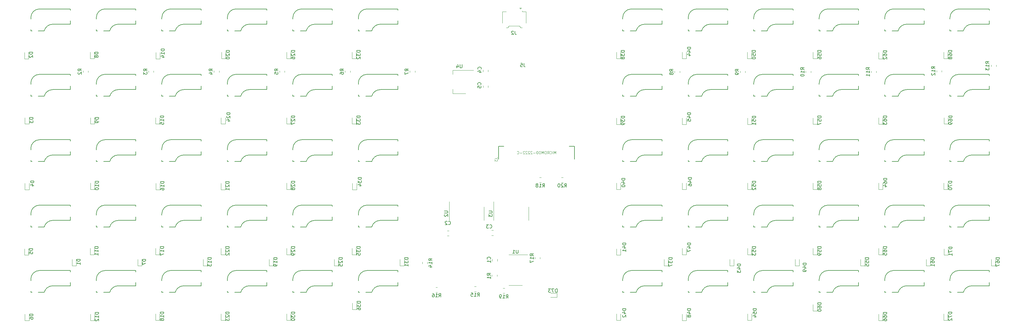
<source format=gbr>
%TF.GenerationSoftware,KiCad,Pcbnew,(6.0.10)*%
%TF.CreationDate,2023-07-30T09:02:48-04:00*%
%TF.ProjectId,storyboard,73746f72-7962-46f6-9172-642e6b696361,rev?*%
%TF.SameCoordinates,Original*%
%TF.FileFunction,Legend,Bot*%
%TF.FilePolarity,Positive*%
%FSLAX46Y46*%
G04 Gerber Fmt 4.6, Leading zero omitted, Abs format (unit mm)*
G04 Created by KiCad (PCBNEW (6.0.10)) date 2023-07-30 09:02:48*
%MOMM*%
%LPD*%
G01*
G04 APERTURE LIST*
%ADD10C,0.150000*%
%ADD11C,0.050800*%
%ADD12C,0.152400*%
%ADD13C,0.120000*%
G04 APERTURE END LIST*
D10*
%TO.C,J5*%
X207335373Y-60639244D02*
X207335373Y-61353530D01*
X207382992Y-61496387D01*
X207478230Y-61591625D01*
X207621087Y-61639244D01*
X207716325Y-61639244D01*
X206382992Y-60639244D02*
X206859182Y-60639244D01*
X206906801Y-61115435D01*
X206859182Y-61067816D01*
X206763944Y-61020197D01*
X206525849Y-61020197D01*
X206430611Y-61067816D01*
X206382992Y-61115435D01*
X206335373Y-61210673D01*
X206335373Y-61448768D01*
X206382992Y-61544006D01*
X206430611Y-61591625D01*
X206525849Y-61639244D01*
X206763944Y-61639244D01*
X206859182Y-61591625D01*
X206906801Y-61544006D01*
D11*
%TO.C,J3*%
X198882714Y-88246000D02*
X199427000Y-88246000D01*
X199535857Y-88209714D01*
X199608428Y-88137142D01*
X199644714Y-88028285D01*
X199644714Y-87955714D01*
X198882714Y-88536285D02*
X198882714Y-89008000D01*
X199173000Y-88754000D01*
X199173000Y-88862857D01*
X199209285Y-88935428D01*
X199245571Y-88971714D01*
X199318142Y-89008000D01*
X199499571Y-89008000D01*
X199572142Y-88971714D01*
X199608428Y-88935428D01*
X199644714Y-88862857D01*
X199644714Y-88645142D01*
X199608428Y-88572571D01*
X199572142Y-88536285D01*
X216588000Y-86924909D02*
X216588000Y-86162909D01*
X216334000Y-86707195D01*
X216080000Y-86162909D01*
X216080000Y-86924909D01*
X215717142Y-86924909D02*
X215717142Y-86162909D01*
X214918857Y-86852337D02*
X214955142Y-86888623D01*
X215064000Y-86924909D01*
X215136571Y-86924909D01*
X215245428Y-86888623D01*
X215318000Y-86816052D01*
X215354285Y-86743480D01*
X215390571Y-86598337D01*
X215390571Y-86489480D01*
X215354285Y-86344337D01*
X215318000Y-86271766D01*
X215245428Y-86199195D01*
X215136571Y-86162909D01*
X215064000Y-86162909D01*
X214955142Y-86199195D01*
X214918857Y-86235480D01*
X214156857Y-86924909D02*
X214410857Y-86562052D01*
X214592285Y-86924909D02*
X214592285Y-86162909D01*
X214302000Y-86162909D01*
X214229428Y-86199195D01*
X214193142Y-86235480D01*
X214156857Y-86308052D01*
X214156857Y-86416909D01*
X214193142Y-86489480D01*
X214229428Y-86525766D01*
X214302000Y-86562052D01*
X214592285Y-86562052D01*
X213685142Y-86162909D02*
X213540000Y-86162909D01*
X213467428Y-86199195D01*
X213394857Y-86271766D01*
X213358571Y-86416909D01*
X213358571Y-86670909D01*
X213394857Y-86816052D01*
X213467428Y-86888623D01*
X213540000Y-86924909D01*
X213685142Y-86924909D01*
X213757714Y-86888623D01*
X213830285Y-86816052D01*
X213866571Y-86670909D01*
X213866571Y-86416909D01*
X213830285Y-86271766D01*
X213757714Y-86199195D01*
X213685142Y-86162909D01*
X213032000Y-86924909D02*
X213032000Y-86162909D01*
X212778000Y-86707195D01*
X212524000Y-86162909D01*
X212524000Y-86924909D01*
X212016000Y-86162909D02*
X211870857Y-86162909D01*
X211798285Y-86199195D01*
X211725714Y-86271766D01*
X211689428Y-86416909D01*
X211689428Y-86670909D01*
X211725714Y-86816052D01*
X211798285Y-86888623D01*
X211870857Y-86924909D01*
X212016000Y-86924909D01*
X212088571Y-86888623D01*
X212161142Y-86816052D01*
X212197428Y-86670909D01*
X212197428Y-86416909D01*
X212161142Y-86271766D01*
X212088571Y-86199195D01*
X212016000Y-86162909D01*
X211362857Y-86924909D02*
X211362857Y-86162909D01*
X211181428Y-86162909D01*
X211072571Y-86199195D01*
X211000000Y-86271766D01*
X210963714Y-86344337D01*
X210927428Y-86489480D01*
X210927428Y-86598337D01*
X210963714Y-86743480D01*
X211000000Y-86816052D01*
X211072571Y-86888623D01*
X211181428Y-86924909D01*
X211362857Y-86924909D01*
X210600857Y-86634623D02*
X210020285Y-86634623D01*
X209693714Y-86235480D02*
X209657428Y-86199195D01*
X209584857Y-86162909D01*
X209403428Y-86162909D01*
X209330857Y-86199195D01*
X209294571Y-86235480D01*
X209258285Y-86308052D01*
X209258285Y-86380623D01*
X209294571Y-86489480D01*
X209730000Y-86924909D01*
X209258285Y-86924909D01*
X208968000Y-86235480D02*
X208931714Y-86199195D01*
X208859142Y-86162909D01*
X208677714Y-86162909D01*
X208605142Y-86199195D01*
X208568857Y-86235480D01*
X208532571Y-86308052D01*
X208532571Y-86380623D01*
X208568857Y-86489480D01*
X209004285Y-86924909D01*
X208532571Y-86924909D01*
X208242285Y-86235480D02*
X208206000Y-86199195D01*
X208133428Y-86162909D01*
X207952000Y-86162909D01*
X207879428Y-86199195D01*
X207843142Y-86235480D01*
X207806857Y-86308052D01*
X207806857Y-86380623D01*
X207843142Y-86489480D01*
X208278571Y-86924909D01*
X207806857Y-86924909D01*
X207516571Y-86235480D02*
X207480285Y-86199195D01*
X207407714Y-86162909D01*
X207226285Y-86162909D01*
X207153714Y-86199195D01*
X207117428Y-86235480D01*
X207081142Y-86308052D01*
X207081142Y-86380623D01*
X207117428Y-86489480D01*
X207552857Y-86924909D01*
X207081142Y-86924909D01*
X206754571Y-86634623D02*
X206174000Y-86634623D01*
X205375714Y-86852337D02*
X205412000Y-86888623D01*
X205520857Y-86924909D01*
X205593428Y-86924909D01*
X205702285Y-86888623D01*
X205774857Y-86816052D01*
X205811142Y-86743480D01*
X205847428Y-86598337D01*
X205847428Y-86489480D01*
X205811142Y-86344337D01*
X205774857Y-86271766D01*
X205702285Y-86199195D01*
X205593428Y-86162909D01*
X205520857Y-86162909D01*
X205412000Y-86199195D01*
X205375714Y-86235480D01*
D10*
%TO.C,J2*%
X204733333Y-51252380D02*
X204733333Y-51966666D01*
X204780952Y-52109523D01*
X204876190Y-52204761D01*
X205019047Y-52252380D01*
X205114285Y-52252380D01*
X204304761Y-51347619D02*
X204257142Y-51300000D01*
X204161904Y-51252380D01*
X203923809Y-51252380D01*
X203828571Y-51300000D01*
X203780952Y-51347619D01*
X203733333Y-51442857D01*
X203733333Y-51538095D01*
X203780952Y-51680952D01*
X204352380Y-52252380D01*
X203733333Y-52252380D01*
%TO.C,U3*%
X197152380Y-103538095D02*
X197961904Y-103538095D01*
X198057142Y-103585714D01*
X198104761Y-103633333D01*
X198152380Y-103728571D01*
X198152380Y-103919047D01*
X198104761Y-104014285D01*
X198057142Y-104061904D01*
X197961904Y-104109523D01*
X197152380Y-104109523D01*
X197152380Y-104490476D02*
X197152380Y-105109523D01*
X197533333Y-104776190D01*
X197533333Y-104919047D01*
X197580952Y-105014285D01*
X197628571Y-105061904D01*
X197723809Y-105109523D01*
X197961904Y-105109523D01*
X198057142Y-105061904D01*
X198104761Y-105014285D01*
X198152380Y-104919047D01*
X198152380Y-104633333D01*
X198104761Y-104538095D01*
X198057142Y-104490476D01*
%TO.C,U2*%
X184252380Y-103538095D02*
X185061904Y-103538095D01*
X185157142Y-103585714D01*
X185204761Y-103633333D01*
X185252380Y-103728571D01*
X185252380Y-103919047D01*
X185204761Y-104014285D01*
X185157142Y-104061904D01*
X185061904Y-104109523D01*
X184252380Y-104109523D01*
X184347619Y-104538095D02*
X184300000Y-104585714D01*
X184252380Y-104680952D01*
X184252380Y-104919047D01*
X184300000Y-105014285D01*
X184347619Y-105061904D01*
X184442857Y-105109523D01*
X184538095Y-105109523D01*
X184680952Y-105061904D01*
X185252380Y-104490476D01*
X185252380Y-105109523D01*
%TO.C,R17*%
X210102380Y-116547142D02*
X209626190Y-116213809D01*
X210102380Y-115975714D02*
X209102380Y-115975714D01*
X209102380Y-116356666D01*
X209150000Y-116451904D01*
X209197619Y-116499523D01*
X209292857Y-116547142D01*
X209435714Y-116547142D01*
X209530952Y-116499523D01*
X209578571Y-116451904D01*
X209626190Y-116356666D01*
X209626190Y-115975714D01*
X210102380Y-117499523D02*
X210102380Y-116928095D01*
X210102380Y-117213809D02*
X209102380Y-117213809D01*
X209245238Y-117118571D01*
X209340476Y-117023333D01*
X209388095Y-116928095D01*
X209102380Y-117832857D02*
X209102380Y-118499523D01*
X210102380Y-118070952D01*
%TO.C,C1*%
X197557142Y-117533333D02*
X197604761Y-117485714D01*
X197652380Y-117342857D01*
X197652380Y-117247619D01*
X197604761Y-117104761D01*
X197509523Y-117009523D01*
X197414285Y-116961904D01*
X197223809Y-116914285D01*
X197080952Y-116914285D01*
X196890476Y-116961904D01*
X196795238Y-117009523D01*
X196700000Y-117104761D01*
X196652380Y-117247619D01*
X196652380Y-117342857D01*
X196700000Y-117485714D01*
X196747619Y-117533333D01*
X197652380Y-118485714D02*
X197652380Y-117914285D01*
X197652380Y-118200000D02*
X196652380Y-118200000D01*
X196795238Y-118104761D01*
X196890476Y-118009523D01*
X196938095Y-117914285D01*
%TO.C,C2*%
X185416486Y-107400293D02*
X185464105Y-107447912D01*
X185606962Y-107495531D01*
X185702200Y-107495531D01*
X185845058Y-107447912D01*
X185940296Y-107352674D01*
X185987915Y-107257436D01*
X186035534Y-107066960D01*
X186035534Y-106924103D01*
X185987915Y-106733627D01*
X185940296Y-106638389D01*
X185845058Y-106543151D01*
X185702200Y-106495531D01*
X185606962Y-106495531D01*
X185464105Y-106543151D01*
X185416486Y-106590770D01*
X185035534Y-106590770D02*
X184987915Y-106543151D01*
X184892677Y-106495531D01*
X184654581Y-106495531D01*
X184559343Y-106543151D01*
X184511724Y-106590770D01*
X184464105Y-106686008D01*
X184464105Y-106781246D01*
X184511724Y-106924103D01*
X185083153Y-107495531D01*
X184464105Y-107495531D01*
%TO.C,C3*%
X197416666Y-108407142D02*
X197464285Y-108454761D01*
X197607142Y-108502380D01*
X197702380Y-108502380D01*
X197845238Y-108454761D01*
X197940476Y-108359523D01*
X197988095Y-108264285D01*
X198035714Y-108073809D01*
X198035714Y-107930952D01*
X197988095Y-107740476D01*
X197940476Y-107645238D01*
X197845238Y-107550000D01*
X197702380Y-107502380D01*
X197607142Y-107502380D01*
X197464285Y-107550000D01*
X197416666Y-107597619D01*
X197083333Y-107502380D02*
X196464285Y-107502380D01*
X196797619Y-107883333D01*
X196654761Y-107883333D01*
X196559523Y-107930952D01*
X196511904Y-107978571D01*
X196464285Y-108073809D01*
X196464285Y-108311904D01*
X196511904Y-108407142D01*
X196559523Y-108454761D01*
X196654761Y-108502380D01*
X196940476Y-108502380D01*
X197035714Y-108454761D01*
X197083333Y-108407142D01*
%TO.C,R16*%
X182642857Y-128502380D02*
X182976190Y-128026190D01*
X183214285Y-128502380D02*
X183214285Y-127502380D01*
X182833333Y-127502380D01*
X182738095Y-127550000D01*
X182690476Y-127597619D01*
X182642857Y-127692857D01*
X182642857Y-127835714D01*
X182690476Y-127930952D01*
X182738095Y-127978571D01*
X182833333Y-128026190D01*
X183214285Y-128026190D01*
X181690476Y-128502380D02*
X182261904Y-128502380D01*
X181976190Y-128502380D02*
X181976190Y-127502380D01*
X182071428Y-127645238D01*
X182166666Y-127740476D01*
X182261904Y-127788095D01*
X180833333Y-127502380D02*
X181023809Y-127502380D01*
X181119047Y-127550000D01*
X181166666Y-127597619D01*
X181261904Y-127740476D01*
X181309523Y-127930952D01*
X181309523Y-128311904D01*
X181261904Y-128407142D01*
X181214285Y-128454761D01*
X181119047Y-128502380D01*
X180928571Y-128502380D01*
X180833333Y-128454761D01*
X180785714Y-128407142D01*
X180738095Y-128311904D01*
X180738095Y-128073809D01*
X180785714Y-127978571D01*
X180833333Y-127930952D01*
X180928571Y-127883333D01*
X181119047Y-127883333D01*
X181214285Y-127930952D01*
X181261904Y-127978571D01*
X181309523Y-128073809D01*
%TO.C,R14*%
X180702380Y-117957142D02*
X180226190Y-117623809D01*
X180702380Y-117385714D02*
X179702380Y-117385714D01*
X179702380Y-117766666D01*
X179750000Y-117861904D01*
X179797619Y-117909523D01*
X179892857Y-117957142D01*
X180035714Y-117957142D01*
X180130952Y-117909523D01*
X180178571Y-117861904D01*
X180226190Y-117766666D01*
X180226190Y-117385714D01*
X180702380Y-118909523D02*
X180702380Y-118338095D01*
X180702380Y-118623809D02*
X179702380Y-118623809D01*
X179845238Y-118528571D01*
X179940476Y-118433333D01*
X179988095Y-118338095D01*
X180035714Y-119766666D02*
X180702380Y-119766666D01*
X179654761Y-119528571D02*
X180369047Y-119290476D01*
X180369047Y-119909523D01*
%TO.C,R20*%
X219082857Y-96590380D02*
X219416190Y-96114190D01*
X219654285Y-96590380D02*
X219654285Y-95590380D01*
X219273333Y-95590380D01*
X219178095Y-95638000D01*
X219130476Y-95685619D01*
X219082857Y-95780857D01*
X219082857Y-95923714D01*
X219130476Y-96018952D01*
X219178095Y-96066571D01*
X219273333Y-96114190D01*
X219654285Y-96114190D01*
X218701904Y-95685619D02*
X218654285Y-95638000D01*
X218559047Y-95590380D01*
X218320952Y-95590380D01*
X218225714Y-95638000D01*
X218178095Y-95685619D01*
X218130476Y-95780857D01*
X218130476Y-95876095D01*
X218178095Y-96018952D01*
X218749523Y-96590380D01*
X218130476Y-96590380D01*
X217511428Y-95590380D02*
X217416190Y-95590380D01*
X217320952Y-95638000D01*
X217273333Y-95685619D01*
X217225714Y-95780857D01*
X217178095Y-95971333D01*
X217178095Y-96209428D01*
X217225714Y-96399904D01*
X217273333Y-96495142D01*
X217320952Y-96542761D01*
X217416190Y-96590380D01*
X217511428Y-96590380D01*
X217606666Y-96542761D01*
X217654285Y-96495142D01*
X217701904Y-96399904D01*
X217749523Y-96209428D01*
X217749523Y-95971333D01*
X217701904Y-95780857D01*
X217654285Y-95685619D01*
X217606666Y-95638000D01*
X217511428Y-95590380D01*
%TO.C,R18*%
X212732857Y-96590380D02*
X213066190Y-96114190D01*
X213304285Y-96590380D02*
X213304285Y-95590380D01*
X212923333Y-95590380D01*
X212828095Y-95638000D01*
X212780476Y-95685619D01*
X212732857Y-95780857D01*
X212732857Y-95923714D01*
X212780476Y-96018952D01*
X212828095Y-96066571D01*
X212923333Y-96114190D01*
X213304285Y-96114190D01*
X211780476Y-96590380D02*
X212351904Y-96590380D01*
X212066190Y-96590380D02*
X212066190Y-95590380D01*
X212161428Y-95733238D01*
X212256666Y-95828476D01*
X212351904Y-95876095D01*
X211209047Y-96018952D02*
X211304285Y-95971333D01*
X211351904Y-95923714D01*
X211399523Y-95828476D01*
X211399523Y-95780857D01*
X211351904Y-95685619D01*
X211304285Y-95638000D01*
X211209047Y-95590380D01*
X211018571Y-95590380D01*
X210923333Y-95638000D01*
X210875714Y-95685619D01*
X210828095Y-95780857D01*
X210828095Y-95828476D01*
X210875714Y-95923714D01*
X210923333Y-95971333D01*
X211018571Y-96018952D01*
X211209047Y-96018952D01*
X211304285Y-96066571D01*
X211351904Y-96114190D01*
X211399523Y-96209428D01*
X211399523Y-96399904D01*
X211351904Y-96495142D01*
X211304285Y-96542761D01*
X211209047Y-96590380D01*
X211018571Y-96590380D01*
X210923333Y-96542761D01*
X210875714Y-96495142D01*
X210828095Y-96399904D01*
X210828095Y-96209428D01*
X210875714Y-96114190D01*
X210923333Y-96066571D01*
X211018571Y-96018952D01*
%TO.C,D73*%
X216968285Y-127168380D02*
X216968285Y-126168380D01*
X216730190Y-126168380D01*
X216587333Y-126216000D01*
X216492095Y-126311238D01*
X216444476Y-126406476D01*
X216396857Y-126596952D01*
X216396857Y-126739809D01*
X216444476Y-126930285D01*
X216492095Y-127025523D01*
X216587333Y-127120761D01*
X216730190Y-127168380D01*
X216968285Y-127168380D01*
X216063523Y-126168380D02*
X215396857Y-126168380D01*
X215825428Y-127168380D01*
X215111142Y-126168380D02*
X214492095Y-126168380D01*
X214825428Y-126549333D01*
X214682571Y-126549333D01*
X214587333Y-126596952D01*
X214539714Y-126644571D01*
X214492095Y-126739809D01*
X214492095Y-126977904D01*
X214539714Y-127073142D01*
X214587333Y-127120761D01*
X214682571Y-127168380D01*
X214968285Y-127168380D01*
X215063523Y-127120761D01*
X215111142Y-127073142D01*
%TO.C,R15*%
X193842857Y-128302380D02*
X194176190Y-127826190D01*
X194414285Y-128302380D02*
X194414285Y-127302380D01*
X194033333Y-127302380D01*
X193938095Y-127350000D01*
X193890476Y-127397619D01*
X193842857Y-127492857D01*
X193842857Y-127635714D01*
X193890476Y-127730952D01*
X193938095Y-127778571D01*
X194033333Y-127826190D01*
X194414285Y-127826190D01*
X192890476Y-128302380D02*
X193461904Y-128302380D01*
X193176190Y-128302380D02*
X193176190Y-127302380D01*
X193271428Y-127445238D01*
X193366666Y-127540476D01*
X193461904Y-127588095D01*
X191985714Y-127302380D02*
X192461904Y-127302380D01*
X192509523Y-127778571D01*
X192461904Y-127730952D01*
X192366666Y-127683333D01*
X192128571Y-127683333D01*
X192033333Y-127730952D01*
X191985714Y-127778571D01*
X191938095Y-127873809D01*
X191938095Y-128111904D01*
X191985714Y-128207142D01*
X192033333Y-128254761D01*
X192128571Y-128302380D01*
X192366666Y-128302380D01*
X192461904Y-128254761D01*
X192509523Y-128207142D01*
%TO.C,U4*%
X189361904Y-60952380D02*
X189361904Y-61761904D01*
X189314285Y-61857142D01*
X189266666Y-61904761D01*
X189171428Y-61952380D01*
X188980952Y-61952380D01*
X188885714Y-61904761D01*
X188838095Y-61857142D01*
X188790476Y-61761904D01*
X188790476Y-60952380D01*
X187885714Y-61285714D02*
X187885714Y-61952380D01*
X188123809Y-60904761D02*
X188361904Y-61619047D01*
X187742857Y-61619047D01*
%TO.C,R11*%
X307602380Y-62457142D02*
X307126190Y-62123809D01*
X307602380Y-61885714D02*
X306602380Y-61885714D01*
X306602380Y-62266666D01*
X306650000Y-62361904D01*
X306697619Y-62409523D01*
X306792857Y-62457142D01*
X306935714Y-62457142D01*
X307030952Y-62409523D01*
X307078571Y-62361904D01*
X307126190Y-62266666D01*
X307126190Y-61885714D01*
X307602380Y-63409523D02*
X307602380Y-62838095D01*
X307602380Y-63123809D02*
X306602380Y-63123809D01*
X306745238Y-63028571D01*
X306840476Y-62933333D01*
X306888095Y-62838095D01*
X307602380Y-64361904D02*
X307602380Y-63790476D01*
X307602380Y-64076190D02*
X306602380Y-64076190D01*
X306745238Y-63980952D01*
X306840476Y-63885714D01*
X306888095Y-63790476D01*
%TO.C,D8*%
X83852380Y-57361904D02*
X82852380Y-57361904D01*
X82852380Y-57600000D01*
X82900000Y-57742857D01*
X82995238Y-57838095D01*
X83090476Y-57885714D01*
X83280952Y-57933333D01*
X83423809Y-57933333D01*
X83614285Y-57885714D01*
X83709523Y-57838095D01*
X83804761Y-57742857D01*
X83852380Y-57600000D01*
X83852380Y-57361904D01*
X83280952Y-58504761D02*
X83233333Y-58409523D01*
X83185714Y-58361904D01*
X83090476Y-58314285D01*
X83042857Y-58314285D01*
X82947619Y-58361904D01*
X82900000Y-58409523D01*
X82852380Y-58504761D01*
X82852380Y-58695238D01*
X82900000Y-58790476D01*
X82947619Y-58838095D01*
X83042857Y-58885714D01*
X83090476Y-58885714D01*
X83185714Y-58838095D01*
X83233333Y-58790476D01*
X83280952Y-58695238D01*
X83280952Y-58504761D01*
X83328571Y-58409523D01*
X83376190Y-58361904D01*
X83471428Y-58314285D01*
X83661904Y-58314285D01*
X83757142Y-58361904D01*
X83804761Y-58409523D01*
X83852380Y-58504761D01*
X83852380Y-58695238D01*
X83804761Y-58790476D01*
X83757142Y-58838095D01*
X83661904Y-58885714D01*
X83471428Y-58885714D01*
X83376190Y-58838095D01*
X83328571Y-58790476D01*
X83280952Y-58695238D01*
%TO.C,R6*%
X155002380Y-62833333D02*
X154526190Y-62500000D01*
X155002380Y-62261904D02*
X154002380Y-62261904D01*
X154002380Y-62642857D01*
X154050000Y-62738095D01*
X154097619Y-62785714D01*
X154192857Y-62833333D01*
X154335714Y-62833333D01*
X154430952Y-62785714D01*
X154478571Y-62738095D01*
X154526190Y-62642857D01*
X154526190Y-62261904D01*
X154002380Y-63690476D02*
X154002380Y-63500000D01*
X154050000Y-63404761D01*
X154097619Y-63357142D01*
X154240476Y-63261904D01*
X154430952Y-63214285D01*
X154811904Y-63214285D01*
X154907142Y-63261904D01*
X154954761Y-63309523D01*
X155002380Y-63404761D01*
X155002380Y-63595238D01*
X154954761Y-63690476D01*
X154907142Y-63738095D01*
X154811904Y-63785714D01*
X154573809Y-63785714D01*
X154478571Y-63738095D01*
X154430952Y-63690476D01*
X154383333Y-63595238D01*
X154383333Y-63404761D01*
X154430952Y-63309523D01*
X154478571Y-63261904D01*
X154573809Y-63214285D01*
%TO.C,D35*%
X159852380Y-113885714D02*
X158852380Y-113885714D01*
X158852380Y-114123809D01*
X158900000Y-114266666D01*
X158995238Y-114361904D01*
X159090476Y-114409523D01*
X159280952Y-114457142D01*
X159423809Y-114457142D01*
X159614285Y-114409523D01*
X159709523Y-114361904D01*
X159804761Y-114266666D01*
X159852380Y-114123809D01*
X159852380Y-113885714D01*
X158852380Y-114790476D02*
X158852380Y-115409523D01*
X159233333Y-115076190D01*
X159233333Y-115219047D01*
X159280952Y-115314285D01*
X159328571Y-115361904D01*
X159423809Y-115409523D01*
X159661904Y-115409523D01*
X159757142Y-115361904D01*
X159804761Y-115314285D01*
X159852380Y-115219047D01*
X159852380Y-114933333D01*
X159804761Y-114838095D01*
X159757142Y-114790476D01*
X158852380Y-116314285D02*
X158852380Y-115838095D01*
X159328571Y-115790476D01*
X159280952Y-115838095D01*
X159233333Y-115933333D01*
X159233333Y-116171428D01*
X159280952Y-116266666D01*
X159328571Y-116314285D01*
X159423809Y-116361904D01*
X159661904Y-116361904D01*
X159757142Y-116314285D01*
X159804761Y-116266666D01*
X159852380Y-116171428D01*
X159852380Y-115933333D01*
X159804761Y-115838095D01*
X159757142Y-115790476D01*
%TO.C,D56*%
X293552380Y-56885714D02*
X292552380Y-56885714D01*
X292552380Y-57123809D01*
X292600000Y-57266666D01*
X292695238Y-57361904D01*
X292790476Y-57409523D01*
X292980952Y-57457142D01*
X293123809Y-57457142D01*
X293314285Y-57409523D01*
X293409523Y-57361904D01*
X293504761Y-57266666D01*
X293552380Y-57123809D01*
X293552380Y-56885714D01*
X292552380Y-58361904D02*
X292552380Y-57885714D01*
X293028571Y-57838095D01*
X292980952Y-57885714D01*
X292933333Y-57980952D01*
X292933333Y-58219047D01*
X292980952Y-58314285D01*
X293028571Y-58361904D01*
X293123809Y-58409523D01*
X293361904Y-58409523D01*
X293457142Y-58361904D01*
X293504761Y-58314285D01*
X293552380Y-58219047D01*
X293552380Y-57980952D01*
X293504761Y-57885714D01*
X293457142Y-57838095D01*
X292552380Y-59266666D02*
X292552380Y-59076190D01*
X292600000Y-58980952D01*
X292647619Y-58933333D01*
X292790476Y-58838095D01*
X292980952Y-58790476D01*
X293361904Y-58790476D01*
X293457142Y-58838095D01*
X293504761Y-58885714D01*
X293552380Y-58980952D01*
X293552380Y-59171428D01*
X293504761Y-59266666D01*
X293457142Y-59314285D01*
X293361904Y-59361904D01*
X293123809Y-59361904D01*
X293028571Y-59314285D01*
X292980952Y-59266666D01*
X292933333Y-59171428D01*
X292933333Y-58980952D01*
X292980952Y-58885714D01*
X293028571Y-58838095D01*
X293123809Y-58790476D01*
%TO.C,D21*%
X121852380Y-94985714D02*
X120852380Y-94985714D01*
X120852380Y-95223809D01*
X120900000Y-95366666D01*
X120995238Y-95461904D01*
X121090476Y-95509523D01*
X121280952Y-95557142D01*
X121423809Y-95557142D01*
X121614285Y-95509523D01*
X121709523Y-95461904D01*
X121804761Y-95366666D01*
X121852380Y-95223809D01*
X121852380Y-94985714D01*
X120947619Y-95938095D02*
X120900000Y-95985714D01*
X120852380Y-96080952D01*
X120852380Y-96319047D01*
X120900000Y-96414285D01*
X120947619Y-96461904D01*
X121042857Y-96509523D01*
X121138095Y-96509523D01*
X121280952Y-96461904D01*
X121852380Y-95890476D01*
X121852380Y-96509523D01*
X121852380Y-97461904D02*
X121852380Y-96890476D01*
X121852380Y-97176190D02*
X120852380Y-97176190D01*
X120995238Y-97080952D01*
X121090476Y-96985714D01*
X121138095Y-96890476D01*
%TO.C,D9*%
X83952380Y-76361904D02*
X82952380Y-76361904D01*
X82952380Y-76600000D01*
X83000000Y-76742857D01*
X83095238Y-76838095D01*
X83190476Y-76885714D01*
X83380952Y-76933333D01*
X83523809Y-76933333D01*
X83714285Y-76885714D01*
X83809523Y-76838095D01*
X83904761Y-76742857D01*
X83952380Y-76600000D01*
X83952380Y-76361904D01*
X83952380Y-77409523D02*
X83952380Y-77600000D01*
X83904761Y-77695238D01*
X83857142Y-77742857D01*
X83714285Y-77838095D01*
X83523809Y-77885714D01*
X83142857Y-77885714D01*
X83047619Y-77838095D01*
X83000000Y-77790476D01*
X82952380Y-77695238D01*
X82952380Y-77504761D01*
X83000000Y-77409523D01*
X83047619Y-77361904D01*
X83142857Y-77314285D01*
X83380952Y-77314285D01*
X83476190Y-77361904D01*
X83523809Y-77409523D01*
X83571428Y-77504761D01*
X83571428Y-77695238D01*
X83523809Y-77790476D01*
X83476190Y-77838095D01*
X83380952Y-77885714D01*
%TO.C,D33*%
X159852380Y-75885714D02*
X158852380Y-75885714D01*
X158852380Y-76123809D01*
X158900000Y-76266666D01*
X158995238Y-76361904D01*
X159090476Y-76409523D01*
X159280952Y-76457142D01*
X159423809Y-76457142D01*
X159614285Y-76409523D01*
X159709523Y-76361904D01*
X159804761Y-76266666D01*
X159852380Y-76123809D01*
X159852380Y-75885714D01*
X158852380Y-76790476D02*
X158852380Y-77409523D01*
X159233333Y-77076190D01*
X159233333Y-77219047D01*
X159280952Y-77314285D01*
X159328571Y-77361904D01*
X159423809Y-77409523D01*
X159661904Y-77409523D01*
X159757142Y-77361904D01*
X159804761Y-77314285D01*
X159852380Y-77219047D01*
X159852380Y-76933333D01*
X159804761Y-76838095D01*
X159757142Y-76790476D01*
X158852380Y-77742857D02*
X158852380Y-78361904D01*
X159233333Y-78028571D01*
X159233333Y-78171428D01*
X159280952Y-78266666D01*
X159328571Y-78314285D01*
X159423809Y-78361904D01*
X159661904Y-78361904D01*
X159757142Y-78314285D01*
X159804761Y-78266666D01*
X159852380Y-78171428D01*
X159852380Y-77885714D01*
X159804761Y-77790476D01*
X159757142Y-77742857D01*
%TO.C,D57*%
X293552380Y-75960714D02*
X292552380Y-75960714D01*
X292552380Y-76198809D01*
X292600000Y-76341666D01*
X292695238Y-76436904D01*
X292790476Y-76484523D01*
X292980952Y-76532142D01*
X293123809Y-76532142D01*
X293314285Y-76484523D01*
X293409523Y-76436904D01*
X293504761Y-76341666D01*
X293552380Y-76198809D01*
X293552380Y-75960714D01*
X292552380Y-77436904D02*
X292552380Y-76960714D01*
X293028571Y-76913095D01*
X292980952Y-76960714D01*
X292933333Y-77055952D01*
X292933333Y-77294047D01*
X292980952Y-77389285D01*
X293028571Y-77436904D01*
X293123809Y-77484523D01*
X293361904Y-77484523D01*
X293457142Y-77436904D01*
X293504761Y-77389285D01*
X293552380Y-77294047D01*
X293552380Y-77055952D01*
X293504761Y-76960714D01*
X293457142Y-76913095D01*
X292552380Y-77817857D02*
X292552380Y-78484523D01*
X293552380Y-78055952D01*
%TO.C,D7*%
X97652380Y-117561904D02*
X96652380Y-117561904D01*
X96652380Y-117800000D01*
X96700000Y-117942857D01*
X96795238Y-118038095D01*
X96890476Y-118085714D01*
X97080952Y-118133333D01*
X97223809Y-118133333D01*
X97414285Y-118085714D01*
X97509523Y-118038095D01*
X97604761Y-117942857D01*
X97652380Y-117800000D01*
X97652380Y-117561904D01*
X96652380Y-118466666D02*
X96652380Y-119133333D01*
X97652380Y-118704761D01*
%TO.C,D34*%
X160218380Y-93781714D02*
X159218380Y-93781714D01*
X159218380Y-94019809D01*
X159266000Y-94162666D01*
X159361238Y-94257904D01*
X159456476Y-94305523D01*
X159646952Y-94353142D01*
X159789809Y-94353142D01*
X159980285Y-94305523D01*
X160075523Y-94257904D01*
X160170761Y-94162666D01*
X160218380Y-94019809D01*
X160218380Y-93781714D01*
X159218380Y-94686476D02*
X159218380Y-95305523D01*
X159599333Y-94972190D01*
X159599333Y-95115047D01*
X159646952Y-95210285D01*
X159694571Y-95257904D01*
X159789809Y-95305523D01*
X160027904Y-95305523D01*
X160123142Y-95257904D01*
X160170761Y-95210285D01*
X160218380Y-95115047D01*
X160218380Y-94829333D01*
X160170761Y-94734095D01*
X160123142Y-94686476D01*
X159551714Y-96162666D02*
X160218380Y-96162666D01*
X159170761Y-95924571D02*
X159885047Y-95686476D01*
X159885047Y-96305523D01*
%TO.C,D62*%
X312552380Y-56935714D02*
X311552380Y-56935714D01*
X311552380Y-57173809D01*
X311600000Y-57316666D01*
X311695238Y-57411904D01*
X311790476Y-57459523D01*
X311980952Y-57507142D01*
X312123809Y-57507142D01*
X312314285Y-57459523D01*
X312409523Y-57411904D01*
X312504761Y-57316666D01*
X312552380Y-57173809D01*
X312552380Y-56935714D01*
X311552380Y-58364285D02*
X311552380Y-58173809D01*
X311600000Y-58078571D01*
X311647619Y-58030952D01*
X311790476Y-57935714D01*
X311980952Y-57888095D01*
X312361904Y-57888095D01*
X312457142Y-57935714D01*
X312504761Y-57983333D01*
X312552380Y-58078571D01*
X312552380Y-58269047D01*
X312504761Y-58364285D01*
X312457142Y-58411904D01*
X312361904Y-58459523D01*
X312123809Y-58459523D01*
X312028571Y-58411904D01*
X311980952Y-58364285D01*
X311933333Y-58269047D01*
X311933333Y-58078571D01*
X311980952Y-57983333D01*
X312028571Y-57935714D01*
X312123809Y-57888095D01*
X311647619Y-58840476D02*
X311600000Y-58888095D01*
X311552380Y-58983333D01*
X311552380Y-59221428D01*
X311600000Y-59316666D01*
X311647619Y-59364285D01*
X311742857Y-59411904D01*
X311838095Y-59411904D01*
X311980952Y-59364285D01*
X312552380Y-58792857D01*
X312552380Y-59411904D01*
%TO.C,D36*%
X159952380Y-129785714D02*
X158952380Y-129785714D01*
X158952380Y-130023809D01*
X159000000Y-130166666D01*
X159095238Y-130261904D01*
X159190476Y-130309523D01*
X159380952Y-130357142D01*
X159523809Y-130357142D01*
X159714285Y-130309523D01*
X159809523Y-130261904D01*
X159904761Y-130166666D01*
X159952380Y-130023809D01*
X159952380Y-129785714D01*
X158952380Y-130690476D02*
X158952380Y-131309523D01*
X159333333Y-130976190D01*
X159333333Y-131119047D01*
X159380952Y-131214285D01*
X159428571Y-131261904D01*
X159523809Y-131309523D01*
X159761904Y-131309523D01*
X159857142Y-131261904D01*
X159904761Y-131214285D01*
X159952380Y-131119047D01*
X159952380Y-130833333D01*
X159904761Y-130738095D01*
X159857142Y-130690476D01*
X158952380Y-132166666D02*
X158952380Y-131976190D01*
X159000000Y-131880952D01*
X159047619Y-131833333D01*
X159190476Y-131738095D01*
X159380952Y-131690476D01*
X159761904Y-131690476D01*
X159857142Y-131738095D01*
X159904761Y-131785714D01*
X159952380Y-131880952D01*
X159952380Y-132071428D01*
X159904761Y-132166666D01*
X159857142Y-132214285D01*
X159761904Y-132261904D01*
X159523809Y-132261904D01*
X159428571Y-132214285D01*
X159380952Y-132166666D01*
X159333333Y-132071428D01*
X159333333Y-131880952D01*
X159380952Y-131785714D01*
X159428571Y-131738095D01*
X159523809Y-131690476D01*
%TO.C,D15*%
X102852380Y-75885714D02*
X101852380Y-75885714D01*
X101852380Y-76123809D01*
X101900000Y-76266666D01*
X101995238Y-76361904D01*
X102090476Y-76409523D01*
X102280952Y-76457142D01*
X102423809Y-76457142D01*
X102614285Y-76409523D01*
X102709523Y-76361904D01*
X102804761Y-76266666D01*
X102852380Y-76123809D01*
X102852380Y-75885714D01*
X102852380Y-77409523D02*
X102852380Y-76838095D01*
X102852380Y-77123809D02*
X101852380Y-77123809D01*
X101995238Y-77028571D01*
X102090476Y-76933333D01*
X102138095Y-76838095D01*
X101852380Y-78314285D02*
X101852380Y-77838095D01*
X102328571Y-77790476D01*
X102280952Y-77838095D01*
X102233333Y-77933333D01*
X102233333Y-78171428D01*
X102280952Y-78266666D01*
X102328571Y-78314285D01*
X102423809Y-78361904D01*
X102661904Y-78361904D01*
X102757142Y-78314285D01*
X102804761Y-78266666D01*
X102852380Y-78171428D01*
X102852380Y-77933333D01*
X102804761Y-77838095D01*
X102757142Y-77790476D01*
%TO.C,D11*%
X83852380Y-113885714D02*
X82852380Y-113885714D01*
X82852380Y-114123809D01*
X82900000Y-114266666D01*
X82995238Y-114361904D01*
X83090476Y-114409523D01*
X83280952Y-114457142D01*
X83423809Y-114457142D01*
X83614285Y-114409523D01*
X83709523Y-114361904D01*
X83804761Y-114266666D01*
X83852380Y-114123809D01*
X83852380Y-113885714D01*
X83852380Y-115409523D02*
X83852380Y-114838095D01*
X83852380Y-115123809D02*
X82852380Y-115123809D01*
X82995238Y-115028571D01*
X83090476Y-114933333D01*
X83138095Y-114838095D01*
X83852380Y-116361904D02*
X83852380Y-115790476D01*
X83852380Y-116076190D02*
X82852380Y-116076190D01*
X82995238Y-115980952D01*
X83090476Y-115885714D01*
X83138095Y-115790476D01*
%TO.C,D17*%
X102852380Y-113885714D02*
X101852380Y-113885714D01*
X101852380Y-114123809D01*
X101900000Y-114266666D01*
X101995238Y-114361904D01*
X102090476Y-114409523D01*
X102280952Y-114457142D01*
X102423809Y-114457142D01*
X102614285Y-114409523D01*
X102709523Y-114361904D01*
X102804761Y-114266666D01*
X102852380Y-114123809D01*
X102852380Y-113885714D01*
X102852380Y-115409523D02*
X102852380Y-114838095D01*
X102852380Y-115123809D02*
X101852380Y-115123809D01*
X101995238Y-115028571D01*
X102090476Y-114933333D01*
X102138095Y-114838095D01*
X101852380Y-115742857D02*
X101852380Y-116409523D01*
X102852380Y-115980952D01*
%TO.C,D29*%
X140852380Y-113885714D02*
X139852380Y-113885714D01*
X139852380Y-114123809D01*
X139900000Y-114266666D01*
X139995238Y-114361904D01*
X140090476Y-114409523D01*
X140280952Y-114457142D01*
X140423809Y-114457142D01*
X140614285Y-114409523D01*
X140709523Y-114361904D01*
X140804761Y-114266666D01*
X140852380Y-114123809D01*
X140852380Y-113885714D01*
X139947619Y-114838095D02*
X139900000Y-114885714D01*
X139852380Y-114980952D01*
X139852380Y-115219047D01*
X139900000Y-115314285D01*
X139947619Y-115361904D01*
X140042857Y-115409523D01*
X140138095Y-115409523D01*
X140280952Y-115361904D01*
X140852380Y-114790476D01*
X140852380Y-115409523D01*
X140852380Y-115885714D02*
X140852380Y-116076190D01*
X140804761Y-116171428D01*
X140757142Y-116219047D01*
X140614285Y-116314285D01*
X140423809Y-116361904D01*
X140042857Y-116361904D01*
X139947619Y-116314285D01*
X139900000Y-116266666D01*
X139852380Y-116171428D01*
X139852380Y-115980952D01*
X139900000Y-115885714D01*
X139947619Y-115838095D01*
X140042857Y-115790476D01*
X140280952Y-115790476D01*
X140376190Y-115838095D01*
X140423809Y-115885714D01*
X140471428Y-115980952D01*
X140471428Y-116171428D01*
X140423809Y-116266666D01*
X140376190Y-116314285D01*
X140280952Y-116361904D01*
%TO.C,D39*%
X236552380Y-75985714D02*
X235552380Y-75985714D01*
X235552380Y-76223809D01*
X235600000Y-76366666D01*
X235695238Y-76461904D01*
X235790476Y-76509523D01*
X235980952Y-76557142D01*
X236123809Y-76557142D01*
X236314285Y-76509523D01*
X236409523Y-76461904D01*
X236504761Y-76366666D01*
X236552380Y-76223809D01*
X236552380Y-75985714D01*
X235552380Y-76890476D02*
X235552380Y-77509523D01*
X235933333Y-77176190D01*
X235933333Y-77319047D01*
X235980952Y-77414285D01*
X236028571Y-77461904D01*
X236123809Y-77509523D01*
X236361904Y-77509523D01*
X236457142Y-77461904D01*
X236504761Y-77414285D01*
X236552380Y-77319047D01*
X236552380Y-77033333D01*
X236504761Y-76938095D01*
X236457142Y-76890476D01*
X236552380Y-77985714D02*
X236552380Y-78176190D01*
X236504761Y-78271428D01*
X236457142Y-78319047D01*
X236314285Y-78414285D01*
X236123809Y-78461904D01*
X235742857Y-78461904D01*
X235647619Y-78414285D01*
X235600000Y-78366666D01*
X235552380Y-78271428D01*
X235552380Y-78080952D01*
X235600000Y-77985714D01*
X235647619Y-77938095D01*
X235742857Y-77890476D01*
X235980952Y-77890476D01*
X236076190Y-77938095D01*
X236123809Y-77985714D01*
X236171428Y-78080952D01*
X236171428Y-78271428D01*
X236123809Y-78366666D01*
X236076190Y-78414285D01*
X235980952Y-78461904D01*
%TO.C,D49*%
X289250380Y-118673714D02*
X288250380Y-118673714D01*
X288250380Y-118911809D01*
X288298000Y-119054666D01*
X288393238Y-119149904D01*
X288488476Y-119197523D01*
X288678952Y-119245142D01*
X288821809Y-119245142D01*
X289012285Y-119197523D01*
X289107523Y-119149904D01*
X289202761Y-119054666D01*
X289250380Y-118911809D01*
X289250380Y-118673714D01*
X288583714Y-120102285D02*
X289250380Y-120102285D01*
X288202761Y-119864190D02*
X288917047Y-119626095D01*
X288917047Y-120245142D01*
X289250380Y-120673714D02*
X289250380Y-120864190D01*
X289202761Y-120959428D01*
X289155142Y-121007047D01*
X289012285Y-121102285D01*
X288821809Y-121149904D01*
X288440857Y-121149904D01*
X288345619Y-121102285D01*
X288298000Y-121054666D01*
X288250380Y-120959428D01*
X288250380Y-120768952D01*
X288298000Y-120673714D01*
X288345619Y-120626095D01*
X288440857Y-120578476D01*
X288678952Y-120578476D01*
X288774190Y-120626095D01*
X288821809Y-120673714D01*
X288869428Y-120768952D01*
X288869428Y-120959428D01*
X288821809Y-121054666D01*
X288774190Y-121102285D01*
X288678952Y-121149904D01*
%TO.C,D40*%
X236672380Y-94035714D02*
X235672380Y-94035714D01*
X235672380Y-94273809D01*
X235720000Y-94416666D01*
X235815238Y-94511904D01*
X235910476Y-94559523D01*
X236100952Y-94607142D01*
X236243809Y-94607142D01*
X236434285Y-94559523D01*
X236529523Y-94511904D01*
X236624761Y-94416666D01*
X236672380Y-94273809D01*
X236672380Y-94035714D01*
X236005714Y-95464285D02*
X236672380Y-95464285D01*
X235624761Y-95226190D02*
X236339047Y-94988095D01*
X236339047Y-95607142D01*
X235672380Y-96178571D02*
X235672380Y-96273809D01*
X235720000Y-96369047D01*
X235767619Y-96416666D01*
X235862857Y-96464285D01*
X236053333Y-96511904D01*
X236291428Y-96511904D01*
X236481904Y-96464285D01*
X236577142Y-96416666D01*
X236624761Y-96369047D01*
X236672380Y-96273809D01*
X236672380Y-96178571D01*
X236624761Y-96083333D01*
X236577142Y-96035714D01*
X236481904Y-95988095D01*
X236291428Y-95940476D01*
X236053333Y-95940476D01*
X235862857Y-95988095D01*
X235767619Y-96035714D01*
X235720000Y-96083333D01*
X235672380Y-96178571D01*
%TO.C,R12*%
X326552380Y-62157142D02*
X326076190Y-61823809D01*
X326552380Y-61585714D02*
X325552380Y-61585714D01*
X325552380Y-61966666D01*
X325600000Y-62061904D01*
X325647619Y-62109523D01*
X325742857Y-62157142D01*
X325885714Y-62157142D01*
X325980952Y-62109523D01*
X326028571Y-62061904D01*
X326076190Y-61966666D01*
X326076190Y-61585714D01*
X326552380Y-63109523D02*
X326552380Y-62538095D01*
X326552380Y-62823809D02*
X325552380Y-62823809D01*
X325695238Y-62728571D01*
X325790476Y-62633333D01*
X325838095Y-62538095D01*
X325647619Y-63490476D02*
X325600000Y-63538095D01*
X325552380Y-63633333D01*
X325552380Y-63871428D01*
X325600000Y-63966666D01*
X325647619Y-64014285D01*
X325742857Y-64061904D01*
X325838095Y-64061904D01*
X325980952Y-64014285D01*
X326552380Y-63442857D01*
X326552380Y-64061904D01*
%TO.C,D63*%
X312552380Y-75935714D02*
X311552380Y-75935714D01*
X311552380Y-76173809D01*
X311600000Y-76316666D01*
X311695238Y-76411904D01*
X311790476Y-76459523D01*
X311980952Y-76507142D01*
X312123809Y-76507142D01*
X312314285Y-76459523D01*
X312409523Y-76411904D01*
X312504761Y-76316666D01*
X312552380Y-76173809D01*
X312552380Y-75935714D01*
X311552380Y-77364285D02*
X311552380Y-77173809D01*
X311600000Y-77078571D01*
X311647619Y-77030952D01*
X311790476Y-76935714D01*
X311980952Y-76888095D01*
X312361904Y-76888095D01*
X312457142Y-76935714D01*
X312504761Y-76983333D01*
X312552380Y-77078571D01*
X312552380Y-77269047D01*
X312504761Y-77364285D01*
X312457142Y-77411904D01*
X312361904Y-77459523D01*
X312123809Y-77459523D01*
X312028571Y-77411904D01*
X311980952Y-77364285D01*
X311933333Y-77269047D01*
X311933333Y-77078571D01*
X311980952Y-76983333D01*
X312028571Y-76935714D01*
X312123809Y-76888095D01*
X311552380Y-77792857D02*
X311552380Y-78411904D01*
X311933333Y-78078571D01*
X311933333Y-78221428D01*
X311980952Y-78316666D01*
X312028571Y-78364285D01*
X312123809Y-78411904D01*
X312361904Y-78411904D01*
X312457142Y-78364285D01*
X312504761Y-78316666D01*
X312552380Y-78221428D01*
X312552380Y-77935714D01*
X312504761Y-77840476D01*
X312457142Y-77792857D01*
%TO.C,D59*%
X293552380Y-113885714D02*
X292552380Y-113885714D01*
X292552380Y-114123809D01*
X292600000Y-114266666D01*
X292695238Y-114361904D01*
X292790476Y-114409523D01*
X292980952Y-114457142D01*
X293123809Y-114457142D01*
X293314285Y-114409523D01*
X293409523Y-114361904D01*
X293504761Y-114266666D01*
X293552380Y-114123809D01*
X293552380Y-113885714D01*
X292552380Y-115361904D02*
X292552380Y-114885714D01*
X293028571Y-114838095D01*
X292980952Y-114885714D01*
X292933333Y-114980952D01*
X292933333Y-115219047D01*
X292980952Y-115314285D01*
X293028571Y-115361904D01*
X293123809Y-115409523D01*
X293361904Y-115409523D01*
X293457142Y-115361904D01*
X293504761Y-115314285D01*
X293552380Y-115219047D01*
X293552380Y-114980952D01*
X293504761Y-114885714D01*
X293457142Y-114838095D01*
X293552380Y-115885714D02*
X293552380Y-116076190D01*
X293504761Y-116171428D01*
X293457142Y-116219047D01*
X293314285Y-116314285D01*
X293123809Y-116361904D01*
X292742857Y-116361904D01*
X292647619Y-116314285D01*
X292600000Y-116266666D01*
X292552380Y-116171428D01*
X292552380Y-115980952D01*
X292600000Y-115885714D01*
X292647619Y-115838095D01*
X292742857Y-115790476D01*
X292980952Y-115790476D01*
X293076190Y-115838095D01*
X293123809Y-115885714D01*
X293171428Y-115980952D01*
X293171428Y-116171428D01*
X293123809Y-116266666D01*
X293076190Y-116314285D01*
X292980952Y-116361904D01*
%TO.C,D24*%
X122118380Y-74985714D02*
X121118380Y-74985714D01*
X121118380Y-75223809D01*
X121166000Y-75366666D01*
X121261238Y-75461904D01*
X121356476Y-75509523D01*
X121546952Y-75557142D01*
X121689809Y-75557142D01*
X121880285Y-75509523D01*
X121975523Y-75461904D01*
X122070761Y-75366666D01*
X122118380Y-75223809D01*
X122118380Y-74985714D01*
X121213619Y-75938095D02*
X121166000Y-75985714D01*
X121118380Y-76080952D01*
X121118380Y-76319047D01*
X121166000Y-76414285D01*
X121213619Y-76461904D01*
X121308857Y-76509523D01*
X121404095Y-76509523D01*
X121546952Y-76461904D01*
X122118380Y-75890476D01*
X122118380Y-76509523D01*
X121451714Y-77366666D02*
X122118380Y-77366666D01*
X121070761Y-77128571D02*
X121785047Y-76890476D01*
X121785047Y-77509523D01*
%TO.C,D32*%
X159852380Y-56885714D02*
X158852380Y-56885714D01*
X158852380Y-57123809D01*
X158900000Y-57266666D01*
X158995238Y-57361904D01*
X159090476Y-57409523D01*
X159280952Y-57457142D01*
X159423809Y-57457142D01*
X159614285Y-57409523D01*
X159709523Y-57361904D01*
X159804761Y-57266666D01*
X159852380Y-57123809D01*
X159852380Y-56885714D01*
X158852380Y-57790476D02*
X158852380Y-58409523D01*
X159233333Y-58076190D01*
X159233333Y-58219047D01*
X159280952Y-58314285D01*
X159328571Y-58361904D01*
X159423809Y-58409523D01*
X159661904Y-58409523D01*
X159757142Y-58361904D01*
X159804761Y-58314285D01*
X159852380Y-58219047D01*
X159852380Y-57933333D01*
X159804761Y-57838095D01*
X159757142Y-57790476D01*
X158947619Y-58790476D02*
X158900000Y-58838095D01*
X158852380Y-58933333D01*
X158852380Y-59171428D01*
X158900000Y-59266666D01*
X158947619Y-59314285D01*
X159042857Y-59361904D01*
X159138095Y-59361904D01*
X159280952Y-59314285D01*
X159852380Y-58742857D01*
X159852380Y-59361904D01*
%TO.C,D12*%
X83952380Y-132985714D02*
X82952380Y-132985714D01*
X82952380Y-133223809D01*
X83000000Y-133366666D01*
X83095238Y-133461904D01*
X83190476Y-133509523D01*
X83380952Y-133557142D01*
X83523809Y-133557142D01*
X83714285Y-133509523D01*
X83809523Y-133461904D01*
X83904761Y-133366666D01*
X83952380Y-133223809D01*
X83952380Y-132985714D01*
X83952380Y-134509523D02*
X83952380Y-133938095D01*
X83952380Y-134223809D02*
X82952380Y-134223809D01*
X83095238Y-134128571D01*
X83190476Y-134033333D01*
X83238095Y-133938095D01*
X83047619Y-134890476D02*
X83000000Y-134938095D01*
X82952380Y-135033333D01*
X82952380Y-135271428D01*
X83000000Y-135366666D01*
X83047619Y-135414285D01*
X83142857Y-135461904D01*
X83238095Y-135461904D01*
X83380952Y-135414285D01*
X83952380Y-134842857D01*
X83952380Y-135461904D01*
%TO.C,D20*%
X121952380Y-56885714D02*
X120952380Y-56885714D01*
X120952380Y-57123809D01*
X121000000Y-57266666D01*
X121095238Y-57361904D01*
X121190476Y-57409523D01*
X121380952Y-57457142D01*
X121523809Y-57457142D01*
X121714285Y-57409523D01*
X121809523Y-57361904D01*
X121904761Y-57266666D01*
X121952380Y-57123809D01*
X121952380Y-56885714D01*
X121047619Y-57838095D02*
X121000000Y-57885714D01*
X120952380Y-57980952D01*
X120952380Y-58219047D01*
X121000000Y-58314285D01*
X121047619Y-58361904D01*
X121142857Y-58409523D01*
X121238095Y-58409523D01*
X121380952Y-58361904D01*
X121952380Y-57790476D01*
X121952380Y-58409523D01*
X120952380Y-59028571D02*
X120952380Y-59123809D01*
X121000000Y-59219047D01*
X121047619Y-59266666D01*
X121142857Y-59314285D01*
X121333333Y-59361904D01*
X121571428Y-59361904D01*
X121761904Y-59314285D01*
X121857142Y-59266666D01*
X121904761Y-59219047D01*
X121952380Y-59123809D01*
X121952380Y-59028571D01*
X121904761Y-58933333D01*
X121857142Y-58885714D01*
X121761904Y-58838095D01*
X121571428Y-58790476D01*
X121333333Y-58790476D01*
X121142857Y-58838095D01*
X121047619Y-58885714D01*
X121000000Y-58933333D01*
X120952380Y-59028571D01*
%TO.C,D42*%
X236926380Y-131881714D02*
X235926380Y-131881714D01*
X235926380Y-132119809D01*
X235974000Y-132262666D01*
X236069238Y-132357904D01*
X236164476Y-132405523D01*
X236354952Y-132453142D01*
X236497809Y-132453142D01*
X236688285Y-132405523D01*
X236783523Y-132357904D01*
X236878761Y-132262666D01*
X236926380Y-132119809D01*
X236926380Y-131881714D01*
X236259714Y-133310285D02*
X236926380Y-133310285D01*
X235878761Y-133072190D02*
X236593047Y-132834095D01*
X236593047Y-133453142D01*
X236021619Y-133786476D02*
X235974000Y-133834095D01*
X235926380Y-133929333D01*
X235926380Y-134167428D01*
X235974000Y-134262666D01*
X236021619Y-134310285D01*
X236116857Y-134357904D01*
X236212095Y-134357904D01*
X236354952Y-134310285D01*
X236926380Y-133738857D01*
X236926380Y-134357904D01*
%TO.C,D38*%
X236502380Y-56885714D02*
X235502380Y-56885714D01*
X235502380Y-57123809D01*
X235550000Y-57266666D01*
X235645238Y-57361904D01*
X235740476Y-57409523D01*
X235930952Y-57457142D01*
X236073809Y-57457142D01*
X236264285Y-57409523D01*
X236359523Y-57361904D01*
X236454761Y-57266666D01*
X236502380Y-57123809D01*
X236502380Y-56885714D01*
X235502380Y-57790476D02*
X235502380Y-58409523D01*
X235883333Y-58076190D01*
X235883333Y-58219047D01*
X235930952Y-58314285D01*
X235978571Y-58361904D01*
X236073809Y-58409523D01*
X236311904Y-58409523D01*
X236407142Y-58361904D01*
X236454761Y-58314285D01*
X236502380Y-58219047D01*
X236502380Y-57933333D01*
X236454761Y-57838095D01*
X236407142Y-57790476D01*
X235930952Y-58980952D02*
X235883333Y-58885714D01*
X235835714Y-58838095D01*
X235740476Y-58790476D01*
X235692857Y-58790476D01*
X235597619Y-58838095D01*
X235550000Y-58885714D01*
X235502380Y-58980952D01*
X235502380Y-59171428D01*
X235550000Y-59266666D01*
X235597619Y-59314285D01*
X235692857Y-59361904D01*
X235740476Y-59361904D01*
X235835714Y-59314285D01*
X235883333Y-59266666D01*
X235930952Y-59171428D01*
X235930952Y-58980952D01*
X235978571Y-58885714D01*
X236026190Y-58838095D01*
X236121428Y-58790476D01*
X236311904Y-58790476D01*
X236407142Y-58838095D01*
X236454761Y-58885714D01*
X236502380Y-58980952D01*
X236502380Y-59171428D01*
X236454761Y-59266666D01*
X236407142Y-59314285D01*
X236311904Y-59361904D01*
X236121428Y-59361904D01*
X236026190Y-59314285D01*
X235978571Y-59266666D01*
X235930952Y-59171428D01*
%TO.C,U1*%
X205636904Y-114832380D02*
X205636904Y-115641904D01*
X205589285Y-115737142D01*
X205541666Y-115784761D01*
X205446428Y-115832380D01*
X205255952Y-115832380D01*
X205160714Y-115784761D01*
X205113095Y-115737142D01*
X205065476Y-115641904D01*
X205065476Y-114832380D01*
X204065476Y-115832380D02*
X204636904Y-115832380D01*
X204351190Y-115832380D02*
X204351190Y-114832380D01*
X204446428Y-114975238D01*
X204541666Y-115070476D01*
X204636904Y-115118095D01*
%TO.C,D46*%
X255976380Y-93781714D02*
X254976380Y-93781714D01*
X254976380Y-94019809D01*
X255024000Y-94162666D01*
X255119238Y-94257904D01*
X255214476Y-94305523D01*
X255404952Y-94353142D01*
X255547809Y-94353142D01*
X255738285Y-94305523D01*
X255833523Y-94257904D01*
X255928761Y-94162666D01*
X255976380Y-94019809D01*
X255976380Y-93781714D01*
X255309714Y-95210285D02*
X255976380Y-95210285D01*
X254928761Y-94972190D02*
X255643047Y-94734095D01*
X255643047Y-95353142D01*
X254976380Y-96162666D02*
X254976380Y-95972190D01*
X255024000Y-95876952D01*
X255071619Y-95829333D01*
X255214476Y-95734095D01*
X255404952Y-95686476D01*
X255785904Y-95686476D01*
X255881142Y-95734095D01*
X255928761Y-95781714D01*
X255976380Y-95876952D01*
X255976380Y-96067428D01*
X255928761Y-96162666D01*
X255881142Y-96210285D01*
X255785904Y-96257904D01*
X255547809Y-96257904D01*
X255452571Y-96210285D01*
X255404952Y-96162666D01*
X255357333Y-96067428D01*
X255357333Y-95876952D01*
X255404952Y-95781714D01*
X255452571Y-95734095D01*
X255547809Y-95686476D01*
%TO.C,D4*%
X65222380Y-94765904D02*
X64222380Y-94765904D01*
X64222380Y-95004000D01*
X64270000Y-95146857D01*
X64365238Y-95242095D01*
X64460476Y-95289714D01*
X64650952Y-95337333D01*
X64793809Y-95337333D01*
X64984285Y-95289714D01*
X65079523Y-95242095D01*
X65174761Y-95146857D01*
X65222380Y-95004000D01*
X65222380Y-94765904D01*
X64555714Y-96194476D02*
X65222380Y-96194476D01*
X64174761Y-95956380D02*
X64889047Y-95718285D01*
X64889047Y-96337333D01*
%TO.C,D45*%
X255722380Y-74985714D02*
X254722380Y-74985714D01*
X254722380Y-75223809D01*
X254770000Y-75366666D01*
X254865238Y-75461904D01*
X254960476Y-75509523D01*
X255150952Y-75557142D01*
X255293809Y-75557142D01*
X255484285Y-75509523D01*
X255579523Y-75461904D01*
X255674761Y-75366666D01*
X255722380Y-75223809D01*
X255722380Y-74985714D01*
X255055714Y-76414285D02*
X255722380Y-76414285D01*
X254674761Y-76176190D02*
X255389047Y-75938095D01*
X255389047Y-76557142D01*
X254722380Y-77414285D02*
X254722380Y-76938095D01*
X255198571Y-76890476D01*
X255150952Y-76938095D01*
X255103333Y-77033333D01*
X255103333Y-77271428D01*
X255150952Y-77366666D01*
X255198571Y-77414285D01*
X255293809Y-77461904D01*
X255531904Y-77461904D01*
X255627142Y-77414285D01*
X255674761Y-77366666D01*
X255722380Y-77271428D01*
X255722380Y-77033333D01*
X255674761Y-76938095D01*
X255627142Y-76890476D01*
%TO.C,D47*%
X255722380Y-112831714D02*
X254722380Y-112831714D01*
X254722380Y-113069809D01*
X254770000Y-113212666D01*
X254865238Y-113307904D01*
X254960476Y-113355523D01*
X255150952Y-113403142D01*
X255293809Y-113403142D01*
X255484285Y-113355523D01*
X255579523Y-113307904D01*
X255674761Y-113212666D01*
X255722380Y-113069809D01*
X255722380Y-112831714D01*
X255055714Y-114260285D02*
X255722380Y-114260285D01*
X254674761Y-114022190D02*
X255389047Y-113784095D01*
X255389047Y-114403142D01*
X254722380Y-114688857D02*
X254722380Y-115355523D01*
X255722380Y-114926952D01*
%TO.C,D28*%
X140852380Y-94885714D02*
X139852380Y-94885714D01*
X139852380Y-95123809D01*
X139900000Y-95266666D01*
X139995238Y-95361904D01*
X140090476Y-95409523D01*
X140280952Y-95457142D01*
X140423809Y-95457142D01*
X140614285Y-95409523D01*
X140709523Y-95361904D01*
X140804761Y-95266666D01*
X140852380Y-95123809D01*
X140852380Y-94885714D01*
X139947619Y-95838095D02*
X139900000Y-95885714D01*
X139852380Y-95980952D01*
X139852380Y-96219047D01*
X139900000Y-96314285D01*
X139947619Y-96361904D01*
X140042857Y-96409523D01*
X140138095Y-96409523D01*
X140280952Y-96361904D01*
X140852380Y-95790476D01*
X140852380Y-96409523D01*
X140280952Y-96980952D02*
X140233333Y-96885714D01*
X140185714Y-96838095D01*
X140090476Y-96790476D01*
X140042857Y-96790476D01*
X139947619Y-96838095D01*
X139900000Y-96885714D01*
X139852380Y-96980952D01*
X139852380Y-97171428D01*
X139900000Y-97266666D01*
X139947619Y-97314285D01*
X140042857Y-97361904D01*
X140090476Y-97361904D01*
X140185714Y-97314285D01*
X140233333Y-97266666D01*
X140280952Y-97171428D01*
X140280952Y-96980952D01*
X140328571Y-96885714D01*
X140376190Y-96838095D01*
X140471428Y-96790476D01*
X140661904Y-96790476D01*
X140757142Y-96838095D01*
X140804761Y-96885714D01*
X140852380Y-96980952D01*
X140852380Y-97171428D01*
X140804761Y-97266666D01*
X140757142Y-97314285D01*
X140661904Y-97361904D01*
X140471428Y-97361904D01*
X140376190Y-97314285D01*
X140328571Y-97266666D01*
X140280952Y-97171428D01*
%TO.C,D54*%
X274772380Y-131881714D02*
X273772380Y-131881714D01*
X273772380Y-132119809D01*
X273820000Y-132262666D01*
X273915238Y-132357904D01*
X274010476Y-132405523D01*
X274200952Y-132453142D01*
X274343809Y-132453142D01*
X274534285Y-132405523D01*
X274629523Y-132357904D01*
X274724761Y-132262666D01*
X274772380Y-132119809D01*
X274772380Y-131881714D01*
X273772380Y-133357904D02*
X273772380Y-132881714D01*
X274248571Y-132834095D01*
X274200952Y-132881714D01*
X274153333Y-132976952D01*
X274153333Y-133215047D01*
X274200952Y-133310285D01*
X274248571Y-133357904D01*
X274343809Y-133405523D01*
X274581904Y-133405523D01*
X274677142Y-133357904D01*
X274724761Y-133310285D01*
X274772380Y-133215047D01*
X274772380Y-132976952D01*
X274724761Y-132881714D01*
X274677142Y-132834095D01*
X274105714Y-134262666D02*
X274772380Y-134262666D01*
X273724761Y-134024571D02*
X274439047Y-133786476D01*
X274439047Y-134405523D01*
%TO.C,D61*%
X326352380Y-117085714D02*
X325352380Y-117085714D01*
X325352380Y-117323809D01*
X325400000Y-117466666D01*
X325495238Y-117561904D01*
X325590476Y-117609523D01*
X325780952Y-117657142D01*
X325923809Y-117657142D01*
X326114285Y-117609523D01*
X326209523Y-117561904D01*
X326304761Y-117466666D01*
X326352380Y-117323809D01*
X326352380Y-117085714D01*
X325352380Y-118514285D02*
X325352380Y-118323809D01*
X325400000Y-118228571D01*
X325447619Y-118180952D01*
X325590476Y-118085714D01*
X325780952Y-118038095D01*
X326161904Y-118038095D01*
X326257142Y-118085714D01*
X326304761Y-118133333D01*
X326352380Y-118228571D01*
X326352380Y-118419047D01*
X326304761Y-118514285D01*
X326257142Y-118561904D01*
X326161904Y-118609523D01*
X325923809Y-118609523D01*
X325828571Y-118561904D01*
X325780952Y-118514285D01*
X325733333Y-118419047D01*
X325733333Y-118228571D01*
X325780952Y-118133333D01*
X325828571Y-118085714D01*
X325923809Y-118038095D01*
X326352380Y-119561904D02*
X326352380Y-118990476D01*
X326352380Y-119276190D02*
X325352380Y-119276190D01*
X325495238Y-119180952D01*
X325590476Y-119085714D01*
X325638095Y-118990476D01*
%TO.C,D50*%
X274502380Y-56885714D02*
X273502380Y-56885714D01*
X273502380Y-57123809D01*
X273550000Y-57266666D01*
X273645238Y-57361904D01*
X273740476Y-57409523D01*
X273930952Y-57457142D01*
X274073809Y-57457142D01*
X274264285Y-57409523D01*
X274359523Y-57361904D01*
X274454761Y-57266666D01*
X274502380Y-57123809D01*
X274502380Y-56885714D01*
X273502380Y-58361904D02*
X273502380Y-57885714D01*
X273978571Y-57838095D01*
X273930952Y-57885714D01*
X273883333Y-57980952D01*
X273883333Y-58219047D01*
X273930952Y-58314285D01*
X273978571Y-58361904D01*
X274073809Y-58409523D01*
X274311904Y-58409523D01*
X274407142Y-58361904D01*
X274454761Y-58314285D01*
X274502380Y-58219047D01*
X274502380Y-57980952D01*
X274454761Y-57885714D01*
X274407142Y-57838095D01*
X273502380Y-59028571D02*
X273502380Y-59123809D01*
X273550000Y-59219047D01*
X273597619Y-59266666D01*
X273692857Y-59314285D01*
X273883333Y-59361904D01*
X274121428Y-59361904D01*
X274311904Y-59314285D01*
X274407142Y-59266666D01*
X274454761Y-59219047D01*
X274502380Y-59123809D01*
X274502380Y-59028571D01*
X274454761Y-58933333D01*
X274407142Y-58885714D01*
X274311904Y-58838095D01*
X274121428Y-58790476D01*
X273883333Y-58790476D01*
X273692857Y-58838095D01*
X273597619Y-58885714D01*
X273550000Y-58933333D01*
X273502380Y-59028571D01*
%TO.C,D58*%
X293552380Y-94885714D02*
X292552380Y-94885714D01*
X292552380Y-95123809D01*
X292600000Y-95266666D01*
X292695238Y-95361904D01*
X292790476Y-95409523D01*
X292980952Y-95457142D01*
X293123809Y-95457142D01*
X293314285Y-95409523D01*
X293409523Y-95361904D01*
X293504761Y-95266666D01*
X293552380Y-95123809D01*
X293552380Y-94885714D01*
X292552380Y-96361904D02*
X292552380Y-95885714D01*
X293028571Y-95838095D01*
X292980952Y-95885714D01*
X292933333Y-95980952D01*
X292933333Y-96219047D01*
X292980952Y-96314285D01*
X293028571Y-96361904D01*
X293123809Y-96409523D01*
X293361904Y-96409523D01*
X293457142Y-96361904D01*
X293504761Y-96314285D01*
X293552380Y-96219047D01*
X293552380Y-95980952D01*
X293504761Y-95885714D01*
X293457142Y-95838095D01*
X292980952Y-96980952D02*
X292933333Y-96885714D01*
X292885714Y-96838095D01*
X292790476Y-96790476D01*
X292742857Y-96790476D01*
X292647619Y-96838095D01*
X292600000Y-96885714D01*
X292552380Y-96980952D01*
X292552380Y-97171428D01*
X292600000Y-97266666D01*
X292647619Y-97314285D01*
X292742857Y-97361904D01*
X292790476Y-97361904D01*
X292885714Y-97314285D01*
X292933333Y-97266666D01*
X292980952Y-97171428D01*
X292980952Y-96980952D01*
X293028571Y-96885714D01*
X293076190Y-96838095D01*
X293171428Y-96790476D01*
X293361904Y-96790476D01*
X293457142Y-96838095D01*
X293504761Y-96885714D01*
X293552380Y-96980952D01*
X293552380Y-97171428D01*
X293504761Y-97266666D01*
X293457142Y-97314285D01*
X293361904Y-97361904D01*
X293171428Y-97361904D01*
X293076190Y-97314285D01*
X293028571Y-97266666D01*
X292980952Y-97171428D01*
%TO.C,D22*%
X121852380Y-113885714D02*
X120852380Y-113885714D01*
X120852380Y-114123809D01*
X120900000Y-114266666D01*
X120995238Y-114361904D01*
X121090476Y-114409523D01*
X121280952Y-114457142D01*
X121423809Y-114457142D01*
X121614285Y-114409523D01*
X121709523Y-114361904D01*
X121804761Y-114266666D01*
X121852380Y-114123809D01*
X121852380Y-113885714D01*
X120947619Y-114838095D02*
X120900000Y-114885714D01*
X120852380Y-114980952D01*
X120852380Y-115219047D01*
X120900000Y-115314285D01*
X120947619Y-115361904D01*
X121042857Y-115409523D01*
X121138095Y-115409523D01*
X121280952Y-115361904D01*
X121852380Y-114790476D01*
X121852380Y-115409523D01*
X120947619Y-115790476D02*
X120900000Y-115838095D01*
X120852380Y-115933333D01*
X120852380Y-116171428D01*
X120900000Y-116266666D01*
X120947619Y-116314285D01*
X121042857Y-116361904D01*
X121138095Y-116361904D01*
X121280952Y-116314285D01*
X121852380Y-115742857D01*
X121852380Y-116361904D01*
%TO.C,D66*%
X312552380Y-132985714D02*
X311552380Y-132985714D01*
X311552380Y-133223809D01*
X311600000Y-133366666D01*
X311695238Y-133461904D01*
X311790476Y-133509523D01*
X311980952Y-133557142D01*
X312123809Y-133557142D01*
X312314285Y-133509523D01*
X312409523Y-133461904D01*
X312504761Y-133366666D01*
X312552380Y-133223809D01*
X312552380Y-132985714D01*
X311552380Y-134414285D02*
X311552380Y-134223809D01*
X311600000Y-134128571D01*
X311647619Y-134080952D01*
X311790476Y-133985714D01*
X311980952Y-133938095D01*
X312361904Y-133938095D01*
X312457142Y-133985714D01*
X312504761Y-134033333D01*
X312552380Y-134128571D01*
X312552380Y-134319047D01*
X312504761Y-134414285D01*
X312457142Y-134461904D01*
X312361904Y-134509523D01*
X312123809Y-134509523D01*
X312028571Y-134461904D01*
X311980952Y-134414285D01*
X311933333Y-134319047D01*
X311933333Y-134128571D01*
X311980952Y-134033333D01*
X312028571Y-133985714D01*
X312123809Y-133938095D01*
X311552380Y-135366666D02*
X311552380Y-135176190D01*
X311600000Y-135080952D01*
X311647619Y-135033333D01*
X311790476Y-134938095D01*
X311980952Y-134890476D01*
X312361904Y-134890476D01*
X312457142Y-134938095D01*
X312504761Y-134985714D01*
X312552380Y-135080952D01*
X312552380Y-135271428D01*
X312504761Y-135366666D01*
X312457142Y-135414285D01*
X312361904Y-135461904D01*
X312123809Y-135461904D01*
X312028571Y-135414285D01*
X311980952Y-135366666D01*
X311933333Y-135271428D01*
X311933333Y-135080952D01*
X311980952Y-134985714D01*
X312028571Y-134938095D01*
X312123809Y-134890476D01*
%TO.C,D13*%
X116652380Y-117085714D02*
X115652380Y-117085714D01*
X115652380Y-117323809D01*
X115700000Y-117466666D01*
X115795238Y-117561904D01*
X115890476Y-117609523D01*
X116080952Y-117657142D01*
X116223809Y-117657142D01*
X116414285Y-117609523D01*
X116509523Y-117561904D01*
X116604761Y-117466666D01*
X116652380Y-117323809D01*
X116652380Y-117085714D01*
X116652380Y-118609523D02*
X116652380Y-118038095D01*
X116652380Y-118323809D02*
X115652380Y-118323809D01*
X115795238Y-118228571D01*
X115890476Y-118133333D01*
X115938095Y-118038095D01*
X115652380Y-118942857D02*
X115652380Y-119561904D01*
X116033333Y-119228571D01*
X116033333Y-119371428D01*
X116080952Y-119466666D01*
X116128571Y-119514285D01*
X116223809Y-119561904D01*
X116461904Y-119561904D01*
X116557142Y-119514285D01*
X116604761Y-119466666D01*
X116652380Y-119371428D01*
X116652380Y-119085714D01*
X116604761Y-118990476D01*
X116557142Y-118942857D01*
%TO.C,D68*%
X331452380Y-56885714D02*
X330452380Y-56885714D01*
X330452380Y-57123809D01*
X330500000Y-57266666D01*
X330595238Y-57361904D01*
X330690476Y-57409523D01*
X330880952Y-57457142D01*
X331023809Y-57457142D01*
X331214285Y-57409523D01*
X331309523Y-57361904D01*
X331404761Y-57266666D01*
X331452380Y-57123809D01*
X331452380Y-56885714D01*
X330452380Y-58314285D02*
X330452380Y-58123809D01*
X330500000Y-58028571D01*
X330547619Y-57980952D01*
X330690476Y-57885714D01*
X330880952Y-57838095D01*
X331261904Y-57838095D01*
X331357142Y-57885714D01*
X331404761Y-57933333D01*
X331452380Y-58028571D01*
X331452380Y-58219047D01*
X331404761Y-58314285D01*
X331357142Y-58361904D01*
X331261904Y-58409523D01*
X331023809Y-58409523D01*
X330928571Y-58361904D01*
X330880952Y-58314285D01*
X330833333Y-58219047D01*
X330833333Y-58028571D01*
X330880952Y-57933333D01*
X330928571Y-57885714D01*
X331023809Y-57838095D01*
X330880952Y-58980952D02*
X330833333Y-58885714D01*
X330785714Y-58838095D01*
X330690476Y-58790476D01*
X330642857Y-58790476D01*
X330547619Y-58838095D01*
X330500000Y-58885714D01*
X330452380Y-58980952D01*
X330452380Y-59171428D01*
X330500000Y-59266666D01*
X330547619Y-59314285D01*
X330642857Y-59361904D01*
X330690476Y-59361904D01*
X330785714Y-59314285D01*
X330833333Y-59266666D01*
X330880952Y-59171428D01*
X330880952Y-58980952D01*
X330928571Y-58885714D01*
X330976190Y-58838095D01*
X331071428Y-58790476D01*
X331261904Y-58790476D01*
X331357142Y-58838095D01*
X331404761Y-58885714D01*
X331452380Y-58980952D01*
X331452380Y-59171428D01*
X331404761Y-59266666D01*
X331357142Y-59314285D01*
X331261904Y-59361904D01*
X331071428Y-59361904D01*
X330976190Y-59314285D01*
X330928571Y-59266666D01*
X330880952Y-59171428D01*
%TO.C,D72*%
X331452380Y-132885714D02*
X330452380Y-132885714D01*
X330452380Y-133123809D01*
X330500000Y-133266666D01*
X330595238Y-133361904D01*
X330690476Y-133409523D01*
X330880952Y-133457142D01*
X331023809Y-133457142D01*
X331214285Y-133409523D01*
X331309523Y-133361904D01*
X331404761Y-133266666D01*
X331452380Y-133123809D01*
X331452380Y-132885714D01*
X330452380Y-133790476D02*
X330452380Y-134457142D01*
X331452380Y-134028571D01*
X330547619Y-134790476D02*
X330500000Y-134838095D01*
X330452380Y-134933333D01*
X330452380Y-135171428D01*
X330500000Y-135266666D01*
X330547619Y-135314285D01*
X330642857Y-135361904D01*
X330738095Y-135361904D01*
X330880952Y-135314285D01*
X331452380Y-134742857D01*
X331452380Y-135361904D01*
%TO.C,D41*%
X236926380Y-112831714D02*
X235926380Y-112831714D01*
X235926380Y-113069809D01*
X235974000Y-113212666D01*
X236069238Y-113307904D01*
X236164476Y-113355523D01*
X236354952Y-113403142D01*
X236497809Y-113403142D01*
X236688285Y-113355523D01*
X236783523Y-113307904D01*
X236878761Y-113212666D01*
X236926380Y-113069809D01*
X236926380Y-112831714D01*
X236259714Y-114260285D02*
X236926380Y-114260285D01*
X235878761Y-114022190D02*
X236593047Y-113784095D01*
X236593047Y-114403142D01*
X236926380Y-115307904D02*
X236926380Y-114736476D01*
X236926380Y-115022190D02*
X235926380Y-115022190D01*
X236069238Y-114926952D01*
X236164476Y-114831714D01*
X236212095Y-114736476D01*
%TO.C,D44*%
X255722380Y-55935714D02*
X254722380Y-55935714D01*
X254722380Y-56173809D01*
X254770000Y-56316666D01*
X254865238Y-56411904D01*
X254960476Y-56459523D01*
X255150952Y-56507142D01*
X255293809Y-56507142D01*
X255484285Y-56459523D01*
X255579523Y-56411904D01*
X255674761Y-56316666D01*
X255722380Y-56173809D01*
X255722380Y-55935714D01*
X255055714Y-57364285D02*
X255722380Y-57364285D01*
X254674761Y-57126190D02*
X255389047Y-56888095D01*
X255389047Y-57507142D01*
X255055714Y-58316666D02*
X255722380Y-58316666D01*
X254674761Y-58078571D02*
X255389047Y-57840476D01*
X255389047Y-58459523D01*
%TO.C,D69*%
X331552380Y-75885714D02*
X330552380Y-75885714D01*
X330552380Y-76123809D01*
X330600000Y-76266666D01*
X330695238Y-76361904D01*
X330790476Y-76409523D01*
X330980952Y-76457142D01*
X331123809Y-76457142D01*
X331314285Y-76409523D01*
X331409523Y-76361904D01*
X331504761Y-76266666D01*
X331552380Y-76123809D01*
X331552380Y-75885714D01*
X330552380Y-77314285D02*
X330552380Y-77123809D01*
X330600000Y-77028571D01*
X330647619Y-76980952D01*
X330790476Y-76885714D01*
X330980952Y-76838095D01*
X331361904Y-76838095D01*
X331457142Y-76885714D01*
X331504761Y-76933333D01*
X331552380Y-77028571D01*
X331552380Y-77219047D01*
X331504761Y-77314285D01*
X331457142Y-77361904D01*
X331361904Y-77409523D01*
X331123809Y-77409523D01*
X331028571Y-77361904D01*
X330980952Y-77314285D01*
X330933333Y-77219047D01*
X330933333Y-77028571D01*
X330980952Y-76933333D01*
X331028571Y-76885714D01*
X331123809Y-76838095D01*
X331552380Y-77885714D02*
X331552380Y-78076190D01*
X331504761Y-78171428D01*
X331457142Y-78219047D01*
X331314285Y-78314285D01*
X331123809Y-78361904D01*
X330742857Y-78361904D01*
X330647619Y-78314285D01*
X330600000Y-78266666D01*
X330552380Y-78171428D01*
X330552380Y-77980952D01*
X330600000Y-77885714D01*
X330647619Y-77838095D01*
X330742857Y-77790476D01*
X330980952Y-77790476D01*
X331076190Y-77838095D01*
X331123809Y-77885714D01*
X331171428Y-77980952D01*
X331171428Y-78171428D01*
X331123809Y-78266666D01*
X331076190Y-78314285D01*
X330980952Y-78361904D01*
%TO.C,D70*%
X331452380Y-94885714D02*
X330452380Y-94885714D01*
X330452380Y-95123809D01*
X330500000Y-95266666D01*
X330595238Y-95361904D01*
X330690476Y-95409523D01*
X330880952Y-95457142D01*
X331023809Y-95457142D01*
X331214285Y-95409523D01*
X331309523Y-95361904D01*
X331404761Y-95266666D01*
X331452380Y-95123809D01*
X331452380Y-94885714D01*
X330452380Y-95790476D02*
X330452380Y-96457142D01*
X331452380Y-96028571D01*
X330452380Y-97028571D02*
X330452380Y-97123809D01*
X330500000Y-97219047D01*
X330547619Y-97266666D01*
X330642857Y-97314285D01*
X330833333Y-97361904D01*
X331071428Y-97361904D01*
X331261904Y-97314285D01*
X331357142Y-97266666D01*
X331404761Y-97219047D01*
X331452380Y-97123809D01*
X331452380Y-97028571D01*
X331404761Y-96933333D01*
X331357142Y-96885714D01*
X331261904Y-96838095D01*
X331071428Y-96790476D01*
X330833333Y-96790476D01*
X330642857Y-96838095D01*
X330547619Y-96885714D01*
X330500000Y-96933333D01*
X330452380Y-97028571D01*
%TO.C,D65*%
X312552380Y-113885714D02*
X311552380Y-113885714D01*
X311552380Y-114123809D01*
X311600000Y-114266666D01*
X311695238Y-114361904D01*
X311790476Y-114409523D01*
X311980952Y-114457142D01*
X312123809Y-114457142D01*
X312314285Y-114409523D01*
X312409523Y-114361904D01*
X312504761Y-114266666D01*
X312552380Y-114123809D01*
X312552380Y-113885714D01*
X311552380Y-115314285D02*
X311552380Y-115123809D01*
X311600000Y-115028571D01*
X311647619Y-114980952D01*
X311790476Y-114885714D01*
X311980952Y-114838095D01*
X312361904Y-114838095D01*
X312457142Y-114885714D01*
X312504761Y-114933333D01*
X312552380Y-115028571D01*
X312552380Y-115219047D01*
X312504761Y-115314285D01*
X312457142Y-115361904D01*
X312361904Y-115409523D01*
X312123809Y-115409523D01*
X312028571Y-115361904D01*
X311980952Y-115314285D01*
X311933333Y-115219047D01*
X311933333Y-115028571D01*
X311980952Y-114933333D01*
X312028571Y-114885714D01*
X312123809Y-114838095D01*
X311552380Y-116314285D02*
X311552380Y-115838095D01*
X312028571Y-115790476D01*
X311980952Y-115838095D01*
X311933333Y-115933333D01*
X311933333Y-116171428D01*
X311980952Y-116266666D01*
X312028571Y-116314285D01*
X312123809Y-116361904D01*
X312361904Y-116361904D01*
X312457142Y-116314285D01*
X312504761Y-116266666D01*
X312552380Y-116171428D01*
X312552380Y-115933333D01*
X312504761Y-115838095D01*
X312457142Y-115790476D01*
%TO.C,R1*%
X197652380Y-122233333D02*
X197176190Y-121900000D01*
X197652380Y-121661904D02*
X196652380Y-121661904D01*
X196652380Y-122042857D01*
X196700000Y-122138095D01*
X196747619Y-122185714D01*
X196842857Y-122233333D01*
X196985714Y-122233333D01*
X197080952Y-122185714D01*
X197128571Y-122138095D01*
X197176190Y-122042857D01*
X197176190Y-121661904D01*
X197652380Y-123185714D02*
X197652380Y-122614285D01*
X197652380Y-122900000D02*
X196652380Y-122900000D01*
X196795238Y-122804761D01*
X196890476Y-122709523D01*
X196938095Y-122614285D01*
%TO.C,D6*%
X64952380Y-133461904D02*
X63952380Y-133461904D01*
X63952380Y-133700000D01*
X64000000Y-133842857D01*
X64095238Y-133938095D01*
X64190476Y-133985714D01*
X64380952Y-134033333D01*
X64523809Y-134033333D01*
X64714285Y-133985714D01*
X64809523Y-133938095D01*
X64904761Y-133842857D01*
X64952380Y-133700000D01*
X64952380Y-133461904D01*
X63952380Y-134890476D02*
X63952380Y-134700000D01*
X64000000Y-134604761D01*
X64047619Y-134557142D01*
X64190476Y-134461904D01*
X64380952Y-134414285D01*
X64761904Y-134414285D01*
X64857142Y-134461904D01*
X64904761Y-134509523D01*
X64952380Y-134604761D01*
X64952380Y-134795238D01*
X64904761Y-134890476D01*
X64857142Y-134938095D01*
X64761904Y-134985714D01*
X64523809Y-134985714D01*
X64428571Y-134938095D01*
X64380952Y-134890476D01*
X64333333Y-134795238D01*
X64333333Y-134604761D01*
X64380952Y-134509523D01*
X64428571Y-134461904D01*
X64523809Y-134414285D01*
%TO.C,D10*%
X83952380Y-94885714D02*
X82952380Y-94885714D01*
X82952380Y-95123809D01*
X83000000Y-95266666D01*
X83095238Y-95361904D01*
X83190476Y-95409523D01*
X83380952Y-95457142D01*
X83523809Y-95457142D01*
X83714285Y-95409523D01*
X83809523Y-95361904D01*
X83904761Y-95266666D01*
X83952380Y-95123809D01*
X83952380Y-94885714D01*
X83952380Y-96409523D02*
X83952380Y-95838095D01*
X83952380Y-96123809D02*
X82952380Y-96123809D01*
X83095238Y-96028571D01*
X83190476Y-95933333D01*
X83238095Y-95838095D01*
X82952380Y-97028571D02*
X82952380Y-97123809D01*
X83000000Y-97219047D01*
X83047619Y-97266666D01*
X83142857Y-97314285D01*
X83333333Y-97361904D01*
X83571428Y-97361904D01*
X83761904Y-97314285D01*
X83857142Y-97266666D01*
X83904761Y-97219047D01*
X83952380Y-97123809D01*
X83952380Y-97028571D01*
X83904761Y-96933333D01*
X83857142Y-96885714D01*
X83761904Y-96838095D01*
X83571428Y-96790476D01*
X83333333Y-96790476D01*
X83142857Y-96838095D01*
X83047619Y-96885714D01*
X83000000Y-96933333D01*
X82952380Y-97028571D01*
%TO.C,D31*%
X173752380Y-117085714D02*
X172752380Y-117085714D01*
X172752380Y-117323809D01*
X172800000Y-117466666D01*
X172895238Y-117561904D01*
X172990476Y-117609523D01*
X173180952Y-117657142D01*
X173323809Y-117657142D01*
X173514285Y-117609523D01*
X173609523Y-117561904D01*
X173704761Y-117466666D01*
X173752380Y-117323809D01*
X173752380Y-117085714D01*
X172752380Y-117990476D02*
X172752380Y-118609523D01*
X173133333Y-118276190D01*
X173133333Y-118419047D01*
X173180952Y-118514285D01*
X173228571Y-118561904D01*
X173323809Y-118609523D01*
X173561904Y-118609523D01*
X173657142Y-118561904D01*
X173704761Y-118514285D01*
X173752380Y-118419047D01*
X173752380Y-118133333D01*
X173704761Y-118038095D01*
X173657142Y-117990476D01*
X173752380Y-119561904D02*
X173752380Y-118990476D01*
X173752380Y-119276190D02*
X172752380Y-119276190D01*
X172895238Y-119180952D01*
X172990476Y-119085714D01*
X173038095Y-118990476D01*
%TO.C,D67*%
X345252380Y-117085714D02*
X344252380Y-117085714D01*
X344252380Y-117323809D01*
X344300000Y-117466666D01*
X344395238Y-117561904D01*
X344490476Y-117609523D01*
X344680952Y-117657142D01*
X344823809Y-117657142D01*
X345014285Y-117609523D01*
X345109523Y-117561904D01*
X345204761Y-117466666D01*
X345252380Y-117323809D01*
X345252380Y-117085714D01*
X344252380Y-118514285D02*
X344252380Y-118323809D01*
X344300000Y-118228571D01*
X344347619Y-118180952D01*
X344490476Y-118085714D01*
X344680952Y-118038095D01*
X345061904Y-118038095D01*
X345157142Y-118085714D01*
X345204761Y-118133333D01*
X345252380Y-118228571D01*
X345252380Y-118419047D01*
X345204761Y-118514285D01*
X345157142Y-118561904D01*
X345061904Y-118609523D01*
X344823809Y-118609523D01*
X344728571Y-118561904D01*
X344680952Y-118514285D01*
X344633333Y-118419047D01*
X344633333Y-118228571D01*
X344680952Y-118133333D01*
X344728571Y-118085714D01*
X344823809Y-118038095D01*
X344252380Y-118942857D02*
X344252380Y-119609523D01*
X345252380Y-119180952D01*
%TO.C,C4*%
X194857142Y-62333333D02*
X194904761Y-62285714D01*
X194952380Y-62142857D01*
X194952380Y-62047619D01*
X194904761Y-61904761D01*
X194809523Y-61809523D01*
X194714285Y-61761904D01*
X194523809Y-61714285D01*
X194380952Y-61714285D01*
X194190476Y-61761904D01*
X194095238Y-61809523D01*
X194000000Y-61904761D01*
X193952380Y-62047619D01*
X193952380Y-62142857D01*
X194000000Y-62285714D01*
X194047619Y-62333333D01*
X194285714Y-63190476D02*
X194952380Y-63190476D01*
X193904761Y-62952380D02*
X194619047Y-62714285D01*
X194619047Y-63333333D01*
%TO.C,R19*%
X202142857Y-128852380D02*
X202476190Y-128376190D01*
X202714285Y-128852380D02*
X202714285Y-127852380D01*
X202333333Y-127852380D01*
X202238095Y-127900000D01*
X202190476Y-127947619D01*
X202142857Y-128042857D01*
X202142857Y-128185714D01*
X202190476Y-128280952D01*
X202238095Y-128328571D01*
X202333333Y-128376190D01*
X202714285Y-128376190D01*
X201190476Y-128852380D02*
X201761904Y-128852380D01*
X201476190Y-128852380D02*
X201476190Y-127852380D01*
X201571428Y-127995238D01*
X201666666Y-128090476D01*
X201761904Y-128138095D01*
X200714285Y-128852380D02*
X200523809Y-128852380D01*
X200428571Y-128804761D01*
X200380952Y-128757142D01*
X200285714Y-128614285D01*
X200238095Y-128423809D01*
X200238095Y-128042857D01*
X200285714Y-127947619D01*
X200333333Y-127900000D01*
X200428571Y-127852380D01*
X200619047Y-127852380D01*
X200714285Y-127900000D01*
X200761904Y-127947619D01*
X200809523Y-128042857D01*
X200809523Y-128280952D01*
X200761904Y-128376190D01*
X200714285Y-128423809D01*
X200619047Y-128471428D01*
X200428571Y-128471428D01*
X200333333Y-128423809D01*
X200285714Y-128376190D01*
X200238095Y-128280952D01*
%TO.C,D3*%
X64952380Y-76361904D02*
X63952380Y-76361904D01*
X63952380Y-76600000D01*
X64000000Y-76742857D01*
X64095238Y-76838095D01*
X64190476Y-76885714D01*
X64380952Y-76933333D01*
X64523809Y-76933333D01*
X64714285Y-76885714D01*
X64809523Y-76838095D01*
X64904761Y-76742857D01*
X64952380Y-76600000D01*
X64952380Y-76361904D01*
X63952380Y-77266666D02*
X63952380Y-77885714D01*
X64333333Y-77552380D01*
X64333333Y-77695238D01*
X64380952Y-77790476D01*
X64428571Y-77838095D01*
X64523809Y-77885714D01*
X64761904Y-77885714D01*
X64857142Y-77838095D01*
X64904761Y-77790476D01*
X64952380Y-77695238D01*
X64952380Y-77409523D01*
X64904761Y-77314285D01*
X64857142Y-77266666D01*
%TO.C,D18*%
X102852380Y-132885714D02*
X101852380Y-132885714D01*
X101852380Y-133123809D01*
X101900000Y-133266666D01*
X101995238Y-133361904D01*
X102090476Y-133409523D01*
X102280952Y-133457142D01*
X102423809Y-133457142D01*
X102614285Y-133409523D01*
X102709523Y-133361904D01*
X102804761Y-133266666D01*
X102852380Y-133123809D01*
X102852380Y-132885714D01*
X102852380Y-134409523D02*
X102852380Y-133838095D01*
X102852380Y-134123809D02*
X101852380Y-134123809D01*
X101995238Y-134028571D01*
X102090476Y-133933333D01*
X102138095Y-133838095D01*
X102280952Y-134980952D02*
X102233333Y-134885714D01*
X102185714Y-134838095D01*
X102090476Y-134790476D01*
X102042857Y-134790476D01*
X101947619Y-134838095D01*
X101900000Y-134885714D01*
X101852380Y-134980952D01*
X101852380Y-135171428D01*
X101900000Y-135266666D01*
X101947619Y-135314285D01*
X102042857Y-135361904D01*
X102090476Y-135361904D01*
X102185714Y-135314285D01*
X102233333Y-135266666D01*
X102280952Y-135171428D01*
X102280952Y-134980952D01*
X102328571Y-134885714D01*
X102376190Y-134838095D01*
X102471428Y-134790476D01*
X102661904Y-134790476D01*
X102757142Y-134838095D01*
X102804761Y-134885714D01*
X102852380Y-134980952D01*
X102852380Y-135171428D01*
X102804761Y-135266666D01*
X102757142Y-135314285D01*
X102661904Y-135361904D01*
X102471428Y-135361904D01*
X102376190Y-135314285D01*
X102328571Y-135266666D01*
X102280952Y-135171428D01*
%TO.C,D16*%
X102952380Y-94985714D02*
X101952380Y-94985714D01*
X101952380Y-95223809D01*
X102000000Y-95366666D01*
X102095238Y-95461904D01*
X102190476Y-95509523D01*
X102380952Y-95557142D01*
X102523809Y-95557142D01*
X102714285Y-95509523D01*
X102809523Y-95461904D01*
X102904761Y-95366666D01*
X102952380Y-95223809D01*
X102952380Y-94985714D01*
X102952380Y-96509523D02*
X102952380Y-95938095D01*
X102952380Y-96223809D02*
X101952380Y-96223809D01*
X102095238Y-96128571D01*
X102190476Y-96033333D01*
X102238095Y-95938095D01*
X101952380Y-97366666D02*
X101952380Y-97176190D01*
X102000000Y-97080952D01*
X102047619Y-97033333D01*
X102190476Y-96938095D01*
X102380952Y-96890476D01*
X102761904Y-96890476D01*
X102857142Y-96938095D01*
X102904761Y-96985714D01*
X102952380Y-97080952D01*
X102952380Y-97271428D01*
X102904761Y-97366666D01*
X102857142Y-97414285D01*
X102761904Y-97461904D01*
X102523809Y-97461904D01*
X102428571Y-97414285D01*
X102380952Y-97366666D01*
X102333333Y-97271428D01*
X102333333Y-97080952D01*
X102380952Y-96985714D01*
X102428571Y-96938095D01*
X102523809Y-96890476D01*
%TO.C,R8*%
X250602380Y-62933333D02*
X250126190Y-62600000D01*
X250602380Y-62361904D02*
X249602380Y-62361904D01*
X249602380Y-62742857D01*
X249650000Y-62838095D01*
X249697619Y-62885714D01*
X249792857Y-62933333D01*
X249935714Y-62933333D01*
X250030952Y-62885714D01*
X250078571Y-62838095D01*
X250126190Y-62742857D01*
X250126190Y-62361904D01*
X250030952Y-63504761D02*
X249983333Y-63409523D01*
X249935714Y-63361904D01*
X249840476Y-63314285D01*
X249792857Y-63314285D01*
X249697619Y-63361904D01*
X249650000Y-63409523D01*
X249602380Y-63504761D01*
X249602380Y-63695238D01*
X249650000Y-63790476D01*
X249697619Y-63838095D01*
X249792857Y-63885714D01*
X249840476Y-63885714D01*
X249935714Y-63838095D01*
X249983333Y-63790476D01*
X250030952Y-63695238D01*
X250030952Y-63504761D01*
X250078571Y-63409523D01*
X250126190Y-63361904D01*
X250221428Y-63314285D01*
X250411904Y-63314285D01*
X250507142Y-63361904D01*
X250554761Y-63409523D01*
X250602380Y-63504761D01*
X250602380Y-63695238D01*
X250554761Y-63790476D01*
X250507142Y-63838095D01*
X250411904Y-63885714D01*
X250221428Y-63885714D01*
X250126190Y-63838095D01*
X250078571Y-63790476D01*
X250030952Y-63695238D01*
%TO.C,R13*%
X342252380Y-60657142D02*
X341776190Y-60323809D01*
X342252380Y-60085714D02*
X341252380Y-60085714D01*
X341252380Y-60466666D01*
X341300000Y-60561904D01*
X341347619Y-60609523D01*
X341442857Y-60657142D01*
X341585714Y-60657142D01*
X341680952Y-60609523D01*
X341728571Y-60561904D01*
X341776190Y-60466666D01*
X341776190Y-60085714D01*
X342252380Y-61609523D02*
X342252380Y-61038095D01*
X342252380Y-61323809D02*
X341252380Y-61323809D01*
X341395238Y-61228571D01*
X341490476Y-61133333D01*
X341538095Y-61038095D01*
X341252380Y-61942857D02*
X341252380Y-62561904D01*
X341633333Y-62228571D01*
X341633333Y-62371428D01*
X341680952Y-62466666D01*
X341728571Y-62514285D01*
X341823809Y-62561904D01*
X342061904Y-62561904D01*
X342157142Y-62514285D01*
X342204761Y-62466666D01*
X342252380Y-62371428D01*
X342252380Y-62085714D01*
X342204761Y-61990476D01*
X342157142Y-61942857D01*
%TO.C,C5*%
X194807142Y-66833333D02*
X194854761Y-66785714D01*
X194902380Y-66642857D01*
X194902380Y-66547619D01*
X194854761Y-66404761D01*
X194759523Y-66309523D01*
X194664285Y-66261904D01*
X194473809Y-66214285D01*
X194330952Y-66214285D01*
X194140476Y-66261904D01*
X194045238Y-66309523D01*
X193950000Y-66404761D01*
X193902380Y-66547619D01*
X193902380Y-66642857D01*
X193950000Y-66785714D01*
X193997619Y-66833333D01*
X193902380Y-67738095D02*
X193902380Y-67261904D01*
X194378571Y-67214285D01*
X194330952Y-67261904D01*
X194283333Y-67357142D01*
X194283333Y-67595238D01*
X194330952Y-67690476D01*
X194378571Y-67738095D01*
X194473809Y-67785714D01*
X194711904Y-67785714D01*
X194807142Y-67738095D01*
X194854761Y-67690476D01*
X194902380Y-67595238D01*
X194902380Y-67357142D01*
X194854761Y-67261904D01*
X194807142Y-67214285D01*
%TO.C,D23*%
X121852380Y-132885714D02*
X120852380Y-132885714D01*
X120852380Y-133123809D01*
X120900000Y-133266666D01*
X120995238Y-133361904D01*
X121090476Y-133409523D01*
X121280952Y-133457142D01*
X121423809Y-133457142D01*
X121614285Y-133409523D01*
X121709523Y-133361904D01*
X121804761Y-133266666D01*
X121852380Y-133123809D01*
X121852380Y-132885714D01*
X120947619Y-133838095D02*
X120900000Y-133885714D01*
X120852380Y-133980952D01*
X120852380Y-134219047D01*
X120900000Y-134314285D01*
X120947619Y-134361904D01*
X121042857Y-134409523D01*
X121138095Y-134409523D01*
X121280952Y-134361904D01*
X121852380Y-133790476D01*
X121852380Y-134409523D01*
X120852380Y-134742857D02*
X120852380Y-135361904D01*
X121233333Y-135028571D01*
X121233333Y-135171428D01*
X121280952Y-135266666D01*
X121328571Y-135314285D01*
X121423809Y-135361904D01*
X121661904Y-135361904D01*
X121757142Y-135314285D01*
X121804761Y-135266666D01*
X121852380Y-135171428D01*
X121852380Y-134885714D01*
X121804761Y-134790476D01*
X121757142Y-134742857D01*
%TO.C,D2*%
X64852380Y-57411904D02*
X63852380Y-57411904D01*
X63852380Y-57650000D01*
X63900000Y-57792857D01*
X63995238Y-57888095D01*
X64090476Y-57935714D01*
X64280952Y-57983333D01*
X64423809Y-57983333D01*
X64614285Y-57935714D01*
X64709523Y-57888095D01*
X64804761Y-57792857D01*
X64852380Y-57650000D01*
X64852380Y-57411904D01*
X63947619Y-58364285D02*
X63900000Y-58411904D01*
X63852380Y-58507142D01*
X63852380Y-58745238D01*
X63900000Y-58840476D01*
X63947619Y-58888095D01*
X64042857Y-58935714D01*
X64138095Y-58935714D01*
X64280952Y-58888095D01*
X64852380Y-58316666D01*
X64852380Y-58935714D01*
%TO.C,D30*%
X140852380Y-132885714D02*
X139852380Y-132885714D01*
X139852380Y-133123809D01*
X139900000Y-133266666D01*
X139995238Y-133361904D01*
X140090476Y-133409523D01*
X140280952Y-133457142D01*
X140423809Y-133457142D01*
X140614285Y-133409523D01*
X140709523Y-133361904D01*
X140804761Y-133266666D01*
X140852380Y-133123809D01*
X140852380Y-132885714D01*
X139852380Y-133790476D02*
X139852380Y-134409523D01*
X140233333Y-134076190D01*
X140233333Y-134219047D01*
X140280952Y-134314285D01*
X140328571Y-134361904D01*
X140423809Y-134409523D01*
X140661904Y-134409523D01*
X140757142Y-134361904D01*
X140804761Y-134314285D01*
X140852380Y-134219047D01*
X140852380Y-133933333D01*
X140804761Y-133838095D01*
X140757142Y-133790476D01*
X139852380Y-135028571D02*
X139852380Y-135123809D01*
X139900000Y-135219047D01*
X139947619Y-135266666D01*
X140042857Y-135314285D01*
X140233333Y-135361904D01*
X140471428Y-135361904D01*
X140661904Y-135314285D01*
X140757142Y-135266666D01*
X140804761Y-135219047D01*
X140852380Y-135123809D01*
X140852380Y-135028571D01*
X140804761Y-134933333D01*
X140757142Y-134885714D01*
X140661904Y-134838095D01*
X140471428Y-134790476D01*
X140233333Y-134790476D01*
X140042857Y-134838095D01*
X139947619Y-134885714D01*
X139900000Y-134933333D01*
X139852380Y-135028571D01*
%TO.C,D25*%
X154652380Y-117085714D02*
X153652380Y-117085714D01*
X153652380Y-117323809D01*
X153700000Y-117466666D01*
X153795238Y-117561904D01*
X153890476Y-117609523D01*
X154080952Y-117657142D01*
X154223809Y-117657142D01*
X154414285Y-117609523D01*
X154509523Y-117561904D01*
X154604761Y-117466666D01*
X154652380Y-117323809D01*
X154652380Y-117085714D01*
X153747619Y-118038095D02*
X153700000Y-118085714D01*
X153652380Y-118180952D01*
X153652380Y-118419047D01*
X153700000Y-118514285D01*
X153747619Y-118561904D01*
X153842857Y-118609523D01*
X153938095Y-118609523D01*
X154080952Y-118561904D01*
X154652380Y-117990476D01*
X154652380Y-118609523D01*
X153652380Y-119514285D02*
X153652380Y-119038095D01*
X154128571Y-118990476D01*
X154080952Y-119038095D01*
X154033333Y-119133333D01*
X154033333Y-119371428D01*
X154080952Y-119466666D01*
X154128571Y-119514285D01*
X154223809Y-119561904D01*
X154461904Y-119561904D01*
X154557142Y-119514285D01*
X154604761Y-119466666D01*
X154652380Y-119371428D01*
X154652380Y-119133333D01*
X154604761Y-119038095D01*
X154557142Y-118990476D01*
%TO.C,D1*%
X78652380Y-117561904D02*
X77652380Y-117561904D01*
X77652380Y-117800000D01*
X77700000Y-117942857D01*
X77795238Y-118038095D01*
X77890476Y-118085714D01*
X78080952Y-118133333D01*
X78223809Y-118133333D01*
X78414285Y-118085714D01*
X78509523Y-118038095D01*
X78604761Y-117942857D01*
X78652380Y-117800000D01*
X78652380Y-117561904D01*
X78652380Y-119085714D02*
X78652380Y-118514285D01*
X78652380Y-118800000D02*
X77652380Y-118800000D01*
X77795238Y-118704761D01*
X77890476Y-118609523D01*
X77938095Y-118514285D01*
%TO.C,D60*%
X293552380Y-130185714D02*
X292552380Y-130185714D01*
X292552380Y-130423809D01*
X292600000Y-130566666D01*
X292695238Y-130661904D01*
X292790476Y-130709523D01*
X292980952Y-130757142D01*
X293123809Y-130757142D01*
X293314285Y-130709523D01*
X293409523Y-130661904D01*
X293504761Y-130566666D01*
X293552380Y-130423809D01*
X293552380Y-130185714D01*
X292552380Y-131614285D02*
X292552380Y-131423809D01*
X292600000Y-131328571D01*
X292647619Y-131280952D01*
X292790476Y-131185714D01*
X292980952Y-131138095D01*
X293361904Y-131138095D01*
X293457142Y-131185714D01*
X293504761Y-131233333D01*
X293552380Y-131328571D01*
X293552380Y-131519047D01*
X293504761Y-131614285D01*
X293457142Y-131661904D01*
X293361904Y-131709523D01*
X293123809Y-131709523D01*
X293028571Y-131661904D01*
X292980952Y-131614285D01*
X292933333Y-131519047D01*
X292933333Y-131328571D01*
X292980952Y-131233333D01*
X293028571Y-131185714D01*
X293123809Y-131138095D01*
X292552380Y-132328571D02*
X292552380Y-132423809D01*
X292600000Y-132519047D01*
X292647619Y-132566666D01*
X292742857Y-132614285D01*
X292933333Y-132661904D01*
X293171428Y-132661904D01*
X293361904Y-132614285D01*
X293457142Y-132566666D01*
X293504761Y-132519047D01*
X293552380Y-132423809D01*
X293552380Y-132328571D01*
X293504761Y-132233333D01*
X293457142Y-132185714D01*
X293361904Y-132138095D01*
X293171428Y-132090476D01*
X292933333Y-132090476D01*
X292742857Y-132138095D01*
X292647619Y-132185714D01*
X292600000Y-132233333D01*
X292552380Y-132328571D01*
%TO.C,D5*%
X64852380Y-114461904D02*
X63852380Y-114461904D01*
X63852380Y-114700000D01*
X63900000Y-114842857D01*
X63995238Y-114938095D01*
X64090476Y-114985714D01*
X64280952Y-115033333D01*
X64423809Y-115033333D01*
X64614285Y-114985714D01*
X64709523Y-114938095D01*
X64804761Y-114842857D01*
X64852380Y-114700000D01*
X64852380Y-114461904D01*
X63852380Y-115938095D02*
X63852380Y-115461904D01*
X64328571Y-115414285D01*
X64280952Y-115461904D01*
X64233333Y-115557142D01*
X64233333Y-115795238D01*
X64280952Y-115890476D01*
X64328571Y-115938095D01*
X64423809Y-115985714D01*
X64661904Y-115985714D01*
X64757142Y-115938095D01*
X64804761Y-115890476D01*
X64852380Y-115795238D01*
X64852380Y-115557142D01*
X64804761Y-115461904D01*
X64757142Y-115414285D01*
%TO.C,R5*%
X136002380Y-62833333D02*
X135526190Y-62500000D01*
X136002380Y-62261904D02*
X135002380Y-62261904D01*
X135002380Y-62642857D01*
X135050000Y-62738095D01*
X135097619Y-62785714D01*
X135192857Y-62833333D01*
X135335714Y-62833333D01*
X135430952Y-62785714D01*
X135478571Y-62738095D01*
X135526190Y-62642857D01*
X135526190Y-62261904D01*
X135002380Y-63738095D02*
X135002380Y-63261904D01*
X135478571Y-63214285D01*
X135430952Y-63261904D01*
X135383333Y-63357142D01*
X135383333Y-63595238D01*
X135430952Y-63690476D01*
X135478571Y-63738095D01*
X135573809Y-63785714D01*
X135811904Y-63785714D01*
X135907142Y-63738095D01*
X135954761Y-63690476D01*
X136002380Y-63595238D01*
X136002380Y-63357142D01*
X135954761Y-63261904D01*
X135907142Y-63214285D01*
%TO.C,R7*%
X173802380Y-62833333D02*
X173326190Y-62500000D01*
X173802380Y-62261904D02*
X172802380Y-62261904D01*
X172802380Y-62642857D01*
X172850000Y-62738095D01*
X172897619Y-62785714D01*
X172992857Y-62833333D01*
X173135714Y-62833333D01*
X173230952Y-62785714D01*
X173278571Y-62738095D01*
X173326190Y-62642857D01*
X173326190Y-62261904D01*
X172802380Y-63166666D02*
X172802380Y-63833333D01*
X173802380Y-63404761D01*
%TO.C,R10*%
X288602380Y-62457142D02*
X288126190Y-62123809D01*
X288602380Y-61885714D02*
X287602380Y-61885714D01*
X287602380Y-62266666D01*
X287650000Y-62361904D01*
X287697619Y-62409523D01*
X287792857Y-62457142D01*
X287935714Y-62457142D01*
X288030952Y-62409523D01*
X288078571Y-62361904D01*
X288126190Y-62266666D01*
X288126190Y-61885714D01*
X288602380Y-63409523D02*
X288602380Y-62838095D01*
X288602380Y-63123809D02*
X287602380Y-63123809D01*
X287745238Y-63028571D01*
X287840476Y-62933333D01*
X287888095Y-62838095D01*
X287602380Y-64028571D02*
X287602380Y-64123809D01*
X287650000Y-64219047D01*
X287697619Y-64266666D01*
X287792857Y-64314285D01*
X287983333Y-64361904D01*
X288221428Y-64361904D01*
X288411904Y-64314285D01*
X288507142Y-64266666D01*
X288554761Y-64219047D01*
X288602380Y-64123809D01*
X288602380Y-64028571D01*
X288554761Y-63933333D01*
X288507142Y-63885714D01*
X288411904Y-63838095D01*
X288221428Y-63790476D01*
X287983333Y-63790476D01*
X287792857Y-63838095D01*
X287697619Y-63885714D01*
X287650000Y-63933333D01*
X287602380Y-64028571D01*
%TO.C,D26*%
X140852380Y-56885714D02*
X139852380Y-56885714D01*
X139852380Y-57123809D01*
X139900000Y-57266666D01*
X139995238Y-57361904D01*
X140090476Y-57409523D01*
X140280952Y-57457142D01*
X140423809Y-57457142D01*
X140614285Y-57409523D01*
X140709523Y-57361904D01*
X140804761Y-57266666D01*
X140852380Y-57123809D01*
X140852380Y-56885714D01*
X139947619Y-57838095D02*
X139900000Y-57885714D01*
X139852380Y-57980952D01*
X139852380Y-58219047D01*
X139900000Y-58314285D01*
X139947619Y-58361904D01*
X140042857Y-58409523D01*
X140138095Y-58409523D01*
X140280952Y-58361904D01*
X140852380Y-57790476D01*
X140852380Y-58409523D01*
X139852380Y-59266666D02*
X139852380Y-59076190D01*
X139900000Y-58980952D01*
X139947619Y-58933333D01*
X140090476Y-58838095D01*
X140280952Y-58790476D01*
X140661904Y-58790476D01*
X140757142Y-58838095D01*
X140804761Y-58885714D01*
X140852380Y-58980952D01*
X140852380Y-59171428D01*
X140804761Y-59266666D01*
X140757142Y-59314285D01*
X140661904Y-59361904D01*
X140423809Y-59361904D01*
X140328571Y-59314285D01*
X140280952Y-59266666D01*
X140233333Y-59171428D01*
X140233333Y-58980952D01*
X140280952Y-58885714D01*
X140328571Y-58838095D01*
X140423809Y-58790476D01*
%TO.C,D51*%
X274552380Y-75985714D02*
X273552380Y-75985714D01*
X273552380Y-76223809D01*
X273600000Y-76366666D01*
X273695238Y-76461904D01*
X273790476Y-76509523D01*
X273980952Y-76557142D01*
X274123809Y-76557142D01*
X274314285Y-76509523D01*
X274409523Y-76461904D01*
X274504761Y-76366666D01*
X274552380Y-76223809D01*
X274552380Y-75985714D01*
X273552380Y-77461904D02*
X273552380Y-76985714D01*
X274028571Y-76938095D01*
X273980952Y-76985714D01*
X273933333Y-77080952D01*
X273933333Y-77319047D01*
X273980952Y-77414285D01*
X274028571Y-77461904D01*
X274123809Y-77509523D01*
X274361904Y-77509523D01*
X274457142Y-77461904D01*
X274504761Y-77414285D01*
X274552380Y-77319047D01*
X274552380Y-77080952D01*
X274504761Y-76985714D01*
X274457142Y-76938095D01*
X274552380Y-78461904D02*
X274552380Y-77890476D01*
X274552380Y-78176190D02*
X273552380Y-78176190D01*
X273695238Y-78080952D01*
X273790476Y-77985714D01*
X273838095Y-77890476D01*
%TO.C,R9*%
X269602380Y-62933333D02*
X269126190Y-62600000D01*
X269602380Y-62361904D02*
X268602380Y-62361904D01*
X268602380Y-62742857D01*
X268650000Y-62838095D01*
X268697619Y-62885714D01*
X268792857Y-62933333D01*
X268935714Y-62933333D01*
X269030952Y-62885714D01*
X269078571Y-62838095D01*
X269126190Y-62742857D01*
X269126190Y-62361904D01*
X269602380Y-63409523D02*
X269602380Y-63600000D01*
X269554761Y-63695238D01*
X269507142Y-63742857D01*
X269364285Y-63838095D01*
X269173809Y-63885714D01*
X268792857Y-63885714D01*
X268697619Y-63838095D01*
X268650000Y-63790476D01*
X268602380Y-63695238D01*
X268602380Y-63504761D01*
X268650000Y-63409523D01*
X268697619Y-63361904D01*
X268792857Y-63314285D01*
X269030952Y-63314285D01*
X269126190Y-63361904D01*
X269173809Y-63409523D01*
X269221428Y-63504761D01*
X269221428Y-63695238D01*
X269173809Y-63790476D01*
X269126190Y-63838095D01*
X269030952Y-63885714D01*
%TO.C,D27*%
X140852380Y-75885714D02*
X139852380Y-75885714D01*
X139852380Y-76123809D01*
X139900000Y-76266666D01*
X139995238Y-76361904D01*
X140090476Y-76409523D01*
X140280952Y-76457142D01*
X140423809Y-76457142D01*
X140614285Y-76409523D01*
X140709523Y-76361904D01*
X140804761Y-76266666D01*
X140852380Y-76123809D01*
X140852380Y-75885714D01*
X139947619Y-76838095D02*
X139900000Y-76885714D01*
X139852380Y-76980952D01*
X139852380Y-77219047D01*
X139900000Y-77314285D01*
X139947619Y-77361904D01*
X140042857Y-77409523D01*
X140138095Y-77409523D01*
X140280952Y-77361904D01*
X140852380Y-76790476D01*
X140852380Y-77409523D01*
X139852380Y-77742857D02*
X139852380Y-78409523D01*
X140852380Y-77980952D01*
%TO.C,D55*%
X307352380Y-117085714D02*
X306352380Y-117085714D01*
X306352380Y-117323809D01*
X306400000Y-117466666D01*
X306495238Y-117561904D01*
X306590476Y-117609523D01*
X306780952Y-117657142D01*
X306923809Y-117657142D01*
X307114285Y-117609523D01*
X307209523Y-117561904D01*
X307304761Y-117466666D01*
X307352380Y-117323809D01*
X307352380Y-117085714D01*
X306352380Y-118561904D02*
X306352380Y-118085714D01*
X306828571Y-118038095D01*
X306780952Y-118085714D01*
X306733333Y-118180952D01*
X306733333Y-118419047D01*
X306780952Y-118514285D01*
X306828571Y-118561904D01*
X306923809Y-118609523D01*
X307161904Y-118609523D01*
X307257142Y-118561904D01*
X307304761Y-118514285D01*
X307352380Y-118419047D01*
X307352380Y-118180952D01*
X307304761Y-118085714D01*
X307257142Y-118038095D01*
X306352380Y-119514285D02*
X306352380Y-119038095D01*
X306828571Y-118990476D01*
X306780952Y-119038095D01*
X306733333Y-119133333D01*
X306733333Y-119371428D01*
X306780952Y-119466666D01*
X306828571Y-119514285D01*
X306923809Y-119561904D01*
X307161904Y-119561904D01*
X307257142Y-119514285D01*
X307304761Y-119466666D01*
X307352380Y-119371428D01*
X307352380Y-119133333D01*
X307304761Y-119038095D01*
X307257142Y-118990476D01*
%TO.C,D71*%
X331552380Y-113985714D02*
X330552380Y-113985714D01*
X330552380Y-114223809D01*
X330600000Y-114366666D01*
X330695238Y-114461904D01*
X330790476Y-114509523D01*
X330980952Y-114557142D01*
X331123809Y-114557142D01*
X331314285Y-114509523D01*
X331409523Y-114461904D01*
X331504761Y-114366666D01*
X331552380Y-114223809D01*
X331552380Y-113985714D01*
X330552380Y-114890476D02*
X330552380Y-115557142D01*
X331552380Y-115128571D01*
X331552380Y-116461904D02*
X331552380Y-115890476D01*
X331552380Y-116176190D02*
X330552380Y-116176190D01*
X330695238Y-116080952D01*
X330790476Y-115985714D01*
X330838095Y-115890476D01*
%TO.C,D52*%
X274552380Y-94885714D02*
X273552380Y-94885714D01*
X273552380Y-95123809D01*
X273600000Y-95266666D01*
X273695238Y-95361904D01*
X273790476Y-95409523D01*
X273980952Y-95457142D01*
X274123809Y-95457142D01*
X274314285Y-95409523D01*
X274409523Y-95361904D01*
X274504761Y-95266666D01*
X274552380Y-95123809D01*
X274552380Y-94885714D01*
X273552380Y-96361904D02*
X273552380Y-95885714D01*
X274028571Y-95838095D01*
X273980952Y-95885714D01*
X273933333Y-95980952D01*
X273933333Y-96219047D01*
X273980952Y-96314285D01*
X274028571Y-96361904D01*
X274123809Y-96409523D01*
X274361904Y-96409523D01*
X274457142Y-96361904D01*
X274504761Y-96314285D01*
X274552380Y-96219047D01*
X274552380Y-95980952D01*
X274504761Y-95885714D01*
X274457142Y-95838095D01*
X273647619Y-96790476D02*
X273600000Y-96838095D01*
X273552380Y-96933333D01*
X273552380Y-97171428D01*
X273600000Y-97266666D01*
X273647619Y-97314285D01*
X273742857Y-97361904D01*
X273838095Y-97361904D01*
X273980952Y-97314285D01*
X274552380Y-96742857D01*
X274552380Y-97361904D01*
%TO.C,D64*%
X312618380Y-94035714D02*
X311618380Y-94035714D01*
X311618380Y-94273809D01*
X311666000Y-94416666D01*
X311761238Y-94511904D01*
X311856476Y-94559523D01*
X312046952Y-94607142D01*
X312189809Y-94607142D01*
X312380285Y-94559523D01*
X312475523Y-94511904D01*
X312570761Y-94416666D01*
X312618380Y-94273809D01*
X312618380Y-94035714D01*
X311618380Y-95464285D02*
X311618380Y-95273809D01*
X311666000Y-95178571D01*
X311713619Y-95130952D01*
X311856476Y-95035714D01*
X312046952Y-94988095D01*
X312427904Y-94988095D01*
X312523142Y-95035714D01*
X312570761Y-95083333D01*
X312618380Y-95178571D01*
X312618380Y-95369047D01*
X312570761Y-95464285D01*
X312523142Y-95511904D01*
X312427904Y-95559523D01*
X312189809Y-95559523D01*
X312094571Y-95511904D01*
X312046952Y-95464285D01*
X311999333Y-95369047D01*
X311999333Y-95178571D01*
X312046952Y-95083333D01*
X312094571Y-95035714D01*
X312189809Y-94988095D01*
X311951714Y-96416666D02*
X312618380Y-96416666D01*
X311570761Y-96178571D02*
X312285047Y-95940476D01*
X312285047Y-96559523D01*
%TO.C,D37*%
X250352380Y-117085714D02*
X249352380Y-117085714D01*
X249352380Y-117323809D01*
X249400000Y-117466666D01*
X249495238Y-117561904D01*
X249590476Y-117609523D01*
X249780952Y-117657142D01*
X249923809Y-117657142D01*
X250114285Y-117609523D01*
X250209523Y-117561904D01*
X250304761Y-117466666D01*
X250352380Y-117323809D01*
X250352380Y-117085714D01*
X249352380Y-117990476D02*
X249352380Y-118609523D01*
X249733333Y-118276190D01*
X249733333Y-118419047D01*
X249780952Y-118514285D01*
X249828571Y-118561904D01*
X249923809Y-118609523D01*
X250161904Y-118609523D01*
X250257142Y-118561904D01*
X250304761Y-118514285D01*
X250352380Y-118419047D01*
X250352380Y-118133333D01*
X250304761Y-118038095D01*
X250257142Y-117990476D01*
X249352380Y-118942857D02*
X249352380Y-119609523D01*
X250352380Y-119180952D01*
%TO.C,D43*%
X270200380Y-118927714D02*
X269200380Y-118927714D01*
X269200380Y-119165809D01*
X269248000Y-119308666D01*
X269343238Y-119403904D01*
X269438476Y-119451523D01*
X269628952Y-119499142D01*
X269771809Y-119499142D01*
X269962285Y-119451523D01*
X270057523Y-119403904D01*
X270152761Y-119308666D01*
X270200380Y-119165809D01*
X270200380Y-118927714D01*
X269533714Y-120356285D02*
X270200380Y-120356285D01*
X269152761Y-120118190D02*
X269867047Y-119880095D01*
X269867047Y-120499142D01*
X269200380Y-120784857D02*
X269200380Y-121403904D01*
X269581333Y-121070571D01*
X269581333Y-121213428D01*
X269628952Y-121308666D01*
X269676571Y-121356285D01*
X269771809Y-121403904D01*
X270009904Y-121403904D01*
X270105142Y-121356285D01*
X270152761Y-121308666D01*
X270200380Y-121213428D01*
X270200380Y-120927714D01*
X270152761Y-120832476D01*
X270105142Y-120784857D01*
%TO.C,D53*%
X274552380Y-113885714D02*
X273552380Y-113885714D01*
X273552380Y-114123809D01*
X273600000Y-114266666D01*
X273695238Y-114361904D01*
X273790476Y-114409523D01*
X273980952Y-114457142D01*
X274123809Y-114457142D01*
X274314285Y-114409523D01*
X274409523Y-114361904D01*
X274504761Y-114266666D01*
X274552380Y-114123809D01*
X274552380Y-113885714D01*
X273552380Y-115361904D02*
X273552380Y-114885714D01*
X274028571Y-114838095D01*
X273980952Y-114885714D01*
X273933333Y-114980952D01*
X273933333Y-115219047D01*
X273980952Y-115314285D01*
X274028571Y-115361904D01*
X274123809Y-115409523D01*
X274361904Y-115409523D01*
X274457142Y-115361904D01*
X274504761Y-115314285D01*
X274552380Y-115219047D01*
X274552380Y-114980952D01*
X274504761Y-114885714D01*
X274457142Y-114838095D01*
X273552380Y-115742857D02*
X273552380Y-116361904D01*
X273933333Y-116028571D01*
X273933333Y-116171428D01*
X273980952Y-116266666D01*
X274028571Y-116314285D01*
X274123809Y-116361904D01*
X274361904Y-116361904D01*
X274457142Y-116314285D01*
X274504761Y-116266666D01*
X274552380Y-116171428D01*
X274552380Y-115885714D01*
X274504761Y-115790476D01*
X274457142Y-115742857D01*
%TO.C,D14*%
X103068380Y-56443714D02*
X102068380Y-56443714D01*
X102068380Y-56681809D01*
X102116000Y-56824666D01*
X102211238Y-56919904D01*
X102306476Y-56967523D01*
X102496952Y-57015142D01*
X102639809Y-57015142D01*
X102830285Y-56967523D01*
X102925523Y-56919904D01*
X103020761Y-56824666D01*
X103068380Y-56681809D01*
X103068380Y-56443714D01*
X103068380Y-57967523D02*
X103068380Y-57396095D01*
X103068380Y-57681809D02*
X102068380Y-57681809D01*
X102211238Y-57586571D01*
X102306476Y-57491333D01*
X102354095Y-57396095D01*
X102401714Y-58824666D02*
X103068380Y-58824666D01*
X102020761Y-58586571D02*
X102735047Y-58348476D01*
X102735047Y-58967523D01*
%TO.C,D48*%
X255722380Y-131881714D02*
X254722380Y-131881714D01*
X254722380Y-132119809D01*
X254770000Y-132262666D01*
X254865238Y-132357904D01*
X254960476Y-132405523D01*
X255150952Y-132453142D01*
X255293809Y-132453142D01*
X255484285Y-132405523D01*
X255579523Y-132357904D01*
X255674761Y-132262666D01*
X255722380Y-132119809D01*
X255722380Y-131881714D01*
X255055714Y-133310285D02*
X255722380Y-133310285D01*
X254674761Y-133072190D02*
X255389047Y-132834095D01*
X255389047Y-133453142D01*
X255150952Y-133976952D02*
X255103333Y-133881714D01*
X255055714Y-133834095D01*
X254960476Y-133786476D01*
X254912857Y-133786476D01*
X254817619Y-133834095D01*
X254770000Y-133881714D01*
X254722380Y-133976952D01*
X254722380Y-134167428D01*
X254770000Y-134262666D01*
X254817619Y-134310285D01*
X254912857Y-134357904D01*
X254960476Y-134357904D01*
X255055714Y-134310285D01*
X255103333Y-134262666D01*
X255150952Y-134167428D01*
X255150952Y-133976952D01*
X255198571Y-133881714D01*
X255246190Y-133834095D01*
X255341428Y-133786476D01*
X255531904Y-133786476D01*
X255627142Y-133834095D01*
X255674761Y-133881714D01*
X255722380Y-133976952D01*
X255722380Y-134167428D01*
X255674761Y-134262666D01*
X255627142Y-134310285D01*
X255531904Y-134357904D01*
X255341428Y-134357904D01*
X255246190Y-134310285D01*
X255198571Y-134262666D01*
X255150952Y-134167428D01*
%TO.C,R3*%
X98002380Y-62833333D02*
X97526190Y-62500000D01*
X98002380Y-62261904D02*
X97002380Y-62261904D01*
X97002380Y-62642857D01*
X97050000Y-62738095D01*
X97097619Y-62785714D01*
X97192857Y-62833333D01*
X97335714Y-62833333D01*
X97430952Y-62785714D01*
X97478571Y-62738095D01*
X97526190Y-62642857D01*
X97526190Y-62261904D01*
X97002380Y-63166666D02*
X97002380Y-63785714D01*
X97383333Y-63452380D01*
X97383333Y-63595238D01*
X97430952Y-63690476D01*
X97478571Y-63738095D01*
X97573809Y-63785714D01*
X97811904Y-63785714D01*
X97907142Y-63738095D01*
X97954761Y-63690476D01*
X98002380Y-63595238D01*
X98002380Y-63309523D01*
X97954761Y-63214285D01*
X97907142Y-63166666D01*
%TO.C,R4*%
X117002380Y-62833333D02*
X116526190Y-62500000D01*
X117002380Y-62261904D02*
X116002380Y-62261904D01*
X116002380Y-62642857D01*
X116050000Y-62738095D01*
X116097619Y-62785714D01*
X116192857Y-62833333D01*
X116335714Y-62833333D01*
X116430952Y-62785714D01*
X116478571Y-62738095D01*
X116526190Y-62642857D01*
X116526190Y-62261904D01*
X116335714Y-63690476D02*
X117002380Y-63690476D01*
X115954761Y-63452380D02*
X116669047Y-63214285D01*
X116669047Y-63833333D01*
%TO.C,D19*%
X135752380Y-117085714D02*
X134752380Y-117085714D01*
X134752380Y-117323809D01*
X134800000Y-117466666D01*
X134895238Y-117561904D01*
X134990476Y-117609523D01*
X135180952Y-117657142D01*
X135323809Y-117657142D01*
X135514285Y-117609523D01*
X135609523Y-117561904D01*
X135704761Y-117466666D01*
X135752380Y-117323809D01*
X135752380Y-117085714D01*
X135752380Y-118609523D02*
X135752380Y-118038095D01*
X135752380Y-118323809D02*
X134752380Y-118323809D01*
X134895238Y-118228571D01*
X134990476Y-118133333D01*
X135038095Y-118038095D01*
X135752380Y-119085714D02*
X135752380Y-119276190D01*
X135704761Y-119371428D01*
X135657142Y-119419047D01*
X135514285Y-119514285D01*
X135323809Y-119561904D01*
X134942857Y-119561904D01*
X134847619Y-119514285D01*
X134800000Y-119466666D01*
X134752380Y-119371428D01*
X134752380Y-119180952D01*
X134800000Y-119085714D01*
X134847619Y-119038095D01*
X134942857Y-118990476D01*
X135180952Y-118990476D01*
X135276190Y-119038095D01*
X135323809Y-119085714D01*
X135371428Y-119180952D01*
X135371428Y-119371428D01*
X135323809Y-119466666D01*
X135276190Y-119514285D01*
X135180952Y-119561904D01*
%TO.C,R2*%
X79002380Y-62833333D02*
X78526190Y-62500000D01*
X79002380Y-62261904D02*
X78002380Y-62261904D01*
X78002380Y-62642857D01*
X78050000Y-62738095D01*
X78097619Y-62785714D01*
X78192857Y-62833333D01*
X78335714Y-62833333D01*
X78430952Y-62785714D01*
X78478571Y-62738095D01*
X78526190Y-62642857D01*
X78526190Y-62261904D01*
X78097619Y-63214285D02*
X78050000Y-63261904D01*
X78002380Y-63357142D01*
X78002380Y-63595238D01*
X78050000Y-63690476D01*
X78097619Y-63738095D01*
X78192857Y-63785714D01*
X78288095Y-63785714D01*
X78430952Y-63738095D01*
X79002380Y-63166666D01*
X79002380Y-63785714D01*
D12*
%TO.C,J3*%
X200001800Y-84695515D02*
X201500400Y-84695515D01*
X221998200Y-88444555D02*
X221998200Y-84695515D01*
X220499600Y-84695515D02*
X221998200Y-84695515D01*
X200001800Y-88444555D02*
X200001800Y-84695515D01*
D13*
%TO.C,J2*%
X206040000Y-49802893D02*
X202960000Y-49802893D01*
X207910000Y-48912893D02*
X207910000Y-45582893D01*
X206050000Y-44519340D02*
X206550000Y-44519340D01*
X206550000Y-44519340D02*
X206300000Y-44872893D01*
X202960000Y-49802893D02*
X202660000Y-50302893D01*
X206300000Y-44872893D02*
X206050000Y-44519340D01*
X202660000Y-50302893D02*
X202160000Y-50302893D01*
X206860000Y-45582893D02*
X206860000Y-45372893D01*
X207910000Y-45582893D02*
X206860000Y-45582893D01*
X206340000Y-50302893D02*
X206040000Y-49802893D01*
X206840000Y-50302893D02*
X206340000Y-50302893D01*
X201090000Y-48912893D02*
X201090000Y-45582893D01*
X201090000Y-45582893D02*
X202140000Y-45582893D01*
%TO.C,U3*%
X198540000Y-104300000D02*
X198540000Y-100850000D01*
X208660000Y-104300000D02*
X208660000Y-106250000D01*
X198540000Y-104300000D02*
X198540000Y-106250000D01*
X208660000Y-104300000D02*
X208660000Y-102350000D01*
%TO.C,U2*%
X195760000Y-104300000D02*
X195760000Y-102350000D01*
X185640000Y-104300000D02*
X185640000Y-106250000D01*
X195760000Y-104300000D02*
X195760000Y-106250000D01*
X185640000Y-104300000D02*
X185640000Y-100850000D01*
%TO.C,R17*%
X210565000Y-116962936D02*
X210565000Y-117417064D01*
X212035000Y-116962936D02*
X212035000Y-117417064D01*
%TO.C,C1*%
X198140000Y-118051252D02*
X198140000Y-117528748D01*
X199610000Y-118051252D02*
X199610000Y-117528748D01*
%TO.C,C2*%
X185561072Y-109258151D02*
X185038568Y-109258151D01*
X185561072Y-110728151D02*
X185038568Y-110728151D01*
%TO.C,C3*%
X198442898Y-109129912D02*
X197920394Y-109129912D01*
X198442898Y-110599912D02*
X197920394Y-110599912D01*
%TO.C,R16*%
X181772936Y-127135000D02*
X182227064Y-127135000D01*
X181772936Y-125665000D02*
X182227064Y-125665000D01*
D10*
%TO.C,SW51*%
X323410000Y-44815000D02*
X323410000Y-45196000D01*
X311980000Y-50784000D02*
X311980000Y-51165000D01*
X311980000Y-47355000D02*
X311980000Y-47736000D01*
X315865838Y-51165000D02*
X314139000Y-51165000D01*
X323410000Y-48244000D02*
X323410000Y-49260000D01*
X314520000Y-44815000D02*
X323410000Y-44815000D01*
X323410000Y-49260000D02*
X318330000Y-49260000D01*
X312361000Y-51165000D02*
X311980000Y-51165000D01*
X318330000Y-49259999D02*
G75*
G03*
X315865838Y-51183960I0J-2540000D01*
G01*
X314520000Y-44815000D02*
G75*
G03*
X311980000Y-47355000I1J-2540001D01*
G01*
%TO.C,SW16*%
X132730000Y-44815000D02*
X132730000Y-45196000D01*
X121300000Y-50784000D02*
X121300000Y-51165000D01*
X121300000Y-47355000D02*
X121300000Y-47736000D01*
X125185838Y-51165000D02*
X123459000Y-51165000D01*
X132730000Y-48244000D02*
X132730000Y-49260000D01*
X123840000Y-44815000D02*
X132730000Y-44815000D01*
X132730000Y-49260000D02*
X127650000Y-49260000D01*
X121681000Y-51165000D02*
X121300000Y-51165000D01*
X127650000Y-49259999D02*
G75*
G03*
X125185838Y-51183960I0J-2540000D01*
G01*
X123840000Y-44815000D02*
G75*
G03*
X121300000Y-47355000I1J-2540001D01*
G01*
%TO.C,SW9*%
X94730000Y-101815000D02*
X94730000Y-102196000D01*
X83300000Y-107784000D02*
X83300000Y-108165000D01*
X83300000Y-104355000D02*
X83300000Y-104736000D01*
X87185838Y-108165000D02*
X85459000Y-108165000D01*
X94730000Y-105244000D02*
X94730000Y-106260000D01*
X85840000Y-101815000D02*
X94730000Y-101815000D01*
X94730000Y-106260000D02*
X89650000Y-106260000D01*
X83681000Y-108165000D02*
X83300000Y-108165000D01*
X89650000Y-106259999D02*
G75*
G03*
X87185838Y-108183960I0J-2540000D01*
G01*
X85840000Y-101815000D02*
G75*
G03*
X83300000Y-104355000I1J-2540001D01*
G01*
%TO.C,SW35*%
X247410000Y-120815000D02*
X247410000Y-121196000D01*
X235980000Y-126784000D02*
X235980000Y-127165000D01*
X235980000Y-123355000D02*
X235980000Y-123736000D01*
X239865838Y-127165000D02*
X238139000Y-127165000D01*
X247410000Y-124244000D02*
X247410000Y-125260000D01*
X238520000Y-120815000D02*
X247410000Y-120815000D01*
X247410000Y-125260000D02*
X242330000Y-125260000D01*
X236361000Y-127165000D02*
X235980000Y-127165000D01*
X242330000Y-125259999D02*
G75*
G03*
X239865838Y-127183960I0J-2540000D01*
G01*
X238520000Y-120815000D02*
G75*
G03*
X235980000Y-123355000I1J-2540001D01*
G01*
D13*
%TO.C,R14*%
X179335000Y-118827064D02*
X179335000Y-118372936D01*
X177865000Y-118827064D02*
X177865000Y-118372936D01*
D10*
%TO.C,SW28*%
X170730000Y-82815000D02*
X170730000Y-83196000D01*
X159300000Y-88784000D02*
X159300000Y-89165000D01*
X159300000Y-85355000D02*
X159300000Y-85736000D01*
X163185838Y-89165000D02*
X161459000Y-89165000D01*
X170730000Y-86244000D02*
X170730000Y-87260000D01*
X161840000Y-82815000D02*
X170730000Y-82815000D01*
X170730000Y-87260000D02*
X165650000Y-87260000D01*
X159681000Y-89165000D02*
X159300000Y-89165000D01*
X165650000Y-87259999D02*
G75*
G03*
X163185838Y-89183960I0J-2540000D01*
G01*
X161840000Y-82815000D02*
G75*
G03*
X159300000Y-85355000I1J-2540001D01*
G01*
%TO.C,SW19*%
X132730000Y-101815000D02*
X132730000Y-102196000D01*
X121300000Y-107784000D02*
X121300000Y-108165000D01*
X121300000Y-104355000D02*
X121300000Y-104736000D01*
X125185838Y-108165000D02*
X123459000Y-108165000D01*
X132730000Y-105244000D02*
X132730000Y-106260000D01*
X123840000Y-101815000D02*
X132730000Y-101815000D01*
X132730000Y-106260000D02*
X127650000Y-106260000D01*
X121681000Y-108165000D02*
X121300000Y-108165000D01*
X127650000Y-106259999D02*
G75*
G03*
X125185838Y-108183960I0J-2540000D01*
G01*
X123840000Y-101815000D02*
G75*
G03*
X121300000Y-104355000I1J-2540001D01*
G01*
%TO.C,SW38*%
X266410000Y-82815000D02*
X266410000Y-83196000D01*
X254980000Y-88784000D02*
X254980000Y-89165000D01*
X254980000Y-85355000D02*
X254980000Y-85736000D01*
X258865838Y-89165000D02*
X257139000Y-89165000D01*
X266410000Y-86244000D02*
X266410000Y-87260000D01*
X257520000Y-82815000D02*
X266410000Y-82815000D01*
X266410000Y-87260000D02*
X261330000Y-87260000D01*
X255361000Y-89165000D02*
X254980000Y-89165000D01*
X261330000Y-87259999D02*
G75*
G03*
X258865838Y-89183960I0J-2540000D01*
G01*
X257520000Y-82815000D02*
G75*
G03*
X254980000Y-85355000I1J-2540001D01*
G01*
%TO.C,SW11*%
X113730000Y-44815000D02*
X113730000Y-45196000D01*
X102300000Y-50784000D02*
X102300000Y-51165000D01*
X102300000Y-47355000D02*
X102300000Y-47736000D01*
X106185838Y-51165000D02*
X104459000Y-51165000D01*
X113730000Y-48244000D02*
X113730000Y-49260000D01*
X104840000Y-44815000D02*
X113730000Y-44815000D01*
X113730000Y-49260000D02*
X108650000Y-49260000D01*
X102681000Y-51165000D02*
X102300000Y-51165000D01*
X108650000Y-49259999D02*
G75*
G03*
X106185838Y-51183960I0J-2540000D01*
G01*
X104840000Y-44815000D02*
G75*
G03*
X102300000Y-47355000I1J-2540001D01*
G01*
%TO.C,SW15*%
X113730000Y-120815000D02*
X113730000Y-121196000D01*
X102300000Y-126784000D02*
X102300000Y-127165000D01*
X102300000Y-123355000D02*
X102300000Y-123736000D01*
X106185838Y-127165000D02*
X104459000Y-127165000D01*
X113730000Y-124244000D02*
X113730000Y-125260000D01*
X104840000Y-120815000D02*
X113730000Y-120815000D01*
X113730000Y-125260000D02*
X108650000Y-125260000D01*
X102681000Y-127165000D02*
X102300000Y-127165000D01*
X108650000Y-125259999D02*
G75*
G03*
X106185838Y-127183960I0J-2540000D01*
G01*
X104840000Y-120815000D02*
G75*
G03*
X102300000Y-123355000I1J-2540001D01*
G01*
%TO.C,SW47*%
X304410000Y-63815000D02*
X304410000Y-64196000D01*
X292980000Y-69784000D02*
X292980000Y-70165000D01*
X292980000Y-66355000D02*
X292980000Y-66736000D01*
X296865838Y-70165000D02*
X295139000Y-70165000D01*
X304410000Y-67244000D02*
X304410000Y-68260000D01*
X295520000Y-63815000D02*
X304410000Y-63815000D01*
X304410000Y-68260000D02*
X299330000Y-68260000D01*
X293361000Y-70165000D02*
X292980000Y-70165000D01*
X299330000Y-68259999D02*
G75*
G03*
X296865838Y-70183960I0J-2540000D01*
G01*
X295520000Y-63815000D02*
G75*
G03*
X292980000Y-66355000I1J-2540001D01*
G01*
%TO.C,SW17*%
X132730000Y-63815000D02*
X132730000Y-64196000D01*
X121300000Y-69784000D02*
X121300000Y-70165000D01*
X121300000Y-66355000D02*
X121300000Y-66736000D01*
X125185838Y-70165000D02*
X123459000Y-70165000D01*
X132730000Y-67244000D02*
X132730000Y-68260000D01*
X123840000Y-63815000D02*
X132730000Y-63815000D01*
X132730000Y-68260000D02*
X127650000Y-68260000D01*
X121681000Y-70165000D02*
X121300000Y-70165000D01*
X127650000Y-68259999D02*
G75*
G03*
X125185838Y-70183960I0J-2540000D01*
G01*
X123840000Y-63815000D02*
G75*
G03*
X121300000Y-66355000I1J-2540001D01*
G01*
D13*
%TO.C,R20*%
X218212936Y-95223000D02*
X218667064Y-95223000D01*
X218212936Y-93753000D02*
X218667064Y-93753000D01*
D10*
%TO.C,SW23*%
X151730000Y-82815000D02*
X151730000Y-83196000D01*
X140300000Y-88784000D02*
X140300000Y-89165000D01*
X140300000Y-85355000D02*
X140300000Y-85736000D01*
X144185838Y-89165000D02*
X142459000Y-89165000D01*
X151730000Y-86244000D02*
X151730000Y-87260000D01*
X142840000Y-82815000D02*
X151730000Y-82815000D01*
X151730000Y-87260000D02*
X146650000Y-87260000D01*
X140681000Y-89165000D02*
X140300000Y-89165000D01*
X146650000Y-87259999D02*
G75*
G03*
X144185838Y-89183960I0J-2540000D01*
G01*
X142840000Y-82815000D02*
G75*
G03*
X140300000Y-85355000I1J-2540001D01*
G01*
%TO.C,SW41*%
X285410000Y-44815000D02*
X285410000Y-45196000D01*
X273980000Y-50784000D02*
X273980000Y-51165000D01*
X273980000Y-47355000D02*
X273980000Y-47736000D01*
X277865838Y-51165000D02*
X276139000Y-51165000D01*
X285410000Y-48244000D02*
X285410000Y-49260000D01*
X276520000Y-44815000D02*
X285410000Y-44815000D01*
X285410000Y-49260000D02*
X280330000Y-49260000D01*
X274361000Y-51165000D02*
X273980000Y-51165000D01*
X280330000Y-49259999D02*
G75*
G03*
X277865838Y-51183960I0J-2540000D01*
G01*
X276520000Y-44815000D02*
G75*
G03*
X273980000Y-47355000I1J-2540001D01*
G01*
%TO.C,SW13*%
X113730000Y-82815000D02*
X113730000Y-83196000D01*
X102300000Y-88784000D02*
X102300000Y-89165000D01*
X102300000Y-85355000D02*
X102300000Y-85736000D01*
X106185838Y-89165000D02*
X104459000Y-89165000D01*
X113730000Y-86244000D02*
X113730000Y-87260000D01*
X104840000Y-82815000D02*
X113730000Y-82815000D01*
X113730000Y-87260000D02*
X108650000Y-87260000D01*
X102681000Y-89165000D02*
X102300000Y-89165000D01*
X108650000Y-87259999D02*
G75*
G03*
X106185838Y-89183960I0J-2540000D01*
G01*
X104840000Y-82815000D02*
G75*
G03*
X102300000Y-85355000I1J-2540001D01*
G01*
%TO.C,SW44*%
X285410000Y-101815000D02*
X285410000Y-102196000D01*
X273980000Y-107784000D02*
X273980000Y-108165000D01*
X273980000Y-104355000D02*
X273980000Y-104736000D01*
X277865838Y-108165000D02*
X276139000Y-108165000D01*
X285410000Y-105244000D02*
X285410000Y-106260000D01*
X276520000Y-101815000D02*
X285410000Y-101815000D01*
X285410000Y-106260000D02*
X280330000Y-106260000D01*
X274361000Y-108165000D02*
X273980000Y-108165000D01*
X280330000Y-106259999D02*
G75*
G03*
X277865838Y-108183960I0J-2540000D01*
G01*
X276520000Y-101815000D02*
G75*
G03*
X273980000Y-104355000I1J-2540001D01*
G01*
%TO.C,SW45*%
X285410000Y-120815000D02*
X285410000Y-121196000D01*
X273980000Y-126784000D02*
X273980000Y-127165000D01*
X273980000Y-123355000D02*
X273980000Y-123736000D01*
X277865838Y-127165000D02*
X276139000Y-127165000D01*
X285410000Y-124244000D02*
X285410000Y-125260000D01*
X276520000Y-120815000D02*
X285410000Y-120815000D01*
X285410000Y-125260000D02*
X280330000Y-125260000D01*
X274361000Y-127165000D02*
X273980000Y-127165000D01*
X280330000Y-125259999D02*
G75*
G03*
X277865838Y-127183960I0J-2540000D01*
G01*
X276520000Y-120815000D02*
G75*
G03*
X273980000Y-123355000I1J-2540001D01*
G01*
%TO.C,SW56*%
X342330000Y-44815000D02*
X342330000Y-45196000D01*
X330900000Y-50784000D02*
X330900000Y-51165000D01*
X330900000Y-47355000D02*
X330900000Y-47736000D01*
X334785838Y-51165000D02*
X333059000Y-51165000D01*
X342330000Y-48244000D02*
X342330000Y-49260000D01*
X333440000Y-44815000D02*
X342330000Y-44815000D01*
X342330000Y-49260000D02*
X337250000Y-49260000D01*
X331281000Y-51165000D02*
X330900000Y-51165000D01*
X337250000Y-49259999D02*
G75*
G03*
X334785838Y-51183960I0J-2540000D01*
G01*
X333440000Y-44815000D02*
G75*
G03*
X330900000Y-47355000I1J-2540001D01*
G01*
%TO.C,SW8*%
X94730000Y-82815000D02*
X94730000Y-83196000D01*
X83300000Y-88784000D02*
X83300000Y-89165000D01*
X83300000Y-85355000D02*
X83300000Y-85736000D01*
X87185838Y-89165000D02*
X85459000Y-89165000D01*
X94730000Y-86244000D02*
X94730000Y-87260000D01*
X85840000Y-82815000D02*
X94730000Y-82815000D01*
X94730000Y-87260000D02*
X89650000Y-87260000D01*
X83681000Y-89165000D02*
X83300000Y-89165000D01*
X89650000Y-87259999D02*
G75*
G03*
X87185838Y-89183960I0J-2540000D01*
G01*
X85840000Y-82815000D02*
G75*
G03*
X83300000Y-85355000I1J-2540001D01*
G01*
%TO.C,SW59*%
X342330000Y-101815000D02*
X342330000Y-102196000D01*
X330900000Y-107784000D02*
X330900000Y-108165000D01*
X330900000Y-104355000D02*
X330900000Y-104736000D01*
X334785838Y-108165000D02*
X333059000Y-108165000D01*
X342330000Y-105244000D02*
X342330000Y-106260000D01*
X333440000Y-101815000D02*
X342330000Y-101815000D01*
X342330000Y-106260000D02*
X337250000Y-106260000D01*
X331281000Y-108165000D02*
X330900000Y-108165000D01*
X337250000Y-106259999D02*
G75*
G03*
X334785838Y-108183960I0J-2540000D01*
G01*
X333440000Y-101815000D02*
G75*
G03*
X330900000Y-104355000I1J-2540001D01*
G01*
%TO.C,SW34*%
X247410000Y-101815000D02*
X247410000Y-102196000D01*
X235980000Y-107784000D02*
X235980000Y-108165000D01*
X235980000Y-104355000D02*
X235980000Y-104736000D01*
X239865838Y-108165000D02*
X238139000Y-108165000D01*
X247410000Y-105244000D02*
X247410000Y-106260000D01*
X238520000Y-101815000D02*
X247410000Y-101815000D01*
X247410000Y-106260000D02*
X242330000Y-106260000D01*
X236361000Y-108165000D02*
X235980000Y-108165000D01*
X242330000Y-106259999D02*
G75*
G03*
X239865838Y-108183960I0J-2540000D01*
G01*
X238520000Y-101815000D02*
G75*
G03*
X235980000Y-104355000I1J-2540001D01*
G01*
%TO.C,SW26*%
X170730000Y-44815000D02*
X170730000Y-45196000D01*
X159300000Y-50784000D02*
X159300000Y-51165000D01*
X159300000Y-47355000D02*
X159300000Y-47736000D01*
X163185838Y-51165000D02*
X161459000Y-51165000D01*
X170730000Y-48244000D02*
X170730000Y-49260000D01*
X161840000Y-44815000D02*
X170730000Y-44815000D01*
X170730000Y-49260000D02*
X165650000Y-49260000D01*
X159681000Y-51165000D02*
X159300000Y-51165000D01*
X165650000Y-49259999D02*
G75*
G03*
X163185838Y-51183960I0J-2540000D01*
G01*
X161840000Y-44815000D02*
G75*
G03*
X159300000Y-47355000I1J-2540001D01*
G01*
D13*
%TO.C,R18*%
X211862936Y-95223000D02*
X212317064Y-95223000D01*
X211862936Y-93753000D02*
X212317064Y-93753000D01*
D10*
%TO.C,SW36*%
X266410000Y-44815000D02*
X266410000Y-45196000D01*
X254980000Y-50784000D02*
X254980000Y-51165000D01*
X254980000Y-47355000D02*
X254980000Y-47736000D01*
X258865838Y-51165000D02*
X257139000Y-51165000D01*
X266410000Y-48244000D02*
X266410000Y-49260000D01*
X257520000Y-44815000D02*
X266410000Y-44815000D01*
X266410000Y-49260000D02*
X261330000Y-49260000D01*
X255361000Y-51165000D02*
X254980000Y-51165000D01*
X261330000Y-49259999D02*
G75*
G03*
X258865838Y-51183960I0J-2540000D01*
G01*
X257520000Y-44815000D02*
G75*
G03*
X254980000Y-47355000I1J-2540001D01*
G01*
%TO.C,SW25*%
X151730000Y-120815000D02*
X151730000Y-121196000D01*
X140300000Y-126784000D02*
X140300000Y-127165000D01*
X140300000Y-123355000D02*
X140300000Y-123736000D01*
X144185838Y-127165000D02*
X142459000Y-127165000D01*
X151730000Y-124244000D02*
X151730000Y-125260000D01*
X142840000Y-120815000D02*
X151730000Y-120815000D01*
X151730000Y-125260000D02*
X146650000Y-125260000D01*
X140681000Y-127165000D02*
X140300000Y-127165000D01*
X146650000Y-125259999D02*
G75*
G03*
X144185838Y-127183960I0J-2540000D01*
G01*
X142840000Y-120815000D02*
G75*
G03*
X140300000Y-123355000I1J-2540001D01*
G01*
%TO.C,SW50*%
X304410000Y-120815000D02*
X304410000Y-121196000D01*
X292980000Y-126784000D02*
X292980000Y-127165000D01*
X292980000Y-123355000D02*
X292980000Y-123736000D01*
X296865838Y-127165000D02*
X295139000Y-127165000D01*
X304410000Y-124244000D02*
X304410000Y-125260000D01*
X295520000Y-120815000D02*
X304410000Y-120815000D01*
X304410000Y-125260000D02*
X299330000Y-125260000D01*
X293361000Y-127165000D02*
X292980000Y-127165000D01*
X299330000Y-125259999D02*
G75*
G03*
X296865838Y-127183960I0J-2540000D01*
G01*
X295520000Y-120815000D02*
G75*
G03*
X292980000Y-123355000I1J-2540001D01*
G01*
%TO.C,SW54*%
X323410000Y-101815000D02*
X323410000Y-102196000D01*
X311980000Y-107784000D02*
X311980000Y-108165000D01*
X311980000Y-104355000D02*
X311980000Y-104736000D01*
X315865838Y-108165000D02*
X314139000Y-108165000D01*
X323410000Y-105244000D02*
X323410000Y-106260000D01*
X314520000Y-101815000D02*
X323410000Y-101815000D01*
X323410000Y-106260000D02*
X318330000Y-106260000D01*
X312361000Y-108165000D02*
X311980000Y-108165000D01*
X318330000Y-106259999D02*
G75*
G03*
X315865838Y-108183960I0J-2540000D01*
G01*
X314520000Y-101815000D02*
G75*
G03*
X311980000Y-104355000I1J-2540001D01*
G01*
%TO.C,SW53*%
X323410000Y-82815000D02*
X323410000Y-83196000D01*
X311980000Y-88784000D02*
X311980000Y-89165000D01*
X311980000Y-85355000D02*
X311980000Y-85736000D01*
X315865838Y-89165000D02*
X314139000Y-89165000D01*
X323410000Y-86244000D02*
X323410000Y-87260000D01*
X314520000Y-82815000D02*
X323410000Y-82815000D01*
X323410000Y-87260000D02*
X318330000Y-87260000D01*
X312361000Y-89165000D02*
X311980000Y-89165000D01*
X318330000Y-87259999D02*
G75*
G03*
X315865838Y-89183960I0J-2540000D01*
G01*
X314520000Y-82815000D02*
G75*
G03*
X311980000Y-85355000I1J-2540001D01*
G01*
%TO.C,SW37*%
X266410000Y-63815000D02*
X266410000Y-64196000D01*
X254980000Y-69784000D02*
X254980000Y-70165000D01*
X254980000Y-66355000D02*
X254980000Y-66736000D01*
X258865838Y-70165000D02*
X257139000Y-70165000D01*
X266410000Y-67244000D02*
X266410000Y-68260000D01*
X257520000Y-63815000D02*
X266410000Y-63815000D01*
X266410000Y-68260000D02*
X261330000Y-68260000D01*
X255361000Y-70165000D02*
X254980000Y-70165000D01*
X261330000Y-68259999D02*
G75*
G03*
X258865838Y-70183960I0J-2540000D01*
G01*
X257520000Y-63815000D02*
G75*
G03*
X254980000Y-66355000I1J-2540001D01*
G01*
%TO.C,SW18*%
X132730000Y-82815000D02*
X132730000Y-83196000D01*
X121300000Y-88784000D02*
X121300000Y-89165000D01*
X121300000Y-85355000D02*
X121300000Y-85736000D01*
X125185838Y-89165000D02*
X123459000Y-89165000D01*
X132730000Y-86244000D02*
X132730000Y-87260000D01*
X123840000Y-82815000D02*
X132730000Y-82815000D01*
X132730000Y-87260000D02*
X127650000Y-87260000D01*
X121681000Y-89165000D02*
X121300000Y-89165000D01*
X127650000Y-87259999D02*
G75*
G03*
X125185838Y-89183960I0J-2540000D01*
G01*
X123840000Y-82815000D02*
G75*
G03*
X121300000Y-85355000I1J-2540001D01*
G01*
%TO.C,SW4*%
X75730000Y-101815000D02*
X75730000Y-102196000D01*
X64300000Y-107784000D02*
X64300000Y-108165000D01*
X64300000Y-104355000D02*
X64300000Y-104736000D01*
X68185838Y-108165000D02*
X66459000Y-108165000D01*
X75730000Y-105244000D02*
X75730000Y-106260000D01*
X66840000Y-101815000D02*
X75730000Y-101815000D01*
X75730000Y-106260000D02*
X70650000Y-106260000D01*
X64681000Y-108165000D02*
X64300000Y-108165000D01*
X70650000Y-106259999D02*
G75*
G03*
X68185838Y-108183960I0J-2540000D01*
G01*
X66840000Y-101815000D02*
G75*
G03*
X64300000Y-104355000I1J-2540001D01*
G01*
D13*
%TO.C,D73*%
X216904000Y-127416000D02*
X216904000Y-128616000D01*
X215054000Y-127416000D02*
X216904000Y-127416000D01*
X215054000Y-128616000D02*
X216904000Y-128616000D01*
D10*
%TO.C,SW46*%
X304410000Y-44815000D02*
X304410000Y-45196000D01*
X292980000Y-50784000D02*
X292980000Y-51165000D01*
X292980000Y-47355000D02*
X292980000Y-47736000D01*
X296865838Y-51165000D02*
X295139000Y-51165000D01*
X304410000Y-48244000D02*
X304410000Y-49260000D01*
X295520000Y-44815000D02*
X304410000Y-44815000D01*
X304410000Y-49260000D02*
X299330000Y-49260000D01*
X293361000Y-51165000D02*
X292980000Y-51165000D01*
X299330000Y-49259999D02*
G75*
G03*
X296865838Y-51183960I0J-2540000D01*
G01*
X295520000Y-44815000D02*
G75*
G03*
X292980000Y-47355000I1J-2540001D01*
G01*
%TO.C,SW33*%
X247410000Y-82815000D02*
X247410000Y-83196000D01*
X235980000Y-88784000D02*
X235980000Y-89165000D01*
X235980000Y-85355000D02*
X235980000Y-85736000D01*
X239865838Y-89165000D02*
X238139000Y-89165000D01*
X247410000Y-86244000D02*
X247410000Y-87260000D01*
X238520000Y-82815000D02*
X247410000Y-82815000D01*
X247410000Y-87260000D02*
X242330000Y-87260000D01*
X236361000Y-89165000D02*
X235980000Y-89165000D01*
X242330000Y-87259999D02*
G75*
G03*
X239865838Y-89183960I0J-2540000D01*
G01*
X238520000Y-82815000D02*
G75*
G03*
X235980000Y-85355000I1J-2540001D01*
G01*
%TO.C,SW14*%
X113730000Y-101815000D02*
X113730000Y-102196000D01*
X102300000Y-107784000D02*
X102300000Y-108165000D01*
X102300000Y-104355000D02*
X102300000Y-104736000D01*
X106185838Y-108165000D02*
X104459000Y-108165000D01*
X113730000Y-105244000D02*
X113730000Y-106260000D01*
X104840000Y-101815000D02*
X113730000Y-101815000D01*
X113730000Y-106260000D02*
X108650000Y-106260000D01*
X102681000Y-108165000D02*
X102300000Y-108165000D01*
X108650000Y-106259999D02*
G75*
G03*
X106185838Y-108183960I0J-2540000D01*
G01*
X104840000Y-101815000D02*
G75*
G03*
X102300000Y-104355000I1J-2540001D01*
G01*
%TO.C,SW52*%
X323410000Y-63815000D02*
X323410000Y-64196000D01*
X311980000Y-69784000D02*
X311980000Y-70165000D01*
X311980000Y-66355000D02*
X311980000Y-66736000D01*
X315865838Y-70165000D02*
X314139000Y-70165000D01*
X323410000Y-67244000D02*
X323410000Y-68260000D01*
X314520000Y-63815000D02*
X323410000Y-63815000D01*
X323410000Y-68260000D02*
X318330000Y-68260000D01*
X312361000Y-70165000D02*
X311980000Y-70165000D01*
X318330000Y-68259999D02*
G75*
G03*
X315865838Y-70183960I0J-2540000D01*
G01*
X314520000Y-63815000D02*
G75*
G03*
X311980000Y-66355000I1J-2540001D01*
G01*
%TO.C,SW3*%
X75730000Y-82815000D02*
X75730000Y-83196000D01*
X64300000Y-88784000D02*
X64300000Y-89165000D01*
X64300000Y-85355000D02*
X64300000Y-85736000D01*
X68185838Y-89165000D02*
X66459000Y-89165000D01*
X75730000Y-86244000D02*
X75730000Y-87260000D01*
X66840000Y-82815000D02*
X75730000Y-82815000D01*
X75730000Y-87260000D02*
X70650000Y-87260000D01*
X64681000Y-89165000D02*
X64300000Y-89165000D01*
X70650000Y-87259999D02*
G75*
G03*
X68185838Y-89183960I0J-2540000D01*
G01*
X66840000Y-82815000D02*
G75*
G03*
X64300000Y-85355000I1J-2540001D01*
G01*
%TO.C,SW58*%
X342330000Y-82815000D02*
X342330000Y-83196000D01*
X330900000Y-88784000D02*
X330900000Y-89165000D01*
X330900000Y-85355000D02*
X330900000Y-85736000D01*
X334785838Y-89165000D02*
X333059000Y-89165000D01*
X342330000Y-86244000D02*
X342330000Y-87260000D01*
X333440000Y-82815000D02*
X342330000Y-82815000D01*
X342330000Y-87260000D02*
X337250000Y-87260000D01*
X331281000Y-89165000D02*
X330900000Y-89165000D01*
X337250000Y-87259999D02*
G75*
G03*
X334785838Y-89183960I0J-2540000D01*
G01*
X333440000Y-82815000D02*
G75*
G03*
X330900000Y-85355000I1J-2540001D01*
G01*
%TO.C,SW40*%
X266410000Y-120815000D02*
X266410000Y-121196000D01*
X254980000Y-126784000D02*
X254980000Y-127165000D01*
X254980000Y-123355000D02*
X254980000Y-123736000D01*
X258865838Y-127165000D02*
X257139000Y-127165000D01*
X266410000Y-124244000D02*
X266410000Y-125260000D01*
X257520000Y-120815000D02*
X266410000Y-120815000D01*
X266410000Y-125260000D02*
X261330000Y-125260000D01*
X255361000Y-127165000D02*
X254980000Y-127165000D01*
X261330000Y-125259999D02*
G75*
G03*
X258865838Y-127183960I0J-2540000D01*
G01*
X257520000Y-120815000D02*
G75*
G03*
X254980000Y-123355000I1J-2540001D01*
G01*
%TO.C,SW43*%
X285410000Y-82815000D02*
X285410000Y-83196000D01*
X273980000Y-88784000D02*
X273980000Y-89165000D01*
X273980000Y-85355000D02*
X273980000Y-85736000D01*
X277865838Y-89165000D02*
X276139000Y-89165000D01*
X285410000Y-86244000D02*
X285410000Y-87260000D01*
X276520000Y-82815000D02*
X285410000Y-82815000D01*
X285410000Y-87260000D02*
X280330000Y-87260000D01*
X274361000Y-89165000D02*
X273980000Y-89165000D01*
X280330000Y-87259999D02*
G75*
G03*
X277865838Y-89183960I0J-2540000D01*
G01*
X276520000Y-82815000D02*
G75*
G03*
X273980000Y-85355000I1J-2540001D01*
G01*
%TO.C,SW55*%
X323410000Y-120815000D02*
X323410000Y-121196000D01*
X311980000Y-126784000D02*
X311980000Y-127165000D01*
X311980000Y-123355000D02*
X311980000Y-123736000D01*
X315865838Y-127165000D02*
X314139000Y-127165000D01*
X323410000Y-124244000D02*
X323410000Y-125260000D01*
X314520000Y-120815000D02*
X323410000Y-120815000D01*
X323410000Y-125260000D02*
X318330000Y-125260000D01*
X312361000Y-127165000D02*
X311980000Y-127165000D01*
X318330000Y-125259999D02*
G75*
G03*
X315865838Y-127183960I0J-2540000D01*
G01*
X314520000Y-120815000D02*
G75*
G03*
X311980000Y-123355000I1J-2540001D01*
G01*
%TO.C,SW12*%
X113730000Y-63815000D02*
X113730000Y-64196000D01*
X102300000Y-69784000D02*
X102300000Y-70165000D01*
X102300000Y-66355000D02*
X102300000Y-66736000D01*
X106185838Y-70165000D02*
X104459000Y-70165000D01*
X113730000Y-67244000D02*
X113730000Y-68260000D01*
X104840000Y-63815000D02*
X113730000Y-63815000D01*
X113730000Y-68260000D02*
X108650000Y-68260000D01*
X102681000Y-70165000D02*
X102300000Y-70165000D01*
X108650000Y-68259999D02*
G75*
G03*
X106185838Y-70183960I0J-2540000D01*
G01*
X104840000Y-63815000D02*
G75*
G03*
X102300000Y-66355000I1J-2540001D01*
G01*
D13*
%TO.C,R15*%
X192972936Y-126935000D02*
X193427064Y-126935000D01*
X192972936Y-125465000D02*
X193427064Y-125465000D01*
D10*
%TO.C,SW6*%
X94730000Y-44815000D02*
X94730000Y-45196000D01*
X83300000Y-50784000D02*
X83300000Y-51165000D01*
X83300000Y-47355000D02*
X83300000Y-47736000D01*
X87185838Y-51165000D02*
X85459000Y-51165000D01*
X94730000Y-48244000D02*
X94730000Y-49260000D01*
X85840000Y-44815000D02*
X94730000Y-44815000D01*
X94730000Y-49260000D02*
X89650000Y-49260000D01*
X83681000Y-51165000D02*
X83300000Y-51165000D01*
X89650000Y-49259999D02*
G75*
G03*
X87185838Y-51183960I0J-2540000D01*
G01*
X85840000Y-44815000D02*
G75*
G03*
X83300000Y-47355000I1J-2540001D01*
G01*
%TO.C,SW21*%
X151730000Y-44815000D02*
X151730000Y-45196000D01*
X140300000Y-50784000D02*
X140300000Y-51165000D01*
X140300000Y-47355000D02*
X140300000Y-47736000D01*
X144185838Y-51165000D02*
X142459000Y-51165000D01*
X151730000Y-48244000D02*
X151730000Y-49260000D01*
X142840000Y-44815000D02*
X151730000Y-44815000D01*
X151730000Y-49260000D02*
X146650000Y-49260000D01*
X140681000Y-51165000D02*
X140300000Y-51165000D01*
X146650000Y-49259999D02*
G75*
G03*
X144185838Y-51183960I0J-2540000D01*
G01*
X142840000Y-44815000D02*
G75*
G03*
X140300000Y-47355000I1J-2540001D01*
G01*
%TO.C,SW48*%
X304410000Y-82815000D02*
X304410000Y-83196000D01*
X292980000Y-88784000D02*
X292980000Y-89165000D01*
X292980000Y-85355000D02*
X292980000Y-85736000D01*
X296865838Y-89165000D02*
X295139000Y-89165000D01*
X304410000Y-86244000D02*
X304410000Y-87260000D01*
X295520000Y-82815000D02*
X304410000Y-82815000D01*
X304410000Y-87260000D02*
X299330000Y-87260000D01*
X293361000Y-89165000D02*
X292980000Y-89165000D01*
X299330000Y-87259999D02*
G75*
G03*
X296865838Y-89183960I0J-2540000D01*
G01*
X295520000Y-82815000D02*
G75*
G03*
X292980000Y-85355000I1J-2540001D01*
G01*
%TO.C,SW32*%
X247410000Y-63815000D02*
X247410000Y-64196000D01*
X235980000Y-69784000D02*
X235980000Y-70165000D01*
X235980000Y-66355000D02*
X235980000Y-66736000D01*
X239865838Y-70165000D02*
X238139000Y-70165000D01*
X247410000Y-67244000D02*
X247410000Y-68260000D01*
X238520000Y-63815000D02*
X247410000Y-63815000D01*
X247410000Y-68260000D02*
X242330000Y-68260000D01*
X236361000Y-70165000D02*
X235980000Y-70165000D01*
X242330000Y-68259999D02*
G75*
G03*
X239865838Y-70183960I0J-2540000D01*
G01*
X238520000Y-63815000D02*
G75*
G03*
X235980000Y-66355000I1J-2540001D01*
G01*
%TO.C,SW5*%
X75730000Y-120815000D02*
X75730000Y-121196000D01*
X64300000Y-126784000D02*
X64300000Y-127165000D01*
X64300000Y-123355000D02*
X64300000Y-123736000D01*
X68185838Y-127165000D02*
X66459000Y-127165000D01*
X75730000Y-124244000D02*
X75730000Y-125260000D01*
X66840000Y-120815000D02*
X75730000Y-120815000D01*
X75730000Y-125260000D02*
X70650000Y-125260000D01*
X64681000Y-127165000D02*
X64300000Y-127165000D01*
X70650000Y-125259999D02*
G75*
G03*
X68185838Y-127183960I0J-2540000D01*
G01*
X66840000Y-120815000D02*
G75*
G03*
X64300000Y-123355000I1J-2540001D01*
G01*
%TO.C,SW39*%
X266410000Y-101815000D02*
X266410000Y-102196000D01*
X254980000Y-107784000D02*
X254980000Y-108165000D01*
X254980000Y-104355000D02*
X254980000Y-104736000D01*
X258865838Y-108165000D02*
X257139000Y-108165000D01*
X266410000Y-105244000D02*
X266410000Y-106260000D01*
X257520000Y-101815000D02*
X266410000Y-101815000D01*
X266410000Y-106260000D02*
X261330000Y-106260000D01*
X255361000Y-108165000D02*
X254980000Y-108165000D01*
X261330000Y-106259999D02*
G75*
G03*
X258865838Y-108183960I0J-2540000D01*
G01*
X257520000Y-101815000D02*
G75*
G03*
X254980000Y-104355000I1J-2540001D01*
G01*
%TO.C,SW49*%
X304410000Y-101815000D02*
X304410000Y-102196000D01*
X292980000Y-107784000D02*
X292980000Y-108165000D01*
X292980000Y-104355000D02*
X292980000Y-104736000D01*
X296865838Y-108165000D02*
X295139000Y-108165000D01*
X304410000Y-105244000D02*
X304410000Y-106260000D01*
X295520000Y-101815000D02*
X304410000Y-101815000D01*
X304410000Y-106260000D02*
X299330000Y-106260000D01*
X293361000Y-108165000D02*
X292980000Y-108165000D01*
X299330000Y-106259999D02*
G75*
G03*
X296865838Y-108183960I0J-2540000D01*
G01*
X295520000Y-101815000D02*
G75*
G03*
X292980000Y-104355000I1J-2540001D01*
G01*
%TO.C,SW20*%
X132730000Y-120815000D02*
X132730000Y-121196000D01*
X121300000Y-126784000D02*
X121300000Y-127165000D01*
X121300000Y-123355000D02*
X121300000Y-123736000D01*
X125185838Y-127165000D02*
X123459000Y-127165000D01*
X132730000Y-124244000D02*
X132730000Y-125260000D01*
X123840000Y-120815000D02*
X132730000Y-120815000D01*
X132730000Y-125260000D02*
X127650000Y-125260000D01*
X121681000Y-127165000D02*
X121300000Y-127165000D01*
X127650000Y-125259999D02*
G75*
G03*
X125185838Y-127183960I0J-2540000D01*
G01*
X123840000Y-120815000D02*
G75*
G03*
X121300000Y-123355000I1J-2540001D01*
G01*
%TO.C,SW7*%
X94730000Y-63815000D02*
X94730000Y-64196000D01*
X83300000Y-69784000D02*
X83300000Y-70165000D01*
X83300000Y-66355000D02*
X83300000Y-66736000D01*
X87185838Y-70165000D02*
X85459000Y-70165000D01*
X94730000Y-67244000D02*
X94730000Y-68260000D01*
X85840000Y-63815000D02*
X94730000Y-63815000D01*
X94730000Y-68260000D02*
X89650000Y-68260000D01*
X83681000Y-70165000D02*
X83300000Y-70165000D01*
X89650000Y-68259999D02*
G75*
G03*
X87185838Y-70183960I0J-2540000D01*
G01*
X85840000Y-63815000D02*
G75*
G03*
X83300000Y-66355000I1J-2540001D01*
G01*
%TO.C,SW29*%
X170730000Y-101815000D02*
X170730000Y-102196000D01*
X159300000Y-107784000D02*
X159300000Y-108165000D01*
X159300000Y-104355000D02*
X159300000Y-104736000D01*
X163185838Y-108165000D02*
X161459000Y-108165000D01*
X170730000Y-105244000D02*
X170730000Y-106260000D01*
X161840000Y-101815000D02*
X170730000Y-101815000D01*
X170730000Y-106260000D02*
X165650000Y-106260000D01*
X159681000Y-108165000D02*
X159300000Y-108165000D01*
X165650000Y-106259999D02*
G75*
G03*
X163185838Y-108183960I0J-2540000D01*
G01*
X161840000Y-101815000D02*
G75*
G03*
X159300000Y-104355000I1J-2540001D01*
G01*
%TO.C,SW57*%
X342330000Y-63815000D02*
X342330000Y-64196000D01*
X330900000Y-69784000D02*
X330900000Y-70165000D01*
X330900000Y-66355000D02*
X330900000Y-66736000D01*
X334785838Y-70165000D02*
X333059000Y-70165000D01*
X342330000Y-67244000D02*
X342330000Y-68260000D01*
X333440000Y-63815000D02*
X342330000Y-63815000D01*
X342330000Y-68260000D02*
X337250000Y-68260000D01*
X331281000Y-70165000D02*
X330900000Y-70165000D01*
X337250000Y-68259999D02*
G75*
G03*
X334785838Y-70183960I0J-2540000D01*
G01*
X333440000Y-63815000D02*
G75*
G03*
X330900000Y-66355000I1J-2540001D01*
G01*
%TO.C,SW10*%
X94730000Y-120815000D02*
X94730000Y-121196000D01*
X83300000Y-126784000D02*
X83300000Y-127165000D01*
X83300000Y-123355000D02*
X83300000Y-123736000D01*
X87185838Y-127165000D02*
X85459000Y-127165000D01*
X94730000Y-124244000D02*
X94730000Y-125260000D01*
X85840000Y-120815000D02*
X94730000Y-120815000D01*
X94730000Y-125260000D02*
X89650000Y-125260000D01*
X83681000Y-127165000D02*
X83300000Y-127165000D01*
X89650000Y-125259999D02*
G75*
G03*
X87185838Y-127183960I0J-2540000D01*
G01*
X85840000Y-120815000D02*
G75*
G03*
X83300000Y-123355000I1J-2540001D01*
G01*
%TO.C,SW42*%
X285410000Y-63815000D02*
X285410000Y-64196000D01*
X273980000Y-69784000D02*
X273980000Y-70165000D01*
X273980000Y-66355000D02*
X273980000Y-66736000D01*
X277865838Y-70165000D02*
X276139000Y-70165000D01*
X285410000Y-67244000D02*
X285410000Y-68260000D01*
X276520000Y-63815000D02*
X285410000Y-63815000D01*
X285410000Y-68260000D02*
X280330000Y-68260000D01*
X274361000Y-70165000D02*
X273980000Y-70165000D01*
X280330000Y-68259999D02*
G75*
G03*
X277865838Y-70183960I0J-2540000D01*
G01*
X276520000Y-63815000D02*
G75*
G03*
X273980000Y-66355000I1J-2540001D01*
G01*
%TO.C,SW27*%
X170730000Y-63815000D02*
X170730000Y-64196000D01*
X159300000Y-69784000D02*
X159300000Y-70165000D01*
X159300000Y-66355000D02*
X159300000Y-66736000D01*
X163185838Y-70165000D02*
X161459000Y-70165000D01*
X170730000Y-67244000D02*
X170730000Y-68260000D01*
X161840000Y-63815000D02*
X170730000Y-63815000D01*
X170730000Y-68260000D02*
X165650000Y-68260000D01*
X159681000Y-70165000D02*
X159300000Y-70165000D01*
X165650000Y-68259999D02*
G75*
G03*
X163185838Y-70183960I0J-2540000D01*
G01*
X161840000Y-63815000D02*
G75*
G03*
X159300000Y-66355000I1J-2540001D01*
G01*
%TO.C,SW24*%
X151730000Y-101815000D02*
X151730000Y-102196000D01*
X140300000Y-107784000D02*
X140300000Y-108165000D01*
X140300000Y-104355000D02*
X140300000Y-104736000D01*
X144185838Y-108165000D02*
X142459000Y-108165000D01*
X151730000Y-105244000D02*
X151730000Y-106260000D01*
X142840000Y-101815000D02*
X151730000Y-101815000D01*
X151730000Y-106260000D02*
X146650000Y-106260000D01*
X140681000Y-108165000D02*
X140300000Y-108165000D01*
X146650000Y-106259999D02*
G75*
G03*
X144185838Y-108183960I0J-2540000D01*
G01*
X142840000Y-101815000D02*
G75*
G03*
X140300000Y-104355000I1J-2540001D01*
G01*
%TO.C,SW60*%
X342330000Y-120815000D02*
X342330000Y-121196000D01*
X330900000Y-126784000D02*
X330900000Y-127165000D01*
X330900000Y-123355000D02*
X330900000Y-123736000D01*
X334785838Y-127165000D02*
X333059000Y-127165000D01*
X342330000Y-124244000D02*
X342330000Y-125260000D01*
X333440000Y-120815000D02*
X342330000Y-120815000D01*
X342330000Y-125260000D02*
X337250000Y-125260000D01*
X331281000Y-127165000D02*
X330900000Y-127165000D01*
X337250000Y-125259999D02*
G75*
G03*
X334785838Y-127183960I0J-2540000D01*
G01*
X333440000Y-120815000D02*
G75*
G03*
X330900000Y-123355000I1J-2540001D01*
G01*
%TO.C,SW30*%
X170730000Y-120815000D02*
X170730000Y-121196000D01*
X159300000Y-126784000D02*
X159300000Y-127165000D01*
X159300000Y-123355000D02*
X159300000Y-123736000D01*
X163185838Y-127165000D02*
X161459000Y-127165000D01*
X170730000Y-124244000D02*
X170730000Y-125260000D01*
X161840000Y-120815000D02*
X170730000Y-120815000D01*
X170730000Y-125260000D02*
X165650000Y-125260000D01*
X159681000Y-127165000D02*
X159300000Y-127165000D01*
X165650000Y-125259999D02*
G75*
G03*
X163185838Y-127183960I0J-2540000D01*
G01*
X161840000Y-120815000D02*
G75*
G03*
X159300000Y-123355000I1J-2540001D01*
G01*
%TO.C,SW31*%
X247410000Y-44815000D02*
X247410000Y-45196000D01*
X235980000Y-50784000D02*
X235980000Y-51165000D01*
X235980000Y-47355000D02*
X235980000Y-47736000D01*
X239865838Y-51165000D02*
X238139000Y-51165000D01*
X247410000Y-48244000D02*
X247410000Y-49260000D01*
X238520000Y-44815000D02*
X247410000Y-44815000D01*
X247410000Y-49260000D02*
X242330000Y-49260000D01*
X236361000Y-51165000D02*
X235980000Y-51165000D01*
X242330000Y-49259999D02*
G75*
G03*
X239865838Y-51183960I0J-2540000D01*
G01*
X238520000Y-44815000D02*
G75*
G03*
X235980000Y-47355000I1J-2540001D01*
G01*
%TO.C,SW1*%
X75730000Y-44815000D02*
X75730000Y-45196000D01*
X64300000Y-50784000D02*
X64300000Y-51165000D01*
X64300000Y-47355000D02*
X64300000Y-47736000D01*
X68185838Y-51165000D02*
X66459000Y-51165000D01*
X75730000Y-48244000D02*
X75730000Y-49260000D01*
X66840000Y-44815000D02*
X75730000Y-44815000D01*
X75730000Y-49260000D02*
X70650000Y-49260000D01*
X64681000Y-51165000D02*
X64300000Y-51165000D01*
X70650000Y-49259999D02*
G75*
G03*
X68185838Y-51183960I0J-2540000D01*
G01*
X66840000Y-44815000D02*
G75*
G03*
X64300000Y-47355000I1J-2540001D01*
G01*
%TO.C,SW22*%
X151730000Y-63815000D02*
X151730000Y-64196000D01*
X140300000Y-69784000D02*
X140300000Y-70165000D01*
X140300000Y-66355000D02*
X140300000Y-66736000D01*
X144185838Y-70165000D02*
X142459000Y-70165000D01*
X151730000Y-67244000D02*
X151730000Y-68260000D01*
X142840000Y-63815000D02*
X151730000Y-63815000D01*
X151730000Y-68260000D02*
X146650000Y-68260000D01*
X140681000Y-70165000D02*
X140300000Y-70165000D01*
X146650000Y-68259999D02*
G75*
G03*
X144185838Y-70183960I0J-2540000D01*
G01*
X142840000Y-63815000D02*
G75*
G03*
X140300000Y-66355000I1J-2540001D01*
G01*
%TO.C,SW2*%
X75730000Y-63815000D02*
X75730000Y-64196000D01*
X64300000Y-69784000D02*
X64300000Y-70165000D01*
X64300000Y-66355000D02*
X64300000Y-66736000D01*
X68185838Y-70165000D02*
X66459000Y-70165000D01*
X75730000Y-67244000D02*
X75730000Y-68260000D01*
X66840000Y-63815000D02*
X75730000Y-63815000D01*
X75730000Y-68260000D02*
X70650000Y-68260000D01*
X64681000Y-70165000D02*
X64300000Y-70165000D01*
X70650000Y-68259999D02*
G75*
G03*
X68185838Y-70183960I0J-2540000D01*
G01*
X66840000Y-63815000D02*
G75*
G03*
X64300000Y-66355000I1J-2540001D01*
G01*
D13*
%TO.C,U4*%
X192700000Y-62590000D02*
X186690000Y-62590000D01*
X190450000Y-69410000D02*
X186690000Y-69410000D01*
X186690000Y-69410000D02*
X186690000Y-68150000D01*
X186690000Y-62590000D02*
X186690000Y-63850000D01*
%TO.C,R11*%
X308065000Y-62872936D02*
X308065000Y-63327064D01*
X309535000Y-62872936D02*
X309535000Y-63327064D01*
%TO.C,D8*%
X81500000Y-57400000D02*
X81500000Y-59250000D01*
X82700000Y-57400000D02*
X82700000Y-59250000D01*
X82700000Y-59250000D02*
X81500000Y-59250000D01*
%TO.C,R6*%
X155465000Y-62772936D02*
X155465000Y-63227064D01*
X156935000Y-62772936D02*
X156935000Y-63227064D01*
%TO.C,D35*%
X157500000Y-114400000D02*
X157500000Y-116250000D01*
X158700000Y-114400000D02*
X158700000Y-116250000D01*
X158700000Y-116250000D02*
X157500000Y-116250000D01*
%TO.C,D56*%
X291200000Y-57400000D02*
X291200000Y-59250000D01*
X292400000Y-57400000D02*
X292400000Y-59250000D01*
X292400000Y-59250000D02*
X291200000Y-59250000D01*
%TO.C,D21*%
X119500000Y-95500000D02*
X119500000Y-97350000D01*
X120700000Y-95500000D02*
X120700000Y-97350000D01*
X120700000Y-97350000D02*
X119500000Y-97350000D01*
%TO.C,D9*%
X81600000Y-76400000D02*
X81600000Y-78250000D01*
X82800000Y-76400000D02*
X82800000Y-78250000D01*
X82800000Y-78250000D02*
X81600000Y-78250000D01*
%TO.C,D33*%
X157500000Y-76400000D02*
X157500000Y-78250000D01*
X158700000Y-76400000D02*
X158700000Y-78250000D01*
X158700000Y-78250000D02*
X157500000Y-78250000D01*
%TO.C,D57*%
X291200000Y-76475000D02*
X291200000Y-78325000D01*
X292400000Y-76475000D02*
X292400000Y-78325000D01*
X292400000Y-78325000D02*
X291200000Y-78325000D01*
%TO.C,D7*%
X95300000Y-117600000D02*
X95300000Y-119450000D01*
X96500000Y-117600000D02*
X96500000Y-119450000D01*
X96500000Y-119450000D02*
X95300000Y-119450000D01*
%TO.C,D34*%
X157600000Y-95500000D02*
X157600000Y-97350000D01*
X158800000Y-95500000D02*
X158800000Y-97350000D01*
X158800000Y-97350000D02*
X157600000Y-97350000D01*
%TO.C,D62*%
X310200000Y-57450000D02*
X310200000Y-59300000D01*
X311400000Y-57450000D02*
X311400000Y-59300000D01*
X311400000Y-59300000D02*
X310200000Y-59300000D01*
%TO.C,D36*%
X157600000Y-130300000D02*
X157600000Y-132150000D01*
X158800000Y-130300000D02*
X158800000Y-132150000D01*
X158800000Y-132150000D02*
X157600000Y-132150000D01*
%TO.C,D15*%
X100500000Y-76400000D02*
X100500000Y-78250000D01*
X101700000Y-76400000D02*
X101700000Y-78250000D01*
X101700000Y-78250000D02*
X100500000Y-78250000D01*
%TO.C,D11*%
X81500000Y-114400000D02*
X81500000Y-116250000D01*
X82700000Y-114400000D02*
X82700000Y-116250000D01*
X82700000Y-116250000D02*
X81500000Y-116250000D01*
%TO.C,D17*%
X100500000Y-114400000D02*
X100500000Y-116250000D01*
X101700000Y-114400000D02*
X101700000Y-116250000D01*
X101700000Y-116250000D02*
X100500000Y-116250000D01*
%TO.C,D29*%
X138500000Y-114400000D02*
X138500000Y-116250000D01*
X139700000Y-114400000D02*
X139700000Y-116250000D01*
X139700000Y-116250000D02*
X138500000Y-116250000D01*
%TO.C,D39*%
X234200000Y-76500000D02*
X234200000Y-78350000D01*
X235400000Y-76500000D02*
X235400000Y-78350000D01*
X235400000Y-78350000D02*
X234200000Y-78350000D01*
%TO.C,D49*%
X286000000Y-117600000D02*
X286000000Y-119450000D01*
X287200000Y-117600000D02*
X287200000Y-119450000D01*
X287200000Y-119450000D02*
X286000000Y-119450000D01*
%TO.C,D40*%
X234200000Y-95400000D02*
X234200000Y-97250000D01*
X235400000Y-95400000D02*
X235400000Y-97250000D01*
X235400000Y-97250000D02*
X234200000Y-97250000D01*
%TO.C,R12*%
X327065000Y-62685436D02*
X327065000Y-63139564D01*
X328535000Y-62685436D02*
X328535000Y-63139564D01*
%TO.C,D63*%
X310200000Y-76450000D02*
X310200000Y-78300000D01*
X311400000Y-76450000D02*
X311400000Y-78300000D01*
X311400000Y-78300000D02*
X310200000Y-78300000D01*
%TO.C,D59*%
X291200000Y-114400000D02*
X291200000Y-116250000D01*
X292400000Y-114400000D02*
X292400000Y-116250000D01*
X292400000Y-116250000D02*
X291200000Y-116250000D01*
%TO.C,D24*%
X119500000Y-76400000D02*
X119500000Y-78250000D01*
X120700000Y-76400000D02*
X120700000Y-78250000D01*
X120700000Y-78250000D02*
X119500000Y-78250000D01*
%TO.C,D32*%
X157500000Y-57400000D02*
X157500000Y-59250000D01*
X158700000Y-57400000D02*
X158700000Y-59250000D01*
X158700000Y-59250000D02*
X157500000Y-59250000D01*
%TO.C,D12*%
X81600000Y-133500000D02*
X81600000Y-135350000D01*
X82800000Y-133500000D02*
X82800000Y-135350000D01*
X82800000Y-135350000D02*
X81600000Y-135350000D01*
%TO.C,D20*%
X119600000Y-57400000D02*
X119600000Y-59250000D01*
X120800000Y-57400000D02*
X120800000Y-59250000D01*
X120800000Y-59250000D02*
X119600000Y-59250000D01*
%TO.C,D42*%
X234200000Y-133400000D02*
X234200000Y-135250000D01*
X235400000Y-133400000D02*
X235400000Y-135250000D01*
X235400000Y-135250000D02*
X234200000Y-135250000D01*
%TO.C,D38*%
X234150000Y-57400000D02*
X234150000Y-59250000D01*
X235350000Y-57400000D02*
X235350000Y-59250000D01*
X235350000Y-59250000D02*
X234150000Y-59250000D01*
%TO.C,U1*%
X204875000Y-116225000D02*
X202925000Y-116225000D01*
X204875000Y-125095000D02*
X202925000Y-125095000D01*
X204875000Y-116225000D02*
X208325000Y-116225000D01*
X204875000Y-125095000D02*
X206825000Y-125095000D01*
%TO.C,D46*%
X253200000Y-95400000D02*
X253200000Y-97250000D01*
X254400000Y-95400000D02*
X254400000Y-97250000D01*
X254400000Y-97250000D02*
X253200000Y-97250000D01*
%TO.C,D4*%
X62600000Y-95500000D02*
X62600000Y-97350000D01*
X63800000Y-95500000D02*
X63800000Y-97350000D01*
X63800000Y-97350000D02*
X62600000Y-97350000D01*
%TO.C,D45*%
X253200000Y-76500000D02*
X253200000Y-78350000D01*
X254400000Y-76500000D02*
X254400000Y-78350000D01*
X254400000Y-78350000D02*
X253200000Y-78350000D01*
%TO.C,D47*%
X253200000Y-114400000D02*
X253200000Y-116250000D01*
X254400000Y-114400000D02*
X254400000Y-116250000D01*
X254400000Y-116250000D02*
X253200000Y-116250000D01*
%TO.C,D28*%
X138500000Y-95400000D02*
X138500000Y-97250000D01*
X139700000Y-95400000D02*
X139700000Y-97250000D01*
X139700000Y-97250000D02*
X138500000Y-97250000D01*
%TO.C,D54*%
X272200000Y-133400000D02*
X272200000Y-135250000D01*
X273400000Y-133400000D02*
X273400000Y-135250000D01*
X273400000Y-135250000D02*
X272200000Y-135250000D01*
%TO.C,D61*%
X324000000Y-117600000D02*
X324000000Y-119450000D01*
X325200000Y-117600000D02*
X325200000Y-119450000D01*
X325200000Y-119450000D02*
X324000000Y-119450000D01*
%TO.C,D50*%
X272150000Y-57400000D02*
X272150000Y-59250000D01*
X273350000Y-57400000D02*
X273350000Y-59250000D01*
X273350000Y-59250000D02*
X272150000Y-59250000D01*
%TO.C,D58*%
X291200000Y-95400000D02*
X291200000Y-97250000D01*
X292400000Y-95400000D02*
X292400000Y-97250000D01*
X292400000Y-97250000D02*
X291200000Y-97250000D01*
%TO.C,D22*%
X119500000Y-114400000D02*
X119500000Y-116250000D01*
X120700000Y-114400000D02*
X120700000Y-116250000D01*
X120700000Y-116250000D02*
X119500000Y-116250000D01*
%TO.C,D66*%
X310200000Y-133500000D02*
X310200000Y-135350000D01*
X311400000Y-133500000D02*
X311400000Y-135350000D01*
X311400000Y-135350000D02*
X310200000Y-135350000D01*
%TO.C,D13*%
X114300000Y-117600000D02*
X114300000Y-119450000D01*
X115500000Y-117600000D02*
X115500000Y-119450000D01*
X115500000Y-119450000D02*
X114300000Y-119450000D01*
%TO.C,D68*%
X329100000Y-57400000D02*
X329100000Y-59250000D01*
X330300000Y-57400000D02*
X330300000Y-59250000D01*
X330300000Y-59250000D02*
X329100000Y-59250000D01*
%TO.C,D72*%
X329100000Y-133400000D02*
X329100000Y-135250000D01*
X330300000Y-133400000D02*
X330300000Y-135250000D01*
X330300000Y-135250000D02*
X329100000Y-135250000D01*
%TO.C,D41*%
X234200000Y-114500000D02*
X234200000Y-116350000D01*
X235400000Y-114500000D02*
X235400000Y-116350000D01*
X235400000Y-116350000D02*
X234200000Y-116350000D01*
%TO.C,D44*%
X253200000Y-57400000D02*
X253200000Y-59250000D01*
X254400000Y-57400000D02*
X254400000Y-59250000D01*
X254400000Y-59250000D02*
X253200000Y-59250000D01*
%TO.C,D69*%
X329200000Y-76400000D02*
X329200000Y-78250000D01*
X330400000Y-76400000D02*
X330400000Y-78250000D01*
X330400000Y-78250000D02*
X329200000Y-78250000D01*
%TO.C,D70*%
X329100000Y-95400000D02*
X329100000Y-97250000D01*
X330300000Y-95400000D02*
X330300000Y-97250000D01*
X330300000Y-97250000D02*
X329100000Y-97250000D01*
%TO.C,D65*%
X310200000Y-114400000D02*
X310200000Y-116250000D01*
X311400000Y-114400000D02*
X311400000Y-116250000D01*
X311400000Y-116250000D02*
X310200000Y-116250000D01*
%TO.C,R1*%
X198065000Y-122062936D02*
X198065000Y-122517064D01*
X199535000Y-122062936D02*
X199535000Y-122517064D01*
%TO.C,D6*%
X62600000Y-133500000D02*
X62600000Y-135350000D01*
X63800000Y-133500000D02*
X63800000Y-135350000D01*
X63800000Y-135350000D02*
X62600000Y-135350000D01*
%TO.C,D10*%
X81600000Y-95400000D02*
X81600000Y-97250000D01*
X82800000Y-95400000D02*
X82800000Y-97250000D01*
X82800000Y-97250000D02*
X81600000Y-97250000D01*
%TO.C,D31*%
X171400000Y-117600000D02*
X171400000Y-119450000D01*
X172600000Y-117600000D02*
X172600000Y-119450000D01*
X172600000Y-119450000D02*
X171400000Y-119450000D01*
%TO.C,D67*%
X342900000Y-117600000D02*
X342900000Y-119450000D01*
X344100000Y-117600000D02*
X344100000Y-119450000D01*
X344100000Y-119450000D02*
X342900000Y-119450000D01*
%TO.C,C4*%
X195465000Y-63061252D02*
X195465000Y-62538748D01*
X196935000Y-63061252D02*
X196935000Y-62538748D01*
%TO.C,R19*%
X201727064Y-125955000D02*
X201272936Y-125955000D01*
X201727064Y-127425000D02*
X201272936Y-127425000D01*
%TO.C,D3*%
X62600000Y-76400000D02*
X62600000Y-78250000D01*
X63800000Y-76400000D02*
X63800000Y-78250000D01*
X63800000Y-78250000D02*
X62600000Y-78250000D01*
%TO.C,D18*%
X100500000Y-133400000D02*
X100500000Y-135250000D01*
X101700000Y-133400000D02*
X101700000Y-135250000D01*
X101700000Y-135250000D02*
X100500000Y-135250000D01*
%TO.C,D16*%
X100600000Y-95500000D02*
X100600000Y-97350000D01*
X101800000Y-95500000D02*
X101800000Y-97350000D01*
X101800000Y-97350000D02*
X100600000Y-97350000D01*
%TO.C,R8*%
X251065000Y-62872936D02*
X251065000Y-63327064D01*
X252535000Y-62872936D02*
X252535000Y-63327064D01*
%TO.C,R13*%
X342865000Y-61072936D02*
X342865000Y-61527064D01*
X344335000Y-61072936D02*
X344335000Y-61527064D01*
%TO.C,C5*%
X195465000Y-67661252D02*
X195465000Y-67138748D01*
X196935000Y-67661252D02*
X196935000Y-67138748D01*
%TO.C,D23*%
X119500000Y-133400000D02*
X119500000Y-135250000D01*
X120700000Y-133400000D02*
X120700000Y-135250000D01*
X120700000Y-135250000D02*
X119500000Y-135250000D01*
%TO.C,D2*%
X62500000Y-57450000D02*
X62500000Y-59300000D01*
X63700000Y-57450000D02*
X63700000Y-59300000D01*
X63700000Y-59300000D02*
X62500000Y-59300000D01*
%TO.C,D30*%
X138500000Y-133400000D02*
X138500000Y-135250000D01*
X139700000Y-133400000D02*
X139700000Y-135250000D01*
X139700000Y-135250000D02*
X138500000Y-135250000D01*
%TO.C,D25*%
X152300000Y-117600000D02*
X152300000Y-119450000D01*
X153500000Y-117600000D02*
X153500000Y-119450000D01*
X153500000Y-119450000D02*
X152300000Y-119450000D01*
%TO.C,D1*%
X76300000Y-117600000D02*
X76300000Y-119450000D01*
X77500000Y-117600000D02*
X77500000Y-119450000D01*
X77500000Y-119450000D02*
X76300000Y-119450000D01*
%TO.C,D60*%
X291200000Y-130700000D02*
X291200000Y-132550000D01*
X292400000Y-130700000D02*
X292400000Y-132550000D01*
X292400000Y-132550000D02*
X291200000Y-132550000D01*
%TO.C,D5*%
X62500000Y-114500000D02*
X62500000Y-116350000D01*
X63700000Y-114500000D02*
X63700000Y-116350000D01*
X63700000Y-116350000D02*
X62500000Y-116350000D01*
%TO.C,R5*%
X136465000Y-62772936D02*
X136465000Y-63227064D01*
X137935000Y-62772936D02*
X137935000Y-63227064D01*
%TO.C,R7*%
X174265000Y-62772936D02*
X174265000Y-63227064D01*
X175735000Y-62772936D02*
X175735000Y-63227064D01*
%TO.C,R10*%
X289065000Y-62872936D02*
X289065000Y-63327064D01*
X290535000Y-62872936D02*
X290535000Y-63327064D01*
%TO.C,D26*%
X138500000Y-57400000D02*
X138500000Y-59250000D01*
X139700000Y-57400000D02*
X139700000Y-59250000D01*
X139700000Y-59250000D02*
X138500000Y-59250000D01*
%TO.C,D51*%
X272200000Y-76500000D02*
X272200000Y-78350000D01*
X273400000Y-76500000D02*
X273400000Y-78350000D01*
X273400000Y-78350000D02*
X272200000Y-78350000D01*
%TO.C,R9*%
X270065000Y-62872936D02*
X270065000Y-63327064D01*
X271535000Y-62872936D02*
X271535000Y-63327064D01*
%TO.C,D27*%
X138500000Y-76400000D02*
X138500000Y-78250000D01*
X139700000Y-76400000D02*
X139700000Y-78250000D01*
X139700000Y-78250000D02*
X138500000Y-78250000D01*
%TO.C,D55*%
X305000000Y-117600000D02*
X305000000Y-119450000D01*
X306200000Y-117600000D02*
X306200000Y-119450000D01*
X306200000Y-119450000D02*
X305000000Y-119450000D01*
%TO.C,D71*%
X329200000Y-114500000D02*
X329200000Y-116350000D01*
X330400000Y-114500000D02*
X330400000Y-116350000D01*
X330400000Y-116350000D02*
X329200000Y-116350000D01*
%TO.C,D52*%
X272200000Y-95400000D02*
X272200000Y-97250000D01*
X273400000Y-95400000D02*
X273400000Y-97250000D01*
X273400000Y-97250000D02*
X272200000Y-97250000D01*
%TO.C,D64*%
X310200000Y-95400000D02*
X310200000Y-97250000D01*
X311400000Y-95400000D02*
X311400000Y-97250000D01*
X311400000Y-97250000D02*
X310200000Y-97250000D01*
%TO.C,D37*%
X248000000Y-117600000D02*
X248000000Y-119450000D01*
X249200000Y-117600000D02*
X249200000Y-119450000D01*
X249200000Y-119450000D02*
X248000000Y-119450000D01*
%TO.C,D43*%
X267000000Y-117600000D02*
X267000000Y-119450000D01*
X268200000Y-117600000D02*
X268200000Y-119450000D01*
X268200000Y-119450000D02*
X267000000Y-119450000D01*
%TO.C,D53*%
X272200000Y-114400000D02*
X272200000Y-116250000D01*
X273400000Y-114400000D02*
X273400000Y-116250000D01*
X273400000Y-116250000D02*
X272200000Y-116250000D01*
%TO.C,D14*%
X100600000Y-57500000D02*
X100600000Y-59350000D01*
X101800000Y-57500000D02*
X101800000Y-59350000D01*
X101800000Y-59350000D02*
X100600000Y-59350000D01*
%TO.C,D48*%
X253200000Y-133500000D02*
X253200000Y-135350000D01*
X254400000Y-133500000D02*
X254400000Y-135350000D01*
X254400000Y-135350000D02*
X253200000Y-135350000D01*
%TO.C,R3*%
X98465000Y-62772936D02*
X98465000Y-63227064D01*
X99935000Y-62772936D02*
X99935000Y-63227064D01*
%TO.C,R4*%
X117465000Y-62772936D02*
X117465000Y-63227064D01*
X118935000Y-62772936D02*
X118935000Y-63227064D01*
%TO.C,D19*%
X133400000Y-117600000D02*
X133400000Y-119450000D01*
X134600000Y-117600000D02*
X134600000Y-119450000D01*
X134600000Y-119450000D02*
X133400000Y-119450000D01*
%TO.C,R2*%
X79465000Y-62772936D02*
X79465000Y-63227064D01*
X80935000Y-62772936D02*
X80935000Y-63227064D01*
%TD*%
M02*

</source>
